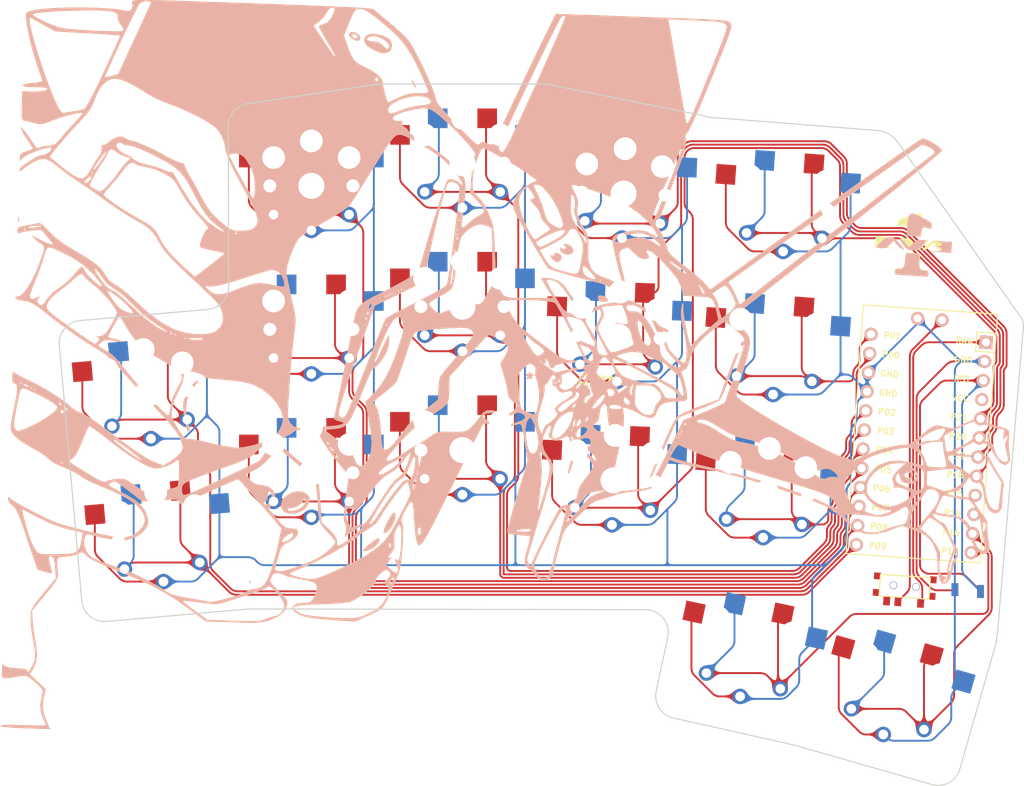
<source format=kicad_pcb>
(kicad_pcb (version 20211014) (generator pcbnew)
  (title_block (title "main") (rev "v1.0.0") (company "Unknown"))
  (layers (0 "F.Cu" signal) (31 "B.Cu" signal) (34 "B.Paste" user) (35 "F.Paste" user) (36 "B.SilkS" user "B.Silkscreen") (37 "F.SilkS" user "F.Silkscreen") (38 "B.Mask" user) (39 "F.Mask" user) (44 "Edge.Cuts" user))
  (net 0 "")
  (net 1 "P9")
  (net 2 "GND")
  (net 3 "P8")
  (net 4 "P7")
  (net 5 "P6")
  (net 6 "P5")
  (net 7 "P4")
  (net 8 "P3")
  (net 9 "P2")
  (net 10 "P19")
  (net 11 "P20")
  (net 12 "P21")
  (net 13 "P14")
  (net 14 "P15")
  (net 15 "P18")
  (net 16 "P10")
  (net 17 "P16")
  (net 18 "RAW")
  (net 19 "RST")
  (net 20 "VCC")
  (net 21 "P1")
  (net 22 "P0")
  (net 23 "pos")
  (footprint "E73:SPDT_C128955" (layer "F.Cu") (at 98.621534 6.482351 -4)
    (fp_text reference "T1" hide)
    (fp_text value "" hide)
  )
  (footprint "lib:bat" (layer "F.Cu") (at 101.945818 -28.87188 -94)
    (fp_text reference "")
    (fp_text value "")
  )
  (footprint "PG1350" (layer "F.Cu") (at 61.40892 -45.509647 178)
    (fp_text reference "S22" hide)
    (fp_text value "" hide)
  )
  (footprint "PG1350" (layer "F.Cu") (at 78.055005 15.319228 168)
    (fp_text reference "S30" hide)
    (fp_text value "" hide)
  )
  (footprint "PG1350" (layer "F.Cu") (at 20.082739 -46.532796 180)
    (fp_text reference "S10" hide)
    (fp_text value "" hide)
  )
  (footprint "PG1350" (layer "F.Cu") (at 20.082739 -8.532796 180)
    (fp_text reference "S6" hide)
    (fp_text value "" hide)
  )
  (footprint "PG1350" (layer "F.Cu") (at 40.082739 -30.532796)
    (fp_text reference "S13" hide)
    (fp_text value "" hide)
  )
  (footprint "Button_Switch_SMD:SW_SPST_B3U-1000P" (layer "F.Cu") (at 106.951194 7.064817 -4)
    (fp_text reference "")
    (fp_text value "")
  )
  (footprint "PG1350" (layer "F.Cu") (at 97.410046 20.45561 -16)
    (fp_text reference "S31" hide)
    (fp_text value "" hide)
  )
  (footprint "PG1350" (layer "F.Cu") (at 60.082739 -7.532796 -2)
    (fp_text reference "S17" hide)
    (fp_text value "" hide)
  )
  (footprint "ProMicro" (layer "F.Cu") (at 100.794836 -12.412073 -94)
    (fp_text reference "MCU1" hide)
    (fp_text value "" hide)
  )
  (footprint "graphics:unit01XXL" (layer "F.Cu") (at 50.886643 -20.828713 -2)
    (fp_text reference "G***")
    (fp_text value "LOGO" hide)
  )
  (footprint "PG1350" (layer "F.Cu") (at 60.745829 -26.521222 178)
    (fp_text reference "S20" hide)
    (fp_text value "" hide)
  )
  (footprint "PG1350" (layer "F.Cu") (at -1.655959 -18.927699 5)
    (fp_text reference "S3" hide)
    (fp_text value "" hide)
  )
  (footprint "PG1350" (layer "F.Cu") (at 0 0 5)
    (fp_text reference "S1" hide)
    (fp_text value "" hide)
  )
  (footprint "PG1350" (layer "F.Cu") (at 61.40892 -45.509647 -2)
    (fp_text reference "S21" hide)
    (fp_text value "" hide)
  )
  (footprint "PG1350" (layer "F.Cu") (at 40.082739 -49.532796 180)
    (fp_text reference "S16" hide)
    (fp_text value "" hide)
  )
  (footprint "PG1350" (layer "F.Cu") (at 60.082739 -7.532796 178)
    (fp_text reference "S18" hide)
    (fp_text value "" hide)
  )
  (footprint "PG1350" (layer "F.Cu") (at 60.745829 -26.521222 -2)
    (fp_text reference "S19" hide)
    (fp_text value "" hide)
  )
  (footprint "PG1350" (layer "F.Cu") (at 78.055005 15.319228 -12)
    (fp_text reference "S29" hide)
    (fp_text value "" hide)
  )
  (footprint "PG1350" (layer "F.Cu") (at 80.285504 -5.82669 -4)
    (fp_text reference "S23" hide)
    (fp_text value "" hide)
  )
  (footprint "PG1350" (layer "F.Cu") (at 20.082739 -46.532796)
    (fp_text reference "S9" hide)
    (fp_text value "" hide)
  )
  (footprint "PG1350" (layer "F.Cu") (at 40.082739 -11.532796)
    (fp_text reference "S11" hide)
    (fp_text value "" hide)
  )
  (footprint "PG1350" (layer "F.Cu") (at -1.655959 -18.927699 -175)
    (fp_text reference "S4" hide)
    (fp_text value "" hide)
  )
  (footprint "PG1350" (layer "F.Cu") (at 82.936249 -43.734124 -4)
    (fp_text reference "S27" hide)
    (fp_text value "" hide)
  )
  (footprint "PG1350" (layer "F.Cu") (at 40.082739 -11.532796 180)
    (fp_text reference "S12" hide)
    (fp_text value "" hide)
  )
  (footprint "PG1350" (layer "F.Cu") (at 20.082739 -8.532796)
    (fp_text reference "S5" hide)
    (fp_text value "" hide)
  )
  (footprint "PG1350" (layer "F.Cu") (at 0 0 -175)
    (fp_text reference "S2" hide)
    (fp_text value "" hide)
  )
  (footprint "PG1350" (layer "F.Cu") (at 81.610877 -24.780407 176)
    (fp_text reference "S26" hide)
    (fp_text value "" hide)
  )
  (footprint "PG1350" (layer "F.Cu") (at 40.082739 -30.532796 180)
    (fp_text reference "S14" hide)
    (fp_text value "" hide)
  )
  (footprint "PG1350" (layer "F.Cu") (at 20.082739 -27.532796 180)
    (fp_text reference "S8" hide)
    (fp_text value "" hide)
  )
  (footprint "graphics:evaLogo" (layer "F.Cu") (at 99.031201 -39.046428 -4)
    (fp_text reference "G***" hide)
    (fp_text value "LOGO" hide)
  )
  (footprint "PG1350" (layer "F.Cu") (at 82.936249 -43.734124 176)
    (fp_text reference "S28" hide)
    (fp_text value "" hide)
  )
  (footprint "PG1350" (layer "F.Cu") (at 97.410046 20.45561 164)
    (fp_text reference "S32" hide)
    (fp_text value "" hide)
  )
  (footprint "PG1350" (layer "F.Cu") (at 20.082739 -27.532796)
    (fp_text reference "S7" hide)
    (fp_text value "" hide)
  )
  (footprint "PG1350" (layer "F.Cu") (at 81.610877 -24.780407 -4)
    (fp_text reference "S25" hide)
    (fp_text value "" hide)
  )
  (footprint "PG1350" (layer "F.Cu") (at 80.285504 -5.82669 176)
    (fp_text reference "S24" hide)
    (fp_text value "" hide)
  )
  (footprint "PG1350" (layer "F.Cu") (at 40.082739 -49.532796)
    (fp_text reference "S15" hide)
    (fp_text value "" hide)
  )
  (footprint "graphics:unit01XXL" (layer "B.Cu") (at 50.886643 -20.828713 178)
    (fp_text reference "G***")
    (fp_text value "LOGO" hide)
  )
  (footprint "graphics:evaLogo" (layer "B.Cu") (at 100.560961 -38.868549 176)
    (fp_text reference "G***" hide)
    (fp_text value "LOGO" hide)
  )
  (gr_arc (start -7.054423 11.15729) (mid -9.244253 10.466839) (end -10.304474 8.430173) (layer "Edge.Cuts") (width 0.15))
  (gr_line (start 11.73993 9.512998) (end -7.054422 11.15729) (layer "Edge.Cuts") (width 0.15))
  (gr_arc (start 113.732517 -29.491769) (mid 114.255915 -28.565367) (end 114.3 -27.502247) (layer "Edge.Cuts") (width 0.15))
  (gr_arc (start 68.008632 23.95095) (mid 66.139083 22.643761) (end 65.729385 20.399635) (layer "Edge.Cuts") (width 0.15))
  (gr_line (start 110.223059 15.678832) (end 105.916644 30.697084) (layer "Edge.Cuts") (width 0.15))
  (gr_line (start -10.540652 -28.690498) (end 6.390342 -30.171768) (layer "Edge.Cuts") (width 0.15))
  (gr_arc (start 64.325621 9.601614) (mid 66.653127 10.715877) (end 67.254328 13.225344) (layer "Edge.Cuts") (width 0.15))
  (gr_line (start 51.378846 -59.972533) (end 72.054675 -55.810199) (layer "Edge.Cuts") (width 0.15))
  (gr_arc (start 28.861466 -59.999605) (mid 29.083358 -60.024487) (end 29.306487 -60.032796) (layer "Edge.Cuts") (width 0.15))
  (gr_arc (start 105.916644 30.697083) (mid 104.487288 32.49403) (end 102.205947 32.753956) (layer "Edge.Cuts") (width 0.15))
  (gr_line (start 97.655127 -52.368326) (end 113.732517 -29.491769) (layer "Edge.Cuts") (width 0.15))
  (gr_arc (start 11.73993 9.512997) (mid 11.873404 9.504313) (end 12.007133 9.501587) (layer "Edge.Cuts") (width 0.15))
  (gr_line (start 65.729385 20.399635) (end 67.254328 13.225344) (layer "Edge.Cuts") (width 0.15))
  (gr_arc (start 9.087743 -54.444184) (mid 9.812625 -56.405454) (end 11.642715 -57.416792) (layer "Edge.Cuts") (width 0.15))
  (gr_arc (start -13.267769 -25.440447) (mid -12.577318 -27.630277) (end -10.540652 -28.690498) (layer "Edge.Cuts") (width 0.15))
  (gr_line (start 11.642715 -57.416792) (end 28.861466 -59.999605) (layer "Edge.Cuts") (width 0.15))
  (gr_line (start -10.304474 8.430173) (end -13.267769 -25.440447) (layer "Edge.Cuts") (width 0.15))
  (gr_arc (start 50.780561 -60.032796) (mid 51.081217 -60.017692) (end 51.378846 -59.972533) (layer "Edge.Cuts") (width 0.15))
  (gr_arc (start 9.128869 -33.166151) (mid 8.342664 -31.135721) (end 6.390342 -30.171768) (layer "Edge.Cuts") (width 0.15))
  (gr_arc (start 110.900668 12.613364) (mid 110.655032 14.166693) (end 110.223059 15.678832) (layer "Edge.Cuts") (width 0.15))
  (gr_line (start 83.855469 27.497487) (end 68.008633 23.95095) (layer "Edge.Cuts") (width 0.15))
  (gr_line (start 114.3 -27.502247) (end 110.900668 12.613364) (layer "Edge.Cuts") (width 0.15))
  (gr_line (start 102.205947 32.753956) (end 84.027186 27.541281) (layer "Edge.Cuts") (width 0.15))
  (gr_line (start 64.325621 9.601614) (end 12.007133 9.501587) (layer "Edge.Cuts") (width 0.15))
  (gr_arc (start 72.920327 -55.604254) (mid 72.480302 -55.676966) (end 72.054675 -55.810199) (layer "Edge.Cuts") (width 0.15))
  (gr_arc (start 95.255323 -53.844429) (mid 96.602315 -53.345512) (end 97.655127 -52.368326) (layer "Edge.Cuts") (width 0.15))
  (gr_line (start 9.12887 -33.166151) (end 9.087742 -54.444185) (layer "Edge.Cuts") (width 0.15))
  (gr_line (start 29.306487 -60.032796) (end 50.780562 -60.032796) (layer "Edge.Cuts") (width 0.15))
  (gr_arc (start 83.855469 27.497487) (mid 83.941651 27.518116) (end 84.027186 27.541281) (layer "Edge.Cuts") (width 0.15))
  (gr_line (start 72.920327 -55.604254) (end 95.255323 -53.844429) (layer "Edge.Cuts") (width 0.15))
  (segment (start 4.897951 2.935547) (end 5.710613 3.748209) (width 0.25) (layer "F.Cu") (net 1))
  (segment (start 10.145894 7.62) (end 85.027761 7.62) (width 0.25) (layer "F.Cu") (net 1))
  (segment (start 85.9897 7.221551) (end 92.2189 0.992352) (width 0.25) (layer "F.Cu") (net 1))
  (segment (start -4.176672 3.748209) (end -4.649782 4.221319) (width 0.25) (layer "F.Cu") (net 1))
  (segment (start 9.183955 7.221551) (end 5.710613 3.748209) (width 0.25) (layer "F.Cu") (net 1))
  (segment (start 2.743961 0.218066) (end 2.743961 -6.212794) (width 0.25) (layer "F.Cu") (net 1))
  (segment (start 4.897951 2.935547) (end 3.142409 1.180005) (width 0.25) (layer "F.Cu") (net 1))
  (segment (start -3.214733 3.349761) (end 4.907186 3.349761) (width 0.25) (layer "F.Cu") (net 1))
  (arc (start 4.907186 3.349761) (mid 5.015931 3.199974) (end 4.897951 2.935547) (width 0.25) (layer "F.Cu") (net 1))
  (arc (start 85.9897 7.221551) (mid 85.548358 7.516446) (end 85.027761 7.62) (width 0.25) (layer "F.Cu") (net 1))
  (arc (start -3.214733 3.349761) (mid -3.73533 3.453314) (end -4.176672 3.748209) (width 0.25) (layer "F.Cu") (net 1))
  (arc (start 2.743961 0.218066) (mid 2.847514 0.738663) (end 3.142409 1.180005) (width 0.25) (layer "F.Cu") (net 1))
  (arc (start 9.183955 7.221551) (mid 9.625296 7.516446) (end 10.145894 7.62) (width 0.25) (layer "F.Cu") (net 1))
  (arc (start 5.710613 3.748209) (mid 5.310467 3.453314) (end 4.907186 3.349761) (width 0.25) (layer "F.Cu") (net 1))
  (segment (start -3.831735 3.403272) (end -4.649782 4.221319) (width 0.25) (layer "B.Cu") (net 1))
  (segment (start -3.6072 -5.468009) (end -3.781114 -5.641923) (width 0.25) (layer "B.Cu") (net 1))
  (segment (start -3.433287 -5.048145) (end -3.433287 2.441333) (width 0.25) (layer "B.Cu") (net 1))
  (arc (start -3.433287 2.441333) (mid -3.53684 2.96193) (end -3.831735 3.403272) (width 0.25) (layer "B.Cu") (net 1))
  (arc (start -3.6072 -5.468009) (mid -3.478485 -5.275373) (end -3.433287 -5.048145) (width 0.25) (layer "B.Cu") (net 1))
  (segment (start 52.606743 -24.575268) (end 52.606743 -30.557731) (width 0.25) (layer "F.Cu") (net 2))
  (segment (start 11.807739 -25.675516) (end 11.807739 -31.282796) (width 0.25) (layer "F.Cu") (net 2))
  (segment (start 100.192399 -18.348908) (end 100.192399 4.296246) (width 0.25) (layer "F.Cu") (net 2))
  (segment (start 12.206187 -43.713577) (end 14.88852 -41.031244) (width 0.25) (layer "F.Cu") (net 2))
  (segment (start -5.98179 -13.05015) (end -1.14174 -13.05015) (width 0.25) (layer "F.Cu") (net 2))
  (segment (start 34.88852 -6.031244) (end 32.206187 -8.713577) (width 0.25) (layer "F.Cu") (net 2))
  (segment (start 56.258347 -40.011689) (end 53.668282 -42.601754) (width 0.25) (layer "F.Cu") (net 2))
  (segment (start 75.341441 -40.738305) (end 77.832802 -38.246944) (width 0.25) (layer "F.Cu") (net 2))
  (segment (start 35.850459 -43.632796) (end 40.082739 -43.632796) (width 0.25) (layer "F.Cu") (net 2))
  (segment (start 15.850459 -2.632796) (end 20.082739 -2.632796) (width 0.25) (layer "F.Cu") (net 2))
  (segment (start 32.206187 -27.713577) (end 34.88852 -25.031244) (width 0.25) (layer "F.Cu") (net 2))
  (segment (start 73.617621 -22.746527) (end 73.617621 -29.098507) (width 0.25) (layer "F.Cu") (net 2))
  (segment (start 77.469369 -18.894779) (end 81.199314 -18.894779) (width 0.25) (layer "F.Cu") (net 2))
  (segment (start 74.942993 -41.700244) (end 74.942993 -48.052224) (width 0.25) (layer "F.Cu") (net 2))
  (segment (start 54.932166 -2.034838) (end 52.342101 -4.624903) (width 0.25) (layer "F.Cu") (net 2))
  (segment (start -9.827855 -16.332724) (end -6.943729 -13.448598) (width 0.25) (layer "F.Cu") (net 2))
  (segment (start 56.557195 -20.624816) (end 60.539922 -20.624816) (width 0.25) (layer "F.Cu") (net 2))
  (segment (start 11.807739 -44.675516) (end 11.807739 -50.282796) (width 0.25) (layer "F.Cu") (net 2))
  (segment (start 14.88852 -22.031244) (end 12.206187 -24.713577) (width 0.25) (layer "F.Cu") (net 2))
  (segment (start -4.325831 5.877549) (end 0.514219 5.877549) (width 0.25) (layer "F.Cu") (net 2))
  (segment (start 51.943653 -5.586842) (end 51.943653 -11.569305) (width 0.25) (layer "F.Cu") (net 2))
  (segment (start 70.390379 10.528402) (end 70.390379 17.34876) (width 0.25) (layer "F.Cu") (net 2))
  (segment (start 11.807739 -6.675516) (end 11.807739 -12.282796) (width 0.25) (layer "F.Cu") (net 2))
  (segment (start 12.206187 -5.713577) (end 14.88852 -3.031244) (width 0.25) (layer "F.Cu") (net 2))
  (segment (start 15.850459 -21.632796) (end 20.082739 -21.632796) (width 0.25) (layer "F.Cu") (net 2))
  (segment (start 31.807739 -9.675516) (end 31.807739 -15.282796) (width 0.25) (layer "F.Cu") (net 2))
  (segment (start 72.292248 -3.79281) (end 72.292248 -10.14479) (width 0.25) (layer "F.Cu") (net 2))
  (segment (start 89.884988 15.601512) (end 89.884988 22.469779) (width 0.25) (layer "F.Cu") (net 2))
  (segment (start -10.226304 -17.294663) (end -10.226304 -21.942215) (width 0.25) (layer "F.Cu") (net 2))
  (segment (start 78.794741 -37.848496) (end 82.524686 -37.848496) (width 0.25) (layer "F.Cu") (net 2))
  (segment (start 15.850459 -40.632796) (end 20.082739 -40.632796) (width 0.25) (layer "F.Cu") (net 2))
  (segment (start 93.542262 26.127054) (end 95.783786 26.127054) (width 0.25) (layer "F.Cu") (net 2))
  (segment (start 35.850459 -24.632796) (end 40.082739 -24.632796) (width 0.25) (layer "F.Cu") (net 2))
  (segment (start -8.570345 1.633035) (end -8.570345 -3.014516) (width 0.25) (layer "F.Cu") (net 2))
  (segment (start 34.88852 -44.031244) (end 32.206187 -46.713577) (width 0.25) (layer "F.Cu") (net 2))
  (segment (start 105.211972 6.989593) (end 105.255335 6.946231) (width 0.25) (layer "F.Cu") (net 2))
  (segment (start 101.967169 6.634507) (end 100.590847 5.258185) (width 0.25) (layer "F.Cu") (net 2))
  (segment (start -8.171896 2.594974) (end -5.28777 5.4791) (width 0.25) (layer "F.Cu") (net 2))
  (segment (start 100.590847 -19.310847) (end 104.164237 -22.884237) (width 0.25) (layer "F.Cu") (net 2))
  (segment (start 72.690696 -2.830871) (end 75.182057 -0.33951) (width 0.25) (layer "F.Cu") (net 2))
  (segment (start 102.929108 7.032956) (end 105.107286 7.032956) (width 0.25) (layer "F.Cu") (net 2))
  (segment (start 53.269834 -43.563693) (end 53.269834 -49.546156) (width 0.25) (layer "F.Cu") (net 2))
  (segment (start 76.143996 0.058938) (end 79.873941 0.058938) (width 0.25) (layer "F.Cu") (net 2))
  (segment (start 31.807739 -47.675516) (end 31.807739 -53.282796) (width 0.25) (layer "F.Cu") (net 2))
  (segment (start 90.283436 23.431718) (end 92.580323 25.728605) (width 0.25) (layer "F.Cu") (net 2))
  (segment (start 70.788827 18.310699) (end 73.169978 20.69185) (width 0.25) (layer "F.Cu") (net 2))
  (segment (start 90.187117 14.872109) (end 90.489246 14.56998) (width 0.25) (layer "F.Cu") (net 2))
  (segment (start 70.56544 10.105766) (end 70.740502 9.930705) (width 0.25) (layer "F.Cu") (net 2))
  (segment (start 55.894105 -1.63639) (end 59.876832 -1.63639) (width 0.25) (layer "F.Cu") (net 2))
  (segment (start 31.807739 -28.675516) (end 31.807739 -34.282796) (width 0.25) (layer "F.Cu") (net 2))
  (segment (start 74.131917 21.090299) (end 76.828326 21.090299) (width 0.25) (layer "F.Cu") (net 2))
  (segment (start 57.220286 -39.613241) (end 61.203013 -39.613241) (width 0.25) (layer "F.Cu") (net 2))
  (segment (start 105.126176 -23.282686) (end 109.193591 -23.282686) (width 0.25) (layer "F.Cu") (net 2))
  (segment (start 35.850459 -5.632796) (end 40.082739 -5.632796) (width 0.25) (layer "F.Cu") (net 2))
  (segment (start 74.016069 -21.784588) (end 76.50743 -19.293227) (width 0.25) (layer "F.Cu") (net 2))
  (segment (start 55.595256 -21.023264) (end 53.005191 -23.613329) (width 0.25) (layer "F.Cu") (net 2))
  (arc (start 52.606743 -24.575268) (mid 52.710296 -24.05467) (end 53.005191 -23.613329) (width 0.25) (layer "F.Cu") (net 2))
  (arc (start 11.807739 -44.675516) (mid 11.911292 -44.154918) (end 12.206187 -43.713577) (width 0.25) (layer "F.Cu") (net 2))
  (arc (start 56.258347 -40.011689) (mid 56.699688 -39.716794) (end 57.220286 -39.613241) (width 0.25) (layer "F.Cu") (net 2))
  (arc (start 73.617621 -22.746527) (mid 73.721174 -22.225929) (end 74.016069 -21.784588) (width 0.25) (layer "F.Cu") (net 2))
  (arc (start 75.182057 -0.33951) (mid 75.623398 -0.044615) (end 76.143996 0.058938) (width 0.25) (layer "F.Cu") (net 2))
  (arc (start 89.884988 22.469779) (mid 89.988541 22.990376) (end 90.283436 23.431718) (width 0.25) (layer "F.Cu") (net 2))
  (arc (start 100.192399 4.296246) (mid 100.295952 4.816843) (end 100.590847 5.258185) (width 0.25) (layer "F.Cu") (net 2))
  (arc (start 31.807739 -47.675516) (mid 31.911292 -47.154918) (end 32.206187 -46.713577) (width 0.25) (layer "F.Cu") (net 2))
  (arc (start 14.88852 -22.031244) (mid 15.329861 -21.736349) (end 15.850459 -21.632796) (width 0.25) (layer "F.Cu") (net 2))
  (arc (start 34.88852 -6.031244) (mid 35.329861 -5.736349) (end 35.850459 -5.632796) (width 0.25) (layer "F.Cu") (net 2))
  (arc (start 11.807739 -25.675516) (mid 11.911292 -25.154918) (end 12.206187 -24.713577) (width 0.25) (layer "F.Cu") (net 2))
  (arc (start 105.126176 -23.282686) (mid 104.605578 -23.179132) (end 104.164237 -22.884237) (width 0.25) (layer "F.Cu") (net 2))
  (arc (start 77.832802 -38.246944) (mid 78.274143 -37.952049) (end 78.794741 -37.848496) (width 0.25) (layer "F.Cu") (net 2))
  (arc (start 14.88852 -41.031244) (mid 15.329861 -40.736349) (end 15.850459 -40.632796) (width 0.25) (layer "F.Cu") (net 2))
  (arc (start 14.88852 -3.031244) (mid 15.329861 -2.736349) (end 15.850459 -2.632796) (width 0.25) (layer "F.Cu") (net 2))
  (arc (start 31.807739 -28.675516) (mid 31.911292 -28.154918) (end 32.206187 -27.713577) (width 0.25) (layer "F.Cu") (net 2))
  (arc (start 105.211972 6.989593) (mid 105.163941 7.021686) (end 105.107286 7.032956) (width 0.25) (layer "F.Cu") (net 2))
  (arc (start -10.226304 -17.294663) (mid -10.12275 -16.774065) (end -9.827855 -16.332724) (width 0.25) (layer "F.Cu") (net 2))
  (arc (start 54.932166 -2.034838) (mid 55.373507 -1.739943) (end 55.894105 -1.63639) (width 0.25) (layer "F.Cu") (net 2))
  (arc (start 70.56544 10.105766) (mid 70.435875 10.299673) (end 70.390379 10.528402) (width 0.25) (layer "F.Cu") (net 2))
  (arc (start -8.570345 1.633035) (mid -8.466791 2.153632) (end -8.171896 2.594974) (width 0.25) (layer "F.Cu") (net 2))
  (arc (start 53.269834 -43.563693) (mid 53.373387 -43.043095) (end 53.668282 -42.601754) (width 0.25) (layer "F.Cu") (net 2))
  (arc (start 90.187117 14.872109) (mid 89.963508 15.206762) (end 89.884988 15.601512) (width 0.25) (layer "F.Cu") (net 2))
  (arc (start 76.50743 -19.293227) (mid 76.948771 -18.998332) (end 77.469369 -18.894779) (width 0.25) (layer "F.Cu") (net 2))
  (arc (start 74.942993 -41.700244) (mid 75.046546 -41.179646) (end 75.341441 -40.738305) (width 0.25) (layer "F.Cu") (net 2))
  (arc (start 100.590847 -19.310847) (mid 100.295952 -18.869505) (end 100.192399 -18.348908) (width 0.25) (layer "F.Cu") (net 2))
  (arc (start -5.28777 5.4791) (mid -4.846428 5.773995) (end -4.325831 5.877549) (width 0.25) (layer "F.Cu") (net 2))
  (arc (start 70.390379 17.34876) (mid 70.493932 17.869357) (end 70.788827 18.310699) (width 0.25) (layer "F.Cu") (net 2))
  (arc (start 34.88852 -44.031244) (mid 35.329861 -43.736349) (end 35.850459 -43.632796) (width 0.25) (layer "F.Cu") (net 2))
  (arc (start 72.292248 -3.79281) (mid 72.395801 -3.272212) (end 72.690696 -2.830871) (width 0.25) (layer "F.Cu") (net 2))
  (arc (start 51.943653 -5.586842) (mid 52.047206 -5.066244) (end 52.342101 -4.624903) (width 0.25) (layer "F.Cu") (net 2))
  (arc (start 92.580323 25.728605) (mid 93.021664 26.0235) (end 93.542262 26.127054) (width 0.25) (layer "F.Cu") (net 2))
  (arc (start 11.807739 -6.675516) (mid 11.911292 -6.154918) (end 12.206187 -5.713577) (width 0.25) (layer "F.Cu") (net 2))
  (arc (start 73.169978 20.69185) (mid 73.611319 20.986745) (end 74.131917 21.090299) (width 0.25) (layer "F.Cu") (net 2))
  (arc (start -6.943729 -13.448598) (mid -6.502387 -13.153703) (end -5.98179 -13.05015) (width 0.25) (layer "F.Cu") (net 2))
  (arc (start 101.967169 6.634507) (mid 102.40851 6.929402) (end 102.929108 7.032956) (width 0.25) (layer "F.Cu") (net 2))
  (arc (start 31.807739 -9.675516) (mid 31.911292 -9.154918) (end 32.206187 -8.713577) (width 0.25) (layer "F.Cu") (net 2))
  (arc (start 55.595256 -21.023264) (mid 56.036597 -20.728369) (end 56.557195 -20.624816) (width 0.25) (layer "F.Cu") (net 2))
  (arc (start 34.88852 -25.031244) (mid 35.329861 -24.736349) (end 35.850459 -24.632796) (width 0.25) (layer "F.Cu") (net 2))
  (segment (start 47.092666 3.207334) (end 47.092666 -7.846954) (width 0.25) (layer "B.Cu") (net 2))
  (segment (start 48.357739 -34.868582) (end 48.357739 -46.059904) (width 0.25) (layer "B.Cu") (net 2))
  (segment (start 86.8925 13.407988) (end 85.058686 15.241802) (width 0.25) (layer "B.Cu") (net 2))
  (segment (start 5.862269 -15.708852) (end 3.602015 -13.448598) (width 0.25) (layer "B.Cu") (net 2))
  (segment (start 11.713416 2.641019) (end 8.480167 2.641019) (width 0.25) (layer "B.Cu") (net 2))
  (segment (start 26.70007 3.707334) (end 13.906712 3.707334) (width 0.25) (layer "B.Cu") (net 2))
  (segment (start 28.260415 -25.014702) (end 25.276957 -22.031244) (width 0.25) (layer "B.Cu") (net 2))
  (segment (start 90.127306 -28.529823) (end 90.127306 -39.327306) (width 0.25) (layer "B.Cu") (net 2))
  (segment (start 88.801933 -3.930616) (end 88.801933 -8.99032) (width 0.25) (layer "B.Cu") (net 2))
  (segment (start 7.916677 -3.871158) (end 7.916677 2.141019) (width 0.25) (layer "B.Cu") (net 2))
  (segment (start 84.660238 16.203741) (end 84.660238 18.916271) (width 0.25) (layer "B.Cu") (net 2))
  (segment (start 26.845261 3.707334) (end 26.70007 3.707334) (width 0.25) (layer "B.Cu") (net 2))
  (segment (start 105.255335 17.425495) (end 105.255335 7.532017) (width 0.25) (layer "B.Cu") (net 2))
  (segment (start 28.357739 -24.936382) (end 28.357739 -12.868582) (width 0.25) (layer "B.Cu") (net 2))
  (segment (start 65.275129 -20.624816) (end 60.539922 -20.624816) (width 0.25) (layer "B.Cu") (net 2))
  (segment (start 87.561271 3.707334) (end 67.79312 3.707334) (width 0.25) (layer "B.Cu") (net 2))
  (segment (start 28.357739 -12.868582) (end 28.357739 -11.69701) (width 0.25) (layer "B.Cu") (net 2))
  (segment (start 66.98975 -39.613241) (end 61.203013 -39.613241) (width 0.25) (layer "B.Cu") (net 2))
  (segment (start 7.916677 -5.04273) (end 7.916677 -3.871158) (width 0.25) (layer "B.Cu") (net 2))
  (segment (start 45.276957 -6.031244) (end 47.95929 -8.713577) (width 0.25) (layer "B.Cu") (net 2))
  (segment (start 28.357739 -43.19276) (end 28.357739 -31.868582) (width 0.25) (layer "B.Cu") (net 2))
  (segment (start 93.282798 -18.924595) (end 92.656807 -18.298604) (width 0.25) (layer "B.Cu") (net 2))
  (segment (start 104.783711 23.827957) (end 104.783711 21.309684) (width 0.25) (layer "B.Cu") (net 2))
  (segment (start 48.357739 -28.427358) (end 48.357739 -27.436593) (width 0.25) (layer "B.Cu") (net 2))
  (segment (start 26.245355 -3.385355) (end 26.258453 -3.398453) (width 0.25) (layer "B.Cu") (net 2))
  (segment (start 26.845261 3.707334) (end 46.592666 3.707334) (width 0.25) (layer "B.Cu") (net 2))
  (segment (start 68.483571 -11.577504) (end 68.483571 -10.405932) (width 0.25) (layer "B.Cu") (net 2))
  (segment (start 64.572899 -1.63639) (end 59.876832 -1.63639) (width 0.25) (layer "B.Cu") (net 2))
  (segment (start 44.315018 -5.632796) (end 40.082739 -5.632796) (width 0.25) (layer "B.Cu") (net 2))
  (segment (start 47.678452 3.707334) (end 66.707334 3.707334) (width 0.25) (layer "B.Cu") (net 2))
  (segment (start 20.259794 -2.809851) (end 20.082739 -2.632796) (width 0.25) (layer "B.Cu") (net 2))
  (segment (start 48.357739 -15.868582) (end 48.357739 -14.69701) (width 0.25) (layer "B.Cu") (net 2))
  (segment (start 7.518228 -14.84979) (end 6.614271 -15.753747) (width 0.25) (layer "B.Cu") (net 2))
  (segment (start 48.357739 -47.050669) (end 48.357739 -46.059904) (width 0.25) (layer "B.Cu") (net 2))
  (segment (start 86.758448 5.073647) (end 87.838399 3.993696) (width 0.25) (layer "B.Cu") (net 2))
  (segment (start 67.951689 -40.011689) (end 69.411303 -41.471303) (width 0.25) (layer "B.Cu") (net 2))
  (segment (start 90.883589 0.385016) (end 90.883589 -2.596411) (width 0.25) (layer "B.Cu") (net 2))
  (segment (start 86.36 12.297765) (end 86.36 6.035586) (width 0.25) (layer "B.Cu") (net 2))
  (segment (start 105.653783 18.387434) (end 106.044573 18.778224) (width 0.25) (layer "B.Cu") (net 2))
  (segment (start 86.644422 12.984422) (end 86.8925 13.2325) (width 0.25) (layer "B.Cu") (net 2))
  (segment (start 69.809752 -42.433242) (end 69.809752 -48.968569) (width 0.25) (layer "B.Cu") (net 2))
  (segment (start 86.911288 -18.894779) (end 81.199314 -18.894779) (width 0.25) (layer "B.Cu") (net 2))
  (segment (start 28.357739 -6.061229) (end 28.357739 -11.69701) (width 0.25) (layer "B.Cu") (net 2))
  (segment (start 106.044573 19.48533) (end 105.182159 20.347745) (width 0.25) (layer "B.Cu") (net 2))
  (segment (start 20.687244 -2.986907) (end 25.283416 -2.986907) (width 0.25) (layer "B.Cu") (net 2))
  (segment (start 48.357739 -27.436593) (end 48.357739 -15.868582) (width 0.25) (layer "B.Cu") (net 2))
  (segment (start 26.67 3.532072) (end 26.67 -3.405021) (width 0.25) (layer "B.Cu") (net 2))
  (segment (start 105.678409 -22.929132) (end 105.643649 -22.894372) (width 0.25) (layer "B.Cu") (net 2))
  (segment (start 68.483571 -11.577504) (end 68.483571 -23.269767) (width 0.25) (layer "B.Cu") (net 2))
  (segment (start 28.357739 -25.157904) (end 28.357739 -30.69701) (width 0.25) (layer "B.Cu") (net 2))
  (segment (start 28.357739 -44.183525) (end 28.357739 -43.19276) (width 0.25) (layer "B.Cu") (net 2))
  (segment (start 26.258453 -3.398453) (end 27.068448 -4.208448) (width 0.25) (layer "B.Cu") (net 2))
  (segment (start 105.255335 6.360445) (end 105.255335 7.532017) (width 0.25) (layer "B.Cu") (net 2))
  (segment (start 47.678452 3.707334) (end 46.592666 3.707334) (width 0.25) (layer "B.Cu") (net 2))
  (segment (start 96.213294 26.556562) (end 95.783786 26.127054) (width 0.25) (layer "B.Cu") (net 2))
  (segment (start 68.483571 -5.547061) (end 68.483571 -10.405932) (width 0.25) (layer "B.Cu") (net 2))
  (segment (start 48.357739 -9.675516) (end 48.357739 -14.69701) (width 0.25) (layer "B.Cu") (net 2))
  (segment (start 69.146661 -24.496347) (end 69.146661 -29.394358) (width 0.25) (layer "B.Cu") (net 2))
  (segment (start 5.078595 5.4791) (end 7.518228 3.039467) (width 0.25) (layer "B.Cu") (net 2))
  (segment (start 105.255335 -21.956899) (end 105.255335 6.360445) (width 0.25) (layer "B.Cu") (net 2))
  (segment (start 93.636352 -21.509495) (end 93.636352 -19.841639) (width 0.25) (layer "B.Cu") (net 2))
  (segment (start 88.538975 3.29312) (end 90.48514 1.346955) (width 0.25) (layer "B.Cu") (net 2))
  (segment (start 91.452678 -41.216168) (end 91.452678 -46.897754) (width 0.25) (layer "B.Cu") (net 2))
  (segment (start 12.675355 3.039467) (end 12.944773 3.308885) (width 0.25) (layer "B.Cu") (net 2))
  (segment (start 27.95929 -5.09929) (end 27.068448 -4.208448) (width 0.25) (layer "B.Cu") (net 2))
  (segment (start 92.258359 -17.336665) (end 92.258359 -15.771143) (width 0.25) (layer "B.Cu") (net 2))
  (segment (start 69.146661 -30.56593) (end 69.146661 -29.394358) (width 0.25) (layer "B.Cu") (net 2))
  (segment (start 44.585472 -24.632796) (end 40.082739 -24.632796) (width 0.25) (layer "B.Cu") (net 2))
  (segment (start 7.916677 -13.887851) (end 7.916677 -5.04273) (width 0.25) (layer "B.Cu") (net 2))
  (segment (start 87.873227 -19.293227) (end 89.728857 -21.148857) (width 0.25) (layer "B.Cu") (net 2))
  (segment (start 24.829305 -40.632796) (end 20.082739 -40.632796) (width 0.25) (layer "B.Cu") (net 2))
  (segment (start 93.349988 -19.564511) (end 91.765643 -21.148857) (width 0.25) (layer "B.Cu") (net 2))
  (segment (start 82.160251 21.416258) (end 77.154285 21.416258) (width 0.25) (layer "B.Cu") (net 2))
  (segment (start 48.357739 -28.427358) (end 48.357739 -33.69701) (width 0.25) (layer "B.Cu") (net 2))
  (segment (start 84.594427 0.058937) (end 79.873941 0.058938) (width 0.25) (layer "B.Cu") (net 2))
  (segment (start 106.581121 -23.282686) (end 109.193591 -23.282686) (width 0.25) (layer "B.Cu") (net 2))
  (segment (start 90.883589 -6.086976) (end 90.883589 -3.682197) (width 0.25) (layer "B.Cu") (net 2))
  (segment (start 89.636138 -3.096411) (end 90.383589 -3.096411) (width 0.25) (layer "B.Cu") (net 2))
  (segment (start 91.054229 -40.254229) (end 89.046944 -38.246944) (width 0.25) (layer "B.Cu") (net 2))
  (segment (start 2.640076 -13.05015) (end -1.14174 -13.05015) (width 0.25) (layer "B.Cu") (net 2))
  (segment (start 48.357739 -47.050669) (end 48.357739 -53.282796) (width 0.25) (layer "B.Cu") (net 2))
  (segment (start 68.748212 -23.534408) (end 66.237068 -21.023264) (width 0.25) (layer "B.Cu") (net 2))
  (segment (start 28.260415 -25.014702) (end 28.325298 -25.079584) (width 0.25) (layer "B.Cu") (net 2))
  (segment (start 101.656657 26.955011) (end 97.175233 26.955011) (width 0.25) (layer "B.Cu") (net 2))
  (segment (start 88.085005 -37.848496) (end 82.524686 -37.848496) (width 0.25) (layer "B.Cu") (net 2))
  (segment (start 44.962161 -43.632796) (end 40.082739 -43.632796) (width 0.25) (layer "B.Cu") (net 2))
  (segment (start 102.618596 26.556562) (end 104.385262 24.789896) (width 0.25) (layer "B.Cu") (net 2))
  (segment (start 90.690796 -21.547306) (end 90.803704 -21.547306) (width 0.25) (layer "B.Cu") (net 2))
  (segment (start 88.538975 3.29312) (end 87.838399 3.993696) (width 0.25) (layer "B.Cu") (net 2))
  (segment (start 90.883589 -3.682197) (end 90.883589 -2.596411) (width 0.25) (layer "B.Cu") (net 2))
  (segment (start 67.207334 3.207334) (end 67.207334 -3.707334) (width 0.25) (layer "B.Cu") (net 2))
  (segment (start 45.9241 -44.031244) (end 47.95929 -46.066434) (width 0.25) (layer "B.Cu") (net 2))
  (segment (start 67.79312 3.707334) (end 66.707334 3.707334) (width 0.25) (layer "B.Cu") (net 2))
  (segment (start 48.357739 -34.868582) (end 48.357739 -33.69701) (width 0.25) (layer "B.Cu") (net 2))
  (segment (start 68.085122 -4.585122) (end 65.534838 -2.034838) (width 0.25) (layer "B.Cu") (net 2))
  (segment (start 100.561939 -28.752709) (end 105.643649 -23.671) (width 0.25) (layer "B.Cu") (net 2))
  (segment (start 25.791244 -41.031244) (end 27.95929 -43.19929) (width 0.25) (layer "B.Cu") (net 2))
  (segment (start 91.503767 -13.949396) (end 91.503767 -7.584219) (width 0.25) (layer "B.Cu") (net 2))
  (segment (start 90.127306 -22.047305) (end 90.127306 -27.358251) (width 0.25) (layer "B.Cu") (net 2))
  (segment (start 90.127306 -28.529823) (end 90.127306 -27.358251) (width 0.25) (layer "B.Cu") (net 2))
  (segment (start 93.902123 -21.900552) (end 93.724942 -21.723371) (width 0.25) (layer "B.Cu") (net 2))
  (segment (start 24.315018 -21.632796) (end 20.082739 -21.632796) (width 0.25) (layer "B.Cu") (net 2))
  (segment (start 45.547411 -25.031244) (end 47.95929 -27.443123) (width 0.25) (layer "B.Cu") (net 2))
  (segment (start 100.097588 -28.096017) (end 93.902123 -21.900552) (width 0.25) (layer "B.Cu") (net 2))
  (segment (start 69.146661 -30.56593) (end 69.146661 -41.206661) (width 0.25) (layer "B.Cu") (net 2))
  (segment (start 4.116656 5.877549) (end 0.514219 5.877549) (width 0.25) (layer "B.Cu") (net 2))
  (segment (start 83.12219 21.017809) (end 84.261789 19.87821) (width 0.25) (layer "B.Cu") (net 2))
  (segment (start 28.357739 -31.868582) (end 28.357739 -30.69701) (width 0.25) (layer "B.Cu") (net 2))
  (segment (start 88.5576 -3.340744) (end 85.556366 -0.33951) (width 0.25) (layer "B.Cu") (net 2))
  (segment (start 6.260718 -16.670791) (end 6.260718 -23.384643) (width 0.25) (layer "B.Cu") (net 2))
  (segment (start 28.357739 -44.183525) (end 28.357739 -50.282796) (width 0.25) (layer "B.Cu") (net 2))
  (arc (start 93.724942 -21.723371) (mid 93.659375 -21.625244) (end 93.636352 -21.509495) (width 0.25) (layer "B.Cu") (net 2))
  (arc (start 27.068448 -4.208448) (mid 26.773553 -3.808302) (end 26.67 -3.405021) (width 0.25) (layer "B.Cu") (net 2))
  (arc (start 28.325298 -25.079584) (mid 28.31186 -25.047143) (end 28.325298 -25.014702) (width 0.25) (layer "B.Cu") (net 2))
  (arc (start 6.260718 -16.670791) (mid 6.352603 -16.161861) (end 6.614271 -15.753747) (width 0.25) (layer "B.Cu") (net 2))
  (arc (start 105.678409 -22.929132) (mid 105.814674 -23.292866) (end 105.643649 -23.671) (width 0.25) (layer "B.Cu") (net 2))
  (arc (start 91.193678 -6.835598) (mid 90.964178 -6.492127) (end 90.883589 -6.086976) (width 0.25) (layer "B.Cu") (net 2))
  (arc (start 45.9241 -44.031244) (mid 45.482758 -43.736349) (end 44.962161 -43.632796) (width 0.25) (layer "B.Cu") (net 2))
  (arc (start 104.783711 23.827957) (mid 104.680157 24.348554) (end 104.385262 24.789896) (width 0.25) (layer "B.Cu") (net 2))
  (arc (start 48.357739 -27.436593) (mid 48.213653 -27.551039) (end 47.95929 -27.443123) (width 0.25) (layer "B.Cu") (net 2))
  (arc (start 89.046266 -3.340744) (mid 89.316901 -3.159911) (end 89.636138 -3.096411) (width 0.25) (layer "B.Cu") (net 2))
  (arc (start 90.883589 -2.596411) (mid 90.737142 -2.949964) (end 90.383589 -3.096411) (width 0.25) (layer "B.Cu") (net 2))
  (arc (start 20.687244 -2.986907) (mid 20.455909 -2.940891) (end 20.259794 -2.809851) (width 0.25) (layer "B.Cu") (net 2))
  (arc (start 12.944773 3.308885) (mid 13.386114 3.60378) (end 13.906712 3.707334) (width 0.25) (layer "B.Cu") (net 2))
  (arc (start 91.452678 -41.216168) (mid 91.349124 -40.69557) (end 91.054229 -40.254229) (width 0.25) (layer "B.Cu") (net 2))
  (arc (start 26.721333 3.656001) (mid 26.778191 3.693992) (end 26.845261 3.707334) (width 0.25) (layer "B.Cu") (net 2))
  (arc (start 66.237068 -21.023264) (mid 65.795726 -20.728369) (end 65.275129 -20.624816) (width 0.25) (layer "B.Cu") (net 2))
  (arc (start 8.480167 2.641019) (mid 7.959569 2.744572) (end 7.518228 3.039467) (width 0.25) (layer "B.Cu") (net 2))
  (arc (start 88.801933 -3.930616) (mid 88.865433 -3.611379) (end 89.046266 -3.340744) (width 0.25) (layer "B.Cu") (net 2))
  (arc (start 90.127306 -22.047305) (mid 90.292348 -21.693752) (end 90.690796 -21.547306) (width 0.25) (layer "B.Cu") (net 2))
  (arc (start 67.951689 -40.011689) (mid 67.510347 -39.716794) (end 66.98975 -39.613241) (width 0.25) (layer "B.Cu") (net 2))
  (arc (start 67.207334 3.207334) (mid 67.378906 3.560887) (end 67.79312 3.707334) (width 0.25) (layer "B.Cu") (net 2))
  (arc (start 91.765643 -21.148857) (mid 91.324301 -21.443752) (end 90.803704 -21.547306) (width 0.25) (layer "B.Cu") (net 2))
  (arc (start 83.12219 21.017809) (mid 82.680848 21.312704) (end 82.160251 21.416258) (width 0.25) (layer "B.Cu") (net 2))
  (arc (start 47.95929 -27.443123) (mid 48.254185 -27.890259) (end 48.357739 -28.427358) (width 0.25) (layer "B.Cu") (net 2))
  (arc (start 92.258359 -15.771143) (mid 92.160302 -15.278182) (end 91.881063 -14.86027) (width 0.25) (layer "B.Cu") (net 2))
  (arc (start 3.602015 -13.448598) (mid 3.160673 -13.153703) (end 2.640076 -13.05015) (width 0.25) (layer "B.Cu") (net 2))
  (arc (start 93.349988 -19.564511) (mid 93.532798 -19.585468) (end 93.636352 -19.841639) (width 0.25) (layer "B.Cu") (net 2))
  (arc (start 90.883589 0.385016) (mid 90.780035 0.905613) (end 90.48514 1.346955) (width 0.25) (layer "B.Cu") (net 2))
  (arc (start 105.643649 -22.894372) (mid 105.356254 -22.464255) (end 105.255335 -21.956899) (width 0.25) (layer "B.Cu") (net 2))
  (arc (start 45.547411 -25.031244) (mid 45.106069 -24.736349) (end 44.585472 -24.632796) (width 0.25) (layer "B.Cu") (net 2))
  (arc (start 89.728857 -21.148857) (mid 90.023752 -21.573697) (end 90.127306 -22.047305) (width 0.25) (layer "B.Cu") (net 2))
  (arc (start 93.282798 -18.924595) (mid 93.448924 -19.258468) (end 93.349988 -19.564511) (width 0.25) (layer "B.Cu") (net 2))
  (arc (start 91.503767 -7.584219) (mid 91.423177 -7.179068) (end 91.193678 -6.835598) (width 0.25) (layer "B.Cu") (net 2))
  (arc (start 66.707334 3.707334) (mid 67.060887 3.560887) (end 67.207334 3.207334) (width 0.25) (layer "B.Cu") (net 2))
  (arc (start 89.046944 -38.246944) (mid 88.605602 -37.952049) (end 88.085005 -37.848496) (width 0.25) (layer "B.Cu") (net 2))
  (arc (start 87.873227 -19.293227) (mid 87.431885 -18.998332) (end 86.911288 -18.894779) (width 0.25) (layer "B.Cu") (net 2))
  (arc (start 47.95929 -46.066434) (mid 48.254185 -46.51357) (end 48.357739 -47.050669) (width 0.25) (layer "B.Cu") (net 2))
  (arc (start 106.581121 -23.282686) (mid 106.082798 -23.1908) (end 105.678409 -22.929132) (width 0.25) (layer "B.Cu") (net 2))
  (arc (start 105.255335 17.425495) (mid 105.358888 17.946092) (end 105.653783 18.387434) (width 0.25) (layer "B.Cu") (net 2))
  (arc (start 69.146661 -24.496347) (mid 69.043107 -23.975749) (end 68.748212 -23.534408) (width 0.25) (layer "B.Cu") (net 2))
  (arc (start 47.092666 3.207334) (mid 47.264238 3.560887) (end 47.678452 3.707334) (width 0.25) (layer "B.Cu") (net 2))
  (arc (start 27.95929 -43.19929) (mid 28.254185 -43.646426) (end 28.357739 -44.183525) (width 0.25) (layer "B.Cu") (net 2))
  (arc (start 96.213294 26.556562) (mid 96.654635 26.851457) (end 97.175233 26.955011) (width 0.25) (layer "B.Cu") (net 2))
  (arc (start 86.8925 13.2325) (mid 86.919399 13.272757) (end 86.928845 13.320244) (width 0.25) (layer "B.Cu") (net 2))
  (arc (start 100.329764 -28.656539) (mid 100.269423 -28.353186) (end 100.097588 -28.096017) (width 0.25) (layer "B.Cu") (net 2))
  (arc (start 26.67 3.532072) (mid 26.683341 3.599141) (end 26.721333 3.656001) (width 0.25) (layer "B.Cu") (net 2))
  (arc (start 28.325298 -25.014702) (mid 28.292856 -25.028139) (end 28.260415 -25.014702) (width 0.25) (layer "B.Cu") (net 2))
  (arc (start 28.325298 -25.014702) (mid 28.349307 -24.978768) (end 28.357739 -24.936382) (width 0.25) (layer "B.Cu") (net 2))
  (arc (start 69.809752 -42.433242) (mid 69.706198 -41.912644) (end 69.411303 -41.471303) (width 0.25) (layer "B.Cu") (net 2))
  (arc (start 5.862269 -15.708852) (mid 6.157164 -16.150193) (end 6.260718 -16.670791) (width 0.25) (layer "B.Cu") (net 2))
  (arc (start 92.656807 -18.298604) (mid 92.361912 -17.857262) (end 92.258359 -17.336665) (width 0.25) (layer "B.Cu") (net 2))
  (arc (start 48.357739 -9.675516) (mid 48.254185 -9.154918) (end 47.95929 -8.713577) (width 0.25) (layer "B.Cu") (net 2))
  (arc (start 88.5576 -3.340744) (mid 88.738432 -3.611379) (end 88.801933 -3.930616) (width 0.25) (layer "B.Cu") (net 2))
  (arc (start 93.636352 -19.841639) (mid 93.544466 -19.332709) (end 93.282798 -18.924595) (width 0.25) (layer "B.Cu") (net 2))
  (arc (start 100.561939 -28.752709) (mid 100.413722 -28.782191) (end 100.329764 -28.656539) (width 0.25) (layer "B.Cu") (net 2))
  (arc (start 25.276957 -22.031244) (mid 24.835615 -21.736349) (end 24.315018 -21.632796) (width 0.25) (layer "B.Cu") (net 2))
  (arc (start 87.561271 3.707334) (mid 88.085965 3.599683) (end 88.538975 3.29312) (width 0.25) (layer "B.Cu") (net 2))
  (arc (start 25.791244 -41.031244) (mid 25.349902 -40.736349) (end 24.829305 -40.632796) (width 0.25) (layer "B.Cu") (net 2))
  (arc (start 105.182159 20.347745) (mid 104.887264 20.789086) (end 104.783711 21.309684) (width 0.25) (layer "B.Cu") (net 2))
  (arc (start 105.643649 -23.671) (mid 106.073764 -23.383605) (end 106.581121 -23.282686) (width 0.25) (layer "B.Cu") (net 2))
  (arc (start 102.618596 26.556562) (mid 102.177254 26.851457) (end 101.656657 26.955011) (width 0.25) (layer "B.Cu") (net 2))
  (arc (start 89.046266 -3.340744) (mid 88.801933 -3.44195) (end 88.5576 -3.340744) (width 0.25) (layer "B.Cu") (net 2))
  (arc (start 68.483571 -5.547061) (mid 68.380017 -5.026463) (end 68.085122 -4.585122) (width 0.25) (layer "B.Cu") (net 2))
  (arc (start 28.357739 -6.061229) (mid 28.254185 -5.540631) (end 27.95929 -5.09929) (width 0.25) (layer "B.Cu") (net 2))
  (arc (start 85.058686 15.241802) (mid 84.763791 15.683143) (end 84.660238 16.203741) (width 0.25) (layer "B.Cu") (net 2))
  (arc (start 85.556366 -0.33951) (mid 85.115024 -0.044615) (end 84.594427 0.058937) (width 0.25) (layer "B.Cu") (net 2))
  (arc (start 26.245355 -3.385355) (mid 25.804013 -3.09046) (end 25.283416 -2.986907) (width 0.25) (layer "B.Cu") (net 2))
  (arc (start 6.614271 -15.753747) (mid 6.247568 -15.887044) (end 5.862269 -15.708852) (width 0.25) (layer "B.Cu") (net 2))
  (arc (start 91.881063 -14.86027) (mid 91.601823 -14.442357) (end 91.503767 -13.949396) (width 0.25) (layer "B.Cu") (net 2))
  (arc (start 28.357739 -43.19276) (mid 28.213653 -43.307206) (end 27.95929 -43.19929) (width 0.25) (layer "B.Cu") (net 2))
  (arc (start 84.660238 18.916271) (mid 84.556684 19.436868) (end 84.261789 19.87821) (width 0.25) (layer "B.Cu") (net 2))
  (arc (start 87.838399 3.993696) (mid 87.817441 3.810886) (end 87.561271 3.707334) (width 0.25) (layer "B.Cu") (net 2))
  (arc (start 26.70007 3.707334) (mid 26.727851 3.688771) (end 26.721333 3.656001) (width 0.25) (layer "B.Cu") (net 2))
  (arc (start 106.044573 18.778224) (mid 106.191019 19.131777) (end 106.044573 19.48533) (width 0.25) (layer "B.Cu") (net 2))
  (arc (start 86.758448 5.073647) (mid 86.463553 5.514988) (end 86.36 6.035586) (width 0.25) (layer "B.Cu") (net 2))
  (arc (start 7.518228 -14.84979) (mid 7.813123 -14.408448) (end 7.916677 -13.887851) (width 0.25) (layer "B.Cu") (net 2))
  (arc (start 12.675355 3.039467) (mid 12.234013 2.744572) (end 11.713416 2.641019) (width 0.25) (layer "B.Cu") (net 2))
  (arc (start 65.534838 -2.034838) (mid 65.093496 -1.739943) (end 64.572899 -1.63639) (width 0.25) (layer "B.Cu") (net 2))
  (arc (start 86.36 12.297765) (mid 86.433918 12.669381) (end 86.644422 12.984422) (width 0.25) (layer "B.Cu") (net 2))
  (arc (start 5.078595 5.4791) (mid 4.637253 5.773995) (end 4.116656 5.877549) (width 0.25) (layer "B.Cu") (net 2))
  (arc (start 46.592666 3.707334) (mid 46.946219 3.560887) (end 47.092666 3.207334) (width 0.25) (layer "B.Cu") (net 2))
  (arc (start 26.67 -3.405021) (mid 26.521178 -3.514731) (end 26.258453 -3.398453) (width 0.25) (layer "B.Cu") (net 2))
  (arc (start 90.383589 -3.096411) (mid 90.737142 -3.267983) (end 90.883589 -3.682197) (width 0.25) (layer "B.Cu") (net 2))
  (arc (start 7.916677 2.141019) (mid 8.081719 2.494572) (end 8.480167 2.641019) (width 0.25) (layer "B.Cu") (net 2))
  (arc (start 45.276957 -6.031244) (mid 44.835615 -5.736349) (end 44.315018 -5.632796) (width 0.25) (layer "B.Cu") (net 2))
  (arc (start 7.518228 3.039467) (mid 7.813123 2.614626) (end 7.916677 2.141019) (width 0.25) (layer "B.Cu") (net 2))
  (arc (start 28.357739 -25.157904) (mid 28.349307 -25.115517) (end 28.325298 -25.079584) (width 0.25) (layer "B.Cu") (net 2))
  (arc (start 90.690796 -21.547306) (mid 90.170198 -21.443752) (end 89.728857 -21.148857) (width 0.25) (layer "B.Cu") (net 2))
  (arc (start 48.357739 -46.059904) (mid 48.213653 -46.17435) (end 47.95929 -46.066434) (width 0.25) (layer "B.Cu") (net 2))
  (arc (start 86.928845 13.320244) (mid 86.919399 13.367731) (end 86.8925 13.407988) (width 0.25) (layer "B.Cu") (net 2))
  (segment (start 84.841563 7.17048) (end 10.332092 7.17048) (width 0.25) (layer "F.Cu") (net 3))
  (segment (start 85.803502 6.772031) (end 90.61964 1.955893) (width 0.25) (layer "F.Cu") (net 3))
  (segment (start 3.241992 -15.992151) (end 1.48645 -17.747693) (width 0.25) (layer "F.Cu") (net 3))
  (segment (start 9.370153 6.772031) (end 7.10294 4.504818) (width 0.25) (layer "F.Cu") (net 3))
  (segment (start 91.416537 -0.561916) (end 92.396081 -1.54146) (width 0.25) (layer "F.Cu") (net 3))
  (segment (start 1.088002 -18.709632) (end 1.088002 -25.140493) (width 0.25) (layer "F.Cu") (net 3))
  (segment (start -5.832631 -15.179489) (end -6.305741 -14.70638) (width 0.25) (layer "F.Cu") (net 3))
  (segment (start 6.306043 -8.933956) (end 5.478448 -9.761551) (width 0.25) (layer "F.Cu") (net 3))
  (segment (start 6.704492 -7.972017) (end 6.704492 3.542879) (width 0.25) (layer "F.Cu") (net 3))
  (segment (start 4.054653 -15.179489) (end 4.681551 -14.552592) (width 0.25) (layer "F.Cu") (net 3))
  (segment (start 5.08 -13.590653) (end 5.08 -10.72349) (width 0.25) (layer "F.Cu") (net 3))
  (segment (start 3.241992 -15.992151) (end 4.054653 -15.179489) (width 0.25) (layer "F.Cu") (net 3))
  (segment (start 91.018089 0.400022) (end 91.018089 0.993954) (width 0.25) (layer "F.Cu") (net 3))
  (segment (start 3.251227 -15.577938) (end -4.870692 -15.577938) (width 0.25) (layer "F.Cu") (net 3))
  (arc (start 6.306043 -8.933956) (mid 6.600938 -8.492614) (end 6.704492 -7.972017) (width 0.25) (layer "F.Cu") (net 3))
  (arc (start -4.870692 -15.577938) (mid -5.391289 -15.474384) (end -5.832631 -15.179489) (width 0.25) (layer "F.Cu") (net 3))
  (arc (start 91.018089 0.993954) (mid 90.914535 1.514551) (end 90.61964 1.955893) (width 0.25) (layer "F.Cu") (net 3))
  (arc (start 9.370153 6.772031) (mid 9.811494 7.066926) (end 10.332092 7.17048) (width 0.25) (layer "F.Cu") (net 3))
  (arc (start 6.704492 3.542879) (mid 6.808045 4.063476) (end 7.10294 4.504818) (width 0.25) (layer "F.Cu") (net 3))
  (arc (start 3.251227 -15.577938) (mid 3.359972 -15.727723) (end 3.241992 -15.992151) (width 0.25) (layer "F.Cu") (net 3))
  (arc (start 91.416537 -0.561916) (mid 91.121642 -0.120574) (end 91.018089 0.400022) (width 0.25) (layer "F.Cu") (net 3))
  (arc (start 5.08 -10.72349) (mid 5.183553 -10.202892) (end 5.478448 -9.761551) (width 0.25) (layer "F.Cu") (net 3))
  (arc (start 4.681551 -14.552592) (mid 4.976446 -14.11125) (end 5.08 -13.590653) (width 0.25) (layer "F.Cu") (net 3))
  (arc (start 4.054653 -15.179489) (mid 3.654508 -15.474384) (end 3.251227 -15.577938) (width 0.25) (layer "F.Cu") (net 3))
  (arc (start 85.803502 6.772031) (mid 85.36216 7.066926) (end 84.841563 7.17048) (width 0.25) (layer "F.Cu") (net 3))
  (arc (start 1.088002 -18.709632) (mid 1.191555 -18.189034) (end 1.48645 -17.747693) (width 0.25) (layer "F.Cu") (net 3))
  (segment (start -5.487694 -15.524426) (end -6.305741 -14.70638) (width 0.25) (layer "B.Cu") (net 3))
  (segment (start -5.263159 -24.395708) (end -5.437073 -24.569622) (width 0.25) (layer "B.Cu") (net 3))
  (segment (start -5.089246 -23.975844) (end -5.089246 -16.486365) (width 0.25) (layer "B.Cu") (net 3))
  (arc (start -5.263159 -24.395708) (mid -5.134444 -24.203072) (end -5.089246 -23.975844) (width 0.25) (layer "B.Cu") (net 3))
  (arc (start -5.089246 -16.486365) (mid -5.192799 -15.965767) (end -5.487694 -15.524426) (width 0.25) (layer "B.Cu") (net 3))
  (segment (start 25.082739 -4.232796) (end 25.082739 6.22096) (width 0.25) (layer "F.Cu") (net 4))
  (segment (start 85.617304 6.322511) (end 90.17012 1.769695) (width 0.25) (layer "F.Cu") (net 4))
  (segment (start 84.655365 6.72096) (end 25.582738 6.72096) (width 0.25) (layer "F.Cu") (net 4))
  (segment (start 24.68429 -5.131244) (end 23.606666 -6.208868) (width 0.25) (layer "F.Cu") (net 4))
  (segment (start 90.568569 0.117414) (end 90.568569 0.807756) (width 0.25) (layer "F.Cu") (net 4))
  (segment (start 23.282978 -14.408035) (end 23.357739 -14.482796) (width 0.25) (layer "F.Cu") (net 4))
  (segment (start 23.208218 -14.227547) (end 23.208218 -7.170807) (width 0.25) (layer "F.Cu") (net 4))
  (segment (start 24.67776 -4.732796) (end 15.082739 -4.732796) (width 0.25) (layer "F.Cu") (net 4))
  (segment (start 91.593718 -3.095728) (end 92.573263 -4.075273) (width 0.25) (layer "F.Cu") (net 4))
  (segment (start 91.19527 -2.133789) (end 91.19527 -1.068002) (width 0.25) (layer "F.Cu") (net 4))
  (segment (start 90.898844 -0.679941) (end 91.212195 -0.993292) (width 0.25) (layer "F.Cu") (net 4))
  (arc (start 91.212195 -1.027142) (mid 91.219205 -1.010217) (end 91.212195 -0.993292) (width 0.25) (layer "F.Cu") (net 4))
  (arc (start 25.082739 -4.232796) (mid 24.964123 -4.586349) (end 24.67776 -4.732796) (width 0.25) (layer "F.Cu") (net 4))
  (arc (start 24.67776 -4.732796) (mid 24.792206 -4.876881) (end 24.68429 -5.131244) (width 0.25) (layer "F.Cu") (net 4))
  (arc (start 24.68429 -5.131244) (mid 24.979185 -4.706403) (end 25.082739 -4.232796) (width 0.25) (layer "F.Cu") (net 4))
  (arc (start 91.19527 -1.068002) (mid 91.199668 -1.045888) (end 91.212195 -1.027142) (width 0.25) (layer "F.Cu") (net 4))
  (arc (start 23.208218 -7.170807) (mid 23.311771 -6.650209) (end 23.606666 -6.208868) (width 0.25) (layer "F.Cu") (net 4))
  (arc (start 23.282978 -14.408035) (mid 23.227647 -14.325226) (end 23.208218 -14.227547) (width 0.25) (layer "F.Cu") (net 4))
  (arc (start 90.568569 0.807756) (mid 90.465015 1.328353) (end 90.17012 1.769695) (width 0.25) (layer "F.Cu") (net 4))
  (arc (start 91.593718 -3.095728) (mid 91.298823 -2.654386) (end 91.19527 -2.133789) (width 0.25) (layer "F.Cu") (net 4))
  (arc (start 90.898844 -0.679941) (mid 90.654404 -0.314111) (end 90.568569 0.117414) (width 0.25) (layer "F.Cu") (net 4))
  (arc (start 25.082739 6.22096) (mid 25.229185 6.574513) (end 25.582738 6.72096) (width 0.25) (layer "F.Cu") (net 4))
  (arc (start 85.617304 6.322511) (mid 85.175962 6.617406) (end 84.655365 6.72096) (width 0.25) (layer "F.Cu") (net 4))
  (segment (start 16.95726 -14.227547) (end 16.95726 -7.170807) (width 0.25) (layer "B.Cu") (net 4))
  (segment (start 16.558811 -6.208868) (end 15.082739 -4.732796) (width 0.25) (layer "B.Cu") (net 4))
  (segment (start 16.882499 -14.408035) (end 16.807739 -14.482796) (width 0.25) (layer "B.Cu") (net 4))
  (arc (start 16.95726 -7.170807) (mid 16.853706 -6.650209) (end 16.558811 -6.208868) (width 0.25) (layer "B.Cu") (net 4))
  (arc (start 16.882499 -14.408035) (mid 16.93783 -14.325226) (end 16.95726 -14.227547) (width 0.25) (layer "B.Cu") (net 4))
  (segment (start 91.372452 -3.953325) (end 91.372452 -4.667603) (width 0.25) (layer "F.Cu") (net 5))
  (segment (start 25.082739 -23.232796) (end 25.082739 -19.322264) (width 0.25) (layer "F.Cu") (net 5))
  (segment (start 26.558811 -4.313098) (end 25.930707 -3.684994) (width 0.25) (layer "F.Cu") (net 5))
  (segment (start 23.606666 -24.653333) (end 25.082739 -23.177261) (width 0.25) (layer "F.Cu") (net 5))
  (segment (start 89.7206 1.583497) (end 85.431106 5.872991) (width 0.25) (layer "F.Cu") (net 5))
  (segment (start 26.95726 -5.275037) (end 26.95726 -16.320762) (width 0.25) (layer "F.Cu") (net 5))
  (segment (start 24.582739 -23.732796) (end 15.082739 -23.732796) (width 0.25) (layer "F.Cu") (net 5))
  (segment (start 90.119049 0.621558) (end 90.119049 -0.092719) (width 0.25) (layer "F.Cu") (net 5))
  (segment (start 25.481187 -18.360325) (end 26.558811 -17.282701) (width 0.25) (layer "F.Cu") (net 5))
  (segment (start 90.74575 -2.440332) (end 90.74575 -1.605709) (width 0.25) (layer "F.Cu") (net 5))
  (segment (start 25.532259 6.17936) (end 25.532259 -2.723055) (width 0.25) (layer "F.Cu") (net 5))
  (segment (start 91.7709 -5.629542) (end 92.750444 -6.609086) (width 0.25) (layer "F.Cu") (net 5))
  (segment (start 23.208218 -33.227547) (end 23.208218 -25.615272) (width 0.25) (layer "F.Cu") (net 5))
  (segment (start 23.282978 -33.408035) (end 23.357739 -33.482796) (width 0.25) (layer "F.Cu") (net 5))
  (segment (start 84.469167 6.27144) (end 25.624338 6.27144) (width 0.25) (layer "F.Cu") (net 5))
  (arc (start 91.059101 -3.196829) (mid 90.827187 -2.849745) (end 90.74575 -2.440332) (width 0.25) (layer "F.Cu") (net 5))
  (arc (start 25.082739 -23.232796) (mid 24.936292 -23.586349) (end 24.582739 -23.732796) (width 0.25) (layer "F.Cu") (net 5))
  (arc (start 25.532259 6.17936) (mid 25.539268 6.214597) (end 25.559228 6.24447) (width 0.25) (layer "F.Cu") (net 5))
  (arc (start 85.431106 5.872991) (mid 84.989764 6.167886) (end 84.469167 6.27144) (width 0.25) (layer "F.Cu") (net 5))
  (arc (start 90.119049 0.621558) (mid 90.015495 1.142155) (end 89.7206 1.583497) (width 0.25) (layer "F.Cu") (net 5))
  (arc (start 26.95726 -5.275037) (mid 26.853706 -4.754439) (end 26.558811 -4.313098) (width 0.25) (layer "F.Cu") (net 5))
  (arc (start 25.930707 -3.684994) (mid 25.635812 -3.243652) (end 25.532259 -2.723055) (width 0.25) (layer "F.Cu") (net 5))
  (arc (start 23.282978 -33.408035) (mid 23.227647 -33.325226) (end 23.208218 -33.227547) (width 0.25) (layer "F.Cu") (net 5))
  (arc (start 25.082739 -19.322264) (mid 25.186292 -18.801666) (end 25.481187 -18.360325) (width 0.25) (layer "F.Cu") (net 5))
  (arc (start 90.432399 -0.849214) (mid 90.200486 -0.502131) (end 90.119049 -0.092719) (width 0.25) (layer "F.Cu") (net 5))
  (arc (start 26.558811 -17.282701) (mid 26.853706 -16.841359) (end 26.95726 -16.320762) (width 0.25) (layer "F.Cu") (net 5))
  (arc (start 91.372452 -3.953325) (mid 91.291014 -3.543912) (end 91.059101 -3.196829) (width 0.25) (layer "F.Cu") (net 5))
  (arc (start 25.559228 6.24447) (mid 25.5891 6.26443) (end 25.624338 6.27144) (width 0.25) (layer "F.Cu") (net 5))
  (arc (start 91.7709 -5.629542) (mid 91.476005 -5.1882) (end 91.372452 -4.667603) (width 0.25) (layer "F.Cu") (net 5))
  (arc (start 23.208218 -25.615272) (mid 23.311771 -25.094674) (end 23.606666 -24.653333) (width 0.25) (layer "F.Cu") (net 5))
  (arc (start 90.74575 -1.605709) (mid 90.664312 -1.196297) (end 90.432399 -0.849214) (width 0.25) (layer "F.Cu") (net 5))
  (segment (start 16.882499 -33.408035) (end 16.807739 -33.482796) (width 0.25) (layer "B.Cu") (net 5))
  (segment (start 16.558811 -25.208868) (end 15.082739 -23.732796) (width 0.25) (layer "B.Cu") (net 5))
  (segment (start 16.95726 -33.227547) (end 16.95726 -26.170807) (width 0.25) (layer "B.Cu") (net 5))
  (arc (start 16.95726 -26.170807) (mid 16.853706 -25.650209) (end 16.558811 -25.208868) (width 0.25) (layer "B.Cu") (net 5))
  (arc (start 16.882499 -33.408035) (mid 16.93783 -33.325226) (end 16.95726 -33.227547) (width 0.25) (layer "B.Cu") (net 5))
  (segment (start 27.008331 -4.1269) (end 26.380227 -3.498796) (width 0.25) (layer "F.Cu") (net 6))
  (segment (start 89.669529 0.43536) (end 89.669529 -0.278917) (width 0.25) (layer "F.Cu") (net 6))
  (segment (start 92.927626 -8.895728) (end 92.927626 -9.142898) (width 0.25) (layer "F.Cu") (net 6))
  (segment (start 24.67776 -42.732796) (end 15.082739 -42.732796) (width 0.25) (layer "F.Cu") (net 6))
  (segment (start 25.981779 5.548542) (end 25.981779 -2.536857) (width 0.25) (layer "F.Cu") (net 6))
  (segment (start 23.606666 -44.208868) (end 24.668525 -43.147009) (width 0.25) (layer "F.Cu") (net 6))
  (segment (start 23.282978 -52.408035) (end 23.357739 -52.482796) (width 0.25) (layer "F.Cu") (net 6))
  (segment (start 24.668525 -43.147009) (end 25.481187 -42.334347) (width 0.25) (layer "F.Cu") (net 6))
  (segment (start 25.532259 -19.508461) (end 25.532259 -21.723055) (width 0.25) (layer "F.Cu") (net 6))
  (segment (start 26.255156 5.82192) (end 84.282969 5.82192) (width 0.25) (layer "F.Cu") (net 6))
  (segment (start 90.922932 -4.139523) (end 90.922932 -6.080373) (width 0.25) (layer "F.Cu") (net 6))
  (segment (start 90.29623 -2.62653) (end 90.29623 -1.791907) (width 0.25) (layer "F.Cu") (net 6))
  (segment (start 27.40678 -5.088839) (end 27.40678 -16.506959) (width 0.25) (layer "F.Cu") (net 6))
  (segment (start 92.75285 -8.473782) (end 91.32138 -7.042312) (width 0.25) (layer "F.Cu") (net 6))
  (segment (start 26.558811 -41.256723) (end 25.481187 -42.334347) (width 0.25) (layer "F.Cu") (net 6))
  (segment (start 23.208218 -45.170807) (end 23.208218 -52.227547) (width 0.25) (layer "F.Cu") (net 6))
  (segment (start 89.27108 1.397299) (end 85.244908 5.423471) (width 0.25) (layer "F.Cu") (net 6))
  (segment (start 26.95726 -24.275037) (end 26.95726 -40.294784) (width 0.25) (layer "F.Cu") (net 6))
  (segment (start 26.558811 -23.313098) (end 25.930707 -22.684994) (width 0.25) (layer "F.Cu") (net 6))
  (segment (start 25.930707 -18.546522) (end 27.008331 -17.468898) (width 0.25) (layer "F.Cu") (net 6))
  (arc (start 92.927626 -8.895728) (mid 92.882203 -8.667372) (end 92.75285 -8.473782) (width 0.25) (layer "F.Cu") (net 6))
  (arc (start 26.95726 -24.275037) (mid 26.853706 -23.754439) (end 26.558811 -23.313098) (width 0.25) (layer "F.Cu") (net 6))
  (arc (start 25.532259 -19.508461) (mid 25.635812 -18.987863) (end 25.930707 -18.546522) (width 0.25) (layer "F.Cu") (net 6))
  (arc (start 27.40678 -5.088839) (mid 27.303226 -4.568241) (end 27.008331 -4.1269) (width 0.25) (layer "F.Cu") (net 6))
  (arc (start 26.380227 -3.498796) (mid 26.085332 -3.057454) (end 25.981779 -2.536857) (width 0.25) (layer "F.Cu") (net 6))
  (arc (start 23.208218 -45.170807) (mid 23.311771 -44.650209) (end 23.606666 -44.208868) (width 0.25) (layer "F.Cu") (net 6))
  (arc (start 89.669529 0.43536) (mid 89.565975 0.955957) (end 89.27108 1.397299) (width 0.25) (layer "F.Cu") (net 6))
  (arc (start 90.922932 -4.139523) (mid 90.841494 -3.73011) (end 90.609581 -3.383027) (width 0.25) (layer "F.Cu") (net 6))
  (arc (start 27.008331 -17.468898) (mid 27.303226 -17.027556) (end 27.40678 -16.506959) (width 0.25) (layer "F.Cu") (net 6))
  (arc (start 25.981779 5.548542) (mid 26.002588 5.653159) (end 26.061849 5.741849) (width 0.25) (layer "F.Cu") (net 6))
  (arc (start 91.32138 -7.042312) (mid 91.026485 -6.60097) (end 90.922932 -6.080373) (width 0.25) (layer "F.Cu") (net 6))
  (arc (start 23.282978 -52.408035) (mid 23.227647 -52.325226) (end 23.208218 -52.227547) (width 0.25) (layer "F.Cu") (net 6))
  (arc (start 26.558811 -41.256723) (mid 26.853706 -40.815381) (end 26.95726 -40.294784) (width 0.25) (layer "F.Cu") (net 6))
  (arc (start 25.481187 -42.334347) (mid 25.081041 -42.629242) (end 24.67776 -42.732796) (width 0.25) (layer "F.Cu") (net 6))
  (arc (start 85.244908 5.423471) (mid 84.803566 5.718366) (end 84.282969 5.82192) (width 0.25) (layer "F.Cu") (net 6))
  (arc (start 25.930707 -22.684994) (mid 25.635812 -22.243652) (end 25.532259 -21.723055) (width 0.25) (layer "F.Cu") (net 6))
  (arc (start 26.061849 5.741849) (mid 26.150539 5.80111) (end 26.255156 5.82192) (width 0.25) (layer "F.Cu") (net 6))
  (arc (start 24.67776 -42.732796) (mid 24.786505 -42.882581) (end 24.668525 -43.147009) (width 0.25) (layer "F.Cu") (net 6))
  (arc (start 89.982879 -1.035412) (mid 89.750966 -0.688329) (end 89.669529 -0.278917) (width 0.25) (layer "F.Cu") (net 6))
  (arc (start 90.29623 -1.791907) (mid 90.214792 -1.382495) (end 89.982879 -1.035412) (width 0.25) (layer "F.Cu") (net 6))
  (arc (start 90.609581 -3.383027) (mid 90.377667 -3.035943) (end 90.29623 -2.62653) (width 0.25) (layer "F.Cu") (net 6))
  (segment (start 16.882499 -52.408035) (end 16.807739 -52.482796) (width 0.25) (layer "B.Cu") (net 6))
  (segment (start 16.558811 -44.208868) (end 15.082739 -42.732796) (width 0.25) (layer "B.Cu") (net 6))
  (segment (start 16.95726 -52.227547) (end 16.95726 -45.170807) (width 0.25) (layer "B.Cu") (net 6))
  (arc (start 16.95726 -45.170807) (mid 16.853706 -44.650209) (end 16.558811 -44.208868) (width 0.25) (layer "B.Cu") (net 6))
  (arc (start 16.882499 -52.408035) (mid 16.93783 -52.325226) (end 16.95726 -52.227547) (width 0.25) (layer "B.Cu") (net 6))
  (segment (start 89.220009 -0.465115) (end 89.220009 0.249162) (width 0.25) (layer "F.Cu") (net 7))
  (segment (start 43.208218 -17.227547) (end 43.208218 -10.170807) (width 0.25) (layer "F.Cu") (net 7))
  (segment (start 89.84671 -2.812728) (end 89.84671 -1.978105) (width 0.25) (layer "F.Cu") (net 7))
  (segment (start 84.096771 5.3724) (end 45.582738 5.3724) (width 0.25) (layer "F.Cu") (net 7))
  (segment (start 91.44 -8.518985) (end 91.44 -9.448413) (width 0.25) (layer "F.Cu") (net 7))
  (segment (start 44.68429 -8.131244) (end 43.606666 -9.208868) (width 0.25) (layer "F.Cu") (net 7))
  (segment (start 45.082739 -7.232796) (end 45.082739 4.8724) (width 0.25) (layer "F.Cu") (net 7))
  (segment (start 85.05871 4.973951) (end 88.82156 1.211101) (width 0.25) (layer "F.Cu") (net 7))
  (segment (start 91.838448 -10.410352) (end 93.104807 -11.676711) (width 0.25) (layer "F.Cu") (net 7))
  (segment (start 90.473412 -4.325721) (end 90.473412 -6.425416) (width 0.25) (layer "F.Cu") (net 7))
  (segment (start 44.67776 -7.732796) (end 35.082739 -7.732796) (width 0.25) (layer "F.Cu") (net 7))
  (segment (start 91.041551 -7.557046) (end 90.87186 -7.387355) (width 0.25) (layer "F.Cu") (net 7))
  (segment (start 43.282978 -17.408035) (end 43.357739 -17.482796) (width 0.25) (layer "F.Cu") (net 7))
  (arc (start 43.282978 -17.408035) (mid 43.227647 -17.325226) (end 43.208218 -17.227547) (width 0.25) (layer "F.Cu") (net 7))
  (arc (start 44.68429 -8.131244) (mid 44.979185 -7.706403) (end 45.082739 -7.232796) (width 0.25) (layer "F.Cu") (net 7))
  (arc (start 91.44 -8.518985) (mid 91.336446 -7.998387) (end 91.041551 -7.557046) (width 0.25) (layer "F.Cu") (net 7))
  (arc (start 89.533359 -1.22161) (mid 89.301446 -0.874527) (end 89.220009 -0.465115) (width 0.25) (layer "F.Cu") (net 7))
  (arc (start 44.67776 -7.732796) (mid 44.792206 -7.876881) (end 44.68429 -8.131244) (width 0.25) (layer "F.Cu") (net 7))
  (arc (start 90.473412 -4.325721) (mid 90.391974 -3.916308) (end 90.160061 -3.569225) (width 0.25) (layer "F.Cu") (net 7))
  (arc (start 90.160061 -3.569225) (mid 89.928147 -3.222141) (end 89.84671 -2.812728) (width 0.25) (layer "F.Cu") (net 7))
  (arc (start 45.082739 4.8724) (mid 45.229185 5.225953) (end 45.582738 5.3724) (width 0.25) (layer "F.Cu") (net 7))
  (arc (start 89.84671 -1.978105) (mid 89.765272 -1.568693) (end 89.533359 -1.22161) (width 0.25) (layer "F.Cu") (net 7))
  (arc (start 89.220009 0.249162) (mid 89.116455 0.769759) (end 88.82156 1.211101) (width 0.25) (layer "F.Cu") (net 7))
  (arc (start 91.838448 -10.410352) (mid 91.543553 -9.96901) (end 91.44 -9.448413) (width 0.25) (layer "F.Cu") (net 7))
  (arc (start 45.082739 -7.232796) (mid 44.964123 -7.586349) (end 44.67776 -7.732796) (width 0.25) (layer "F.Cu") (net 7))
  (arc (start 43.208218 -10.170807) (mid 43.311771 -9.650209) (end 43.606666 -9.208868) (width 0.25) (layer "F.Cu") (net 7))
  (arc (start 90.87186 -7.387355) (mid 90.576965 -6.946013) (end 90.473412 -6.425416) (width 0.25) (layer "F.Cu") (net 7))
  (arc (start 85.05871 4.973951) (mid 84.617368 5.268846) (end 84.096771 5.3724) (width 0.25) (layer "F.Cu") (net 7))
  (segment (start 36.95726 -17.227547) (end 36.95726 -10.170807) (width 0.25) (layer "B.Cu") (net 7))
  (segment (start 36.558811 -9.208868) (end 35.082739 -7.732796) (width 0.25) (layer "B.Cu") (net 7))
  (segment (start 36.882499 -17.408035) (end 36.807739 -17.482796) (width 0.25) (layer "B.Cu") (net 7))
  (arc (start 36.95726 -10.170807) (mid 36.853706 -9.650209) (end 36.558811 -9.208868) (width 0.25) (layer "B.Cu") (net 7))
  (arc (start 36.882499 -17.408035) (mid 36.93783 -17.325226) (end 36.95726 -17.227547) (width 0.25) (layer "B.Cu") (net 7))
  (segment (start 88.770489 -0.651313) (end 88.770489 0.062964) (width 0.25) (layer "F.Cu") (net 8))
  (segment (start 47.021097 -8.338874) (end 47.021097 -24.230947) (width 0.25) (layer "F.Cu") (net 8))
  (segment (start 44.668525 -27.147009) (end 45.481187 -26.334347) (width 0.25) (layer "F.Cu") (net 8))
  (segment (start 90.99048 -8.705183) (end 90.99048 -9.652826) (width 0.25) (layer "F.Cu") (net 8))
  (segment (start 46.622648 -7.376935) (end 45.930707 -6.684994) (width 0.25) (layer "F.Cu") (net 8))
  (segment (start 43.282978 -36.408035) (end 43.357739 -36.482796) (width 0.25) (layer "F.Cu") (net 8))
  (segment (start 45.481187 -26.334347) (end 46.622648 -25.192886) (width 0.25) (layer "F.Cu") (net 8))
  (segment (start 83.910573 4.92288) (end 45.584532 4.92288) (width 0.25) (layer "F.Cu") (net 8))
  (segment (start 43.208218 -29.170807) (end 43.208218 -36.227547) (width 0.25) (layer "F.Cu") (net 8))
  (segment (start 91.761616 -12.12666) (end 91.761616 -11.514513) (width 0.25) (layer "F.Cu") (net 8))
  (segment (start 92.160064 -13.088599) (end 93.281989 -14.210524) (width 0.25) (layer "F.Cu") (net 8))
  (segment (start 90.592031 -7.743244) (end 90.42234 -7.573553) (width 0.25) (layer "F.Cu") (net 8))
  (segment (start 89.39719 -2.998926) (end 89.39719 -2.164303) (width 0.25) (layer "F.Cu") (net 8))
  (segment (start 88.37204 1.024903) (end 84.872512 4.524431) (width 0.25) (layer "F.Cu") (net 8))
  (segment (start 44.67776 -26.732796) (end 35.082739 -26.732796) (width 0.25) (layer "F.Cu") (net 8))
  (segment (start 45.532259 4.870606) (end 45.532259 -5.723055) (width 0.25) (layer "F.Cu") (net 8))
  (segment (start 43.606666 -28.208868) (end 44.668525 -27.147009) (width 0.25) (layer "F.Cu") (net 8))
  (segment (start 90.023892 -6.611614) (end 90.023892 -4.511919) (width 0.25) (layer "F.Cu") (net 8))
  (arc (start 91.376048 -10.58367) (mid 91.090685 -10.156595) (end 90.99048 -9.652826) (width 0.25) (layer "F.Cu") (net 8))
  (arc (start 90.023892 -4.511919) (mid 89.942454 -4.102506) (end 89.710541 -3.755423) (width 0.25) (layer "F.Cu") (net 8))
  (arc (start 43.282978 -36.408035) (mid 43.227647 -36.325226) (end 43.208218 -36.227547) (width 0.25) (layer "F.Cu") (net 8))
  (arc (start 45.532259 4.870606) (mid 45.536237 4.89061) (end 45.547569 4.907569) (width 0.25) (layer "F.Cu") (net 8))
  (arc (start 89.710541 -3.755423) (mid 89.478627 -3.408339) (end 89.39719 -2.998926) (width 0.25) (layer "F.Cu") (net 8))
  (arc (start 46.622648 -25.192886) (mid 46.917543 -24.751544) (end 47.021097 -24.230947) (width 0.25) (layer "F.Cu") (net 8))
  (arc (start 91.761616 -11.514513) (mid 91.66141 -11.010744) (end 91.376048 -10.58367) (width 0.25) (layer "F.Cu") (net 8))
  (arc (start 90.99048 -8.705183) (mid 90.886926 -8.184585) (end 90.592031 -7.743244) (width 0.25) (layer "F.Cu") (net 8))
  (arc (start 92.160064 -13.088599) (mid 91.865169 -12.647257) (end 91.761616 -12.12666) (width 0.25) (layer "F.Cu") (net 8))
  (arc (start 45.481187 -26.334347) (mid 45.081041 -26.629242) (end 44.67776 -26.732796) (width 0.25) (layer "F.Cu") (net 8))
  (arc (start 89.083839 -1.407808) (mid 88.851926 -1.060725) (end 88.770489 -0.651313) (width 0.25) (layer "F.Cu") (net 8))
  (arc (start 89.39719 -2.164303) (mid 89.315752 -1.754891) (end 89.083839 -1.407808) (width 0.25) (layer "F.Cu") (net 8))
  (arc (start 47.021097 -8.338874) (mid 46.917543 -7.818276) (end 46.622648 -7.376935) (width 0.25) (layer "F.Cu") (net 8))
  (arc (start 45.930707 -6.684994) (mid 45.635812 -6.243652) (end 45.532259 -5.723055) (width 0.25) (layer "F.Cu") (net 8))
  (arc (start 88.770489 0.062964) (mid 88.666935 0.583561) (end 88.37204 1.024903) (width 0.25) (layer "F.Cu") (net 8))
  (arc (start 44.67776 -26.732796) (mid 44.786505 -26.882581) (end 44.668525 -27.147009) (width 0.25) (layer "F.Cu") (net 8))
  (arc (start 43.208218 -29.170807) (mid 43.311771 -28.650209) (end 43.606666 -28.208868) (width 0.25) (layer "F.Cu") (net 8))
  (arc (start 84.872512 4.524431) (mid 84.43117 4.819326) (end 83.910573 4.92288) (width 0.25) (layer "F.Cu") (net 8))
  (arc (start 90.42234 -7.573553) (mid 90.127445 -7.132211) (end 90.023892 -6.611614) (width 0.25) (layer "F.Cu") (net 8))
  (arc (start 45.547569 4.907569) (mid 45.564527 4.9189) (end 45.584532 4.92288) (width 0.25) (layer "F.Cu") (net 8))
  (segment (start 36.558811 -28.208868) (end 35.082739 -26.732796) (width 0.25) (layer "B.Cu") (net 8))
  (segment (start 36.882499 -36.408035) (end 36.807739 -36.482796) (width 0.25) (layer "B.Cu") (net 8))
  (segment (start 36.95726 -36.227547) (end 36.95726 -29.170807) (width 0.25) (layer "B.Cu") (net 8))
  (arc (start 36.882499 -36.408035) (mid 36.93783 -36.325226) (end 36.95726 -36.227547) (width 0.25) (layer "B.Cu") (net 8))
  (arc (start 36.95726 -29.170807) (mid 36.853706 -28.650209) (end 36.558811 -28.208868) (width 0.25) (layer "B.Cu") (net 8))
  (segment (start 92.443924 -15.72909) (end 93.45917 -16.744336) (width 0.25) (layer "F.Cu") (net 9))
  (segment (start 45.981779 3.97336) (end 45.981779 -5.536857) (width 0.25) (layer "F.Cu") (net 9))
  (segment (start 90.142511 -7.929442) (end 89.97282 -7.759751) (width 0.25) (layer "F.Cu") (net 9))
  (segment (start 47.072168 -7.190737) (end 46.380227 -6.498796) (width 0.25) (layer "F.Cu") (net 9))
  (segment (start 92.045476 -14.128306) (end 92.045476 -14.767151) (width 0.25) (layer "F.Cu") (net 9))
  (segment (start 47.072168 -43.743366) (end 45.481187 -45.334347) (width 0.25) (layer "F.Cu") (net 9))
  (segment (start 44.67776 -45.732796) (end 35.082739 -45.732796) (width 0.25) (layer "F.Cu") (net 9))
  (segment (start 43.208218 -55.227547) (end 43.208218 -48.170807) (width 0.25) (layer "F.Cu") (net 9))
  (segment (start 47.470617 -42.781427) (end 47.470617 -8.152676) (width 0.25) (layer "F.Cu") (net 9))
  (segment (start 88.320969 -0.837511) (end 88.320969 -0.123233) (width 0.25) (layer "F.Cu") (net 9))
  (segment (start 44.668525 -46.147009) (end 45.481187 -45.334347) (width 0.25) (layer "F.Cu") (net 9))
  (segment (start 87.92252 0.838705) (end 84.686314 4.074911) (width 0.25) (layer "F.Cu") (net 9))
  (segment (start 43.282978 -55.408035) (end 43.357739 -55.482796) (width 0.25) (layer "F.Cu") (net 9))
  (segment (start 88.94767 -2.350501) (end 88.94767 -3.185123) (width 0.25) (layer "F.Cu") (net 9))
  (segment (start 46.481778 4.47336) (end 83.724375 4.47336) (width 0.25) (layer "F.Cu") (net 9))
  (segment (start 91.312096 -12.357771) (end 91.312096 -11.700711) (width 0.25) (layer "F.Cu") (net 9))
  (segment (start 90.54096 -9.839024) (end 90.54096 -8.891381) (width 0.25) (layer "F.Cu") (net 9))
  (segment (start 44.668525 -46.147009) (end 43.606666 -47.208868) (width 0.25) (layer "F.Cu") (net 9))
  (segment (start 89.574372 -6.797812) (end 89.574372 -4.698117) (width 0.25) (layer "F.Cu") (net 9))
  (arc (start 90.926528 -10.769868) (mid 90.641165 -10.342793) (end 90.54096 -9.839024) (width 0.25) (layer "F.Cu") (net 9))
  (arc (start 45.981779 3.97336) (mid 46.128225 4.326913) (end 46.481778 4.47336) (width 0.25) (layer "F.Cu") (net 9))
  (arc (start 89.574372 -4.698117) (mid 89.492934 -4.288704) (end 89.261021 -3.94162) (width 0.25) (layer "F.Cu") (net 9))
  (arc (start 92.443924 -15.72909) (mid 92.149029 -15.287748) (end 92.045476 -14.767151) (width 0.25) (layer "F.Cu") (net 9))
  (arc (start 88.320969 -0.123233) (mid 88.217415 0.397363) (end 87.92252 0.838705) (width 0.25) (layer "F.Cu") (net 9))
  (arc (start 43.282978 -55.408035) (mid 43.227647 -55.325226) (end 43.208218 -55.227547) (width 0.25) (layer "F.Cu") (net 9))
  (arc (start 90.54096 -8.891381) (mid 90.437406 -8.370783) (end 90.142511 -7.929442) (width 0.25) (layer "F.Cu") (net 9))
  (arc (start 43.208218 -48.170807) (mid 43.311771 -47.650209) (end 43.606666 -47.208868) (width 0.25) (layer "F.Cu") (net 9))
  (arc (start 46.380227 -6.498796) (mid 46.085332 -6.057454) (end 45.981779 -5.536857) (width 0.25) (layer "F.Cu") (net 9))
  (arc (start 89.97282 -7.759751) (mid 89.677925 -7.318409) (end 89.574372 -6.797812) (width 0.25) (layer "F.Cu") (net 9))
  (arc (start 91.312096 -11.700711) (mid 91.21189 -11.196942) (end 90.926528 -10.769868) (width 0.25) (layer "F.Cu") (net 9))
  (arc (start 45.481187 -45.334347) (mid 45.081041 -45.629242) (end 44.67776 -45.732796) (width 0.25) (layer "F.Cu") (net 9))
  (arc (start 92.045476 -14.128306) (mid 91.950176 -13.649203) (end 91.678786 -13.243039) (width 0.25) (layer "F.Cu") (net 9))
  (arc (start 88.634319 -1.594006) (mid 88.402406 -1.246923) (end 88.320969 -0.837511) (width 0.25) (layer "F.Cu") (net 9))
  (arc (start 44.67776 -45.732796) (mid 44.786505 -45.882581) (end 44.668525 -46.147009) (width 0.25) (layer "F.Cu") (net 9))
  (arc (start 88.94767 -2.350501) (mid 88.866232 -1.941089) (end 88.634319 -1.594006) (width 0.25) (layer "F.Cu") (net 9))
  (arc (start 91.678786 -13.243039) (mid 91.407395 -12.836874) (end 91.312096 -12.357771) (width 0.25) (layer "F.Cu") (net 9))
  (arc (start 47.470617 -8.152676) (mid 47.367063 -7.632078) (end 47.072168 -7.190737) (width 0.25) (layer "F.Cu") (net 9))
  (arc (start 89.261021 -3.94162) (mid 89.029107 -3.594536) (end 88.94767 -3.185123) (width 0.25) (layer "F.Cu") (net 9))
  (arc (start 84.686314 4.074911) (mid 84.244972 4.369806) (end 83.724375 4.47336) (width 0.25) (layer "F.Cu") (net 9))
  (arc (start 47.072168 -43.743366) (mid 47.367063 -43.302024) (end 47.470617 -42.781427) (width 0.25) (layer "F.Cu") (net 9))
  (segment (start 36.558811 -47.208868) (end 35.082739 -45.732796) (width 0.25) (layer "B.Cu") (net 9))
  (segment (start 36.95726 -55.227547) (end 36.95726 -48.170807) (width 0.25) (layer "B.Cu") (net 9))
  (segment (start 36.882499 -55.408035) (end 36.807739 -55.482796) (width 0.25) (layer "B.Cu") (net 9))
  (arc (start 36.95726 -48.170807) (mid 36.853706 -47.650209) (end 36.558811 -47.208868) (width 0.25) (layer "B.Cu") (net 9))
  (arc (start 36.882499 -55.408035) (mid 36.93783 -55.325226) (end 36.95726 -55.227547) (width 0.25) (layer "B.Cu") (net 9))
  (segment (start 92.78557 -40.493638) (end 97.964052 -40.493638) (width 0.25) (layer "F.Cu") (net 10))
  (segment (start 69.02952 -50.422707) (end 69.02952 -41.65301) (width 0.25) (layer "F.Cu") (net 10))
  (segment (start 109.35104 -11.656979) (end 108.307683 -10.613622) (width 0.25) (layer "F.Cu") (net 10))
  (segment (start 63.999135 -24.723559) (end 63.999135 -31.965189) (width 0.25) (layer "F.Cu") (net 10))
  (segment (start 109.749489 -13.378319) (end 109.749489 -12.618918) (width 0.25) (layer "F.Cu") (net 10))
  (segment (start 98.925991 -40.095189) (end 111.252794 -27.768385) (width 0.25) (layer "F.Cu") (net 10))
  (segment (start 69.427968 -51.384646) (end 69.638544 -51.595222) (width 0.25) (layer "F.Cu") (net 10))
  (segment (start 55.616257 -22.898034) (end 65.26117 -22.898034) (width 0.25) (layer "F.Cu") (net 10))
  (segment (start 90.111248 -50.224468) (end 88.740494 -51.595222) (width 0.25) (layer "F.Cu") (net 10))
  (segment (start 90.509697 -49.262529) (end 90.509697 -42.769511) (width 0.25) (layer "F.Cu") (net 10))
  (segment (start 110.710825 -16.588788) (end 110.887984 -16.765947) (width 0.25) (layer "F.Cu") (net 10))
  (segment (start 110.312377 -15.626849) (end 110.312377 -14.73725) (width 0.25) (layer "F.Cu") (net 10))
  (segment (start 65.164728 -32.353302) (end 64.387247 -32.353302) (width 0.25) (layer "F.Cu") (net 10))
  (segment (start 111.651242 -23.028656) (end 111.651242 -26.806446) (width 0.25) (layer "F.Cu") (net 10))
  (segment (start 64.397583 -23.76162) (end 65.610165 -22.549039) (width 0.25) (layer "F.Cu") (net 10))
  (segment (start 87.778555 -51.993671) (end 70.600483 -51.993671) (width 0.25) (layer "F.Cu") (net 10))
  (segment (start 66.04 -33.228573) (end 66.04 -37.536509) (width 0.25) (layer "F.Cu") (net 10))
  (segment (start 68.631071 -40.691071) (end 66.438448 -38.498448) (width 0.25) (layer "F.Cu") (net 10))
  (segment (start 111.286433 -22.14793) (end 111.286433 -17.727886) (width 0.25) (layer "F.Cu") (net 10))
  (segment (start 91.823631 -40.892086) (end 90.908145 -41.807572) (width 0.25) (layer "F.Cu") (net 10))
  (arc (start 98.925991 -40.095189) (mid 98.484649 -40.390084) (end 97.964052 -40.493638) (width 0.25) (layer "F.Cu") (net 10))
  (arc (start 109.749489 -12.618918) (mid 109.645935 -12.09832) (end 109.35104 -11.656979) (width 0.25) (layer "F.Cu") (net 10))
  (arc (start 66.04 -33.228573) (mid 65.973373 -32.893621) (end 65.783639 -32.609663) (width 0.25) (layer "F.Cu") (net 10))
  (arc (start 64.387247 -32.353302) (mid 64.238722 -32.323758) (end 64.11281 -32.239626) (width 0.25) (layer "F.Cu") (net 10))
  (arc (start 111.286433 -17.727886) (mid 111.182879 -17.207288) (end 110.887984 -16.765947) (width 0.25) (layer "F.Cu") (net 10))
  (arc (start 110.312377 -14.73725) (mid 110.239232 -14.369526) (end 110.030933 -14.057785) (width 0.25) (layer "F.Cu") (net 10))
  (arc (start 90.509697 -42.769511) (mid 90.61325 -42.248913) (end 90.908145 -41.807572) (width 0.25) (layer "F.Cu") (net 10))
  (arc (start 63.999135 -24.723559) (mid 64.102688 -24.202961) (end 64.397583 -23.76162) (width 0.25) (layer "F.Cu") (net 10))
  (arc (start 110.030933 -14.057785) (mid 109.822633 -13.746043) (end 109.749489 -13.378319) (width 0.25) (layer "F.Cu") (net 10))
  (arc (start 64.11281 -32.239626) (mid 64.028678 -32.113713) (end 63.999135 -31.965189) (width 0.25) (layer "F.Cu") (net 10))
  (arc (start 111.252794 -27.768385) (mid 111.547689 -27.327043) (end 111.651242 -26.806446) (width 0.25) (layer "F.Cu") (net 10))
  (arc (start 70.600483 -51.993671) (mid 70.079885 -51.890117) (end 69.638544 -51.595222) (width 0.25) (layer "F.Cu") (net 10))
  (arc (start 66.438448 -38.498448) (mid 66.143553 -38.057106) (end 66.04 -37.536509) (width 0.25) (layer "F.Cu") (net 10))
  (arc (start 88.740494 -51.595222) (mid 88.299152 -51.890117) (end 87.778555 -51.993671) (width 0.25) (layer "F.Cu") (net 10))
  (arc (start 90.111248 -50.224468) (mid 90.406143 -49.783126) (end 90.509697 -49.262529) (width 0.25) (layer "F.Cu") (net 10))
  (arc (start 91.823631 -40.892086) (mid 92.264972 -40.597191) (end 92.78557 -40.493638) (width 0.25) (layer "F.Cu") (net 10))
  (arc (start 111.468837 -22.588293) (mid 111.333838 -22.386252) (end 111.286433 -22.14793) (width 0.25) (layer "F.Cu") (net 10))
  (arc (start 69.427968 -51.384646) (mid 69.133073 -50.943304) (end 69.02952 -50.422707) (width 0.25) (layer "F.Cu") (net 10))
  (arc (start 110.710825 -16.588788) (mid 110.41593 -16.147446) (end 110.312377 -15.626849) (width 0.25) (layer "F.Cu") (net 10))
  (arc (start 65.783639 -32.609663) (mid 65.49968 -32.419928) (end 65.164728 -32.353302) (width 0.25) (layer "F.Cu") (net 10))
  (arc (start 69.02952 -41.65301) (mid 68.925966 -41.132412) (end 68.631071 -40.691071) (width 0.25) (layer "F.Cu") (net 10))
  (arc (start 111.651242 -23.028656) (mid 111.603836 -22.790333) (end 111.468837 -22.588293) (width 0.25) (layer "F.Cu") (net 10))
  (segment (start 57.35582 -24.637597) (end 55.616257 -22.898034) (width 0.25) (layer "B.Cu") (net 10))
  (segment (start 57.717372 -32.544996) (end 57.680476 -32.581893) (width 0.25) (layer "B.Cu") (net 10))
  (segment (start 57.754269 -32.45592) (end 57.754269 -25.599536) (width 0.25) (layer "B.Cu") (net 10))
  (arc (start 57.717372 -32.544996) (mid 57.744679 -32.504127) (end 57.754269 -32.45592) (width 0.25) (layer "B.Cu") (net 10))
  (arc (start 57.754269 -25.599536) (mid 57.650715 -25.078938) (end 57.35582 -24.637597) (width 0.25) (layer "B.Cu") (net 10))
  (segment (start 92.599372 -40.044118) (end 97.777854 -40.044118) (width 0.25) (layer "F.Cu") (net 11))
  (segment (start 109.464408 -14.126978) (end 108.484865 -13.147435) (width 0.25) (layer "F.Cu") (net 11))
  (segment (start 89.661728 -50.038271) (end 88.554297 -51.145702) (width 0.25) (layer "F.Cu") (net 11))
  (segment (start 109.862857 -15.813047) (end 109.862857 -15.088917) (width 0.25) (layer "F.Cu") (net 11))
  (segment (start 111.201723 -26.620249) (end 111.201723 -23.214855) (width 0.25) (layer "F.Cu") (net 11))
  (segment (start 70.181762 -8.7953) (end 65.300628 -3.914166) (width 0.25) (layer "F.Cu") (net 11))
  (segment (start 64.593521 -3.914166) (end 63.734493 -4.773194) (width 0.25) (layer "F.Cu") (net 11))
  (segment (start 69.877487 -43.342933) (end 70.181762 -43.038659) (width 0.25) (layer "F.Cu") (net 11))
  (segment (start 110.438464 -16.952145) (end 110.261305 -16.774986) (width 0.25) (layer "F.Cu") (net 11))
  (segment (start 54.953167 -3.909608) (end 64.59808 -3.909608) (width 0.25) (layer "F.Cu") (net 11))
  (segment (start 90.458625 -41.621374) (end 91.637433 -40.442566) (width 0.25) (layer "F.Cu") (net 11))
  (segment (start 70.580211 -42.07672) (end 70.580211 -9.757239) (width 0.25) (layer "F.Cu") (net 11))
  (segment (start 87.592358 -51.544151) (end 70.749385 -51.544151) (width 0.25) (layer "F.Cu") (net 11))
  (segment (start 63.336045 -12.976763) (end 63.336045 -5.735133) (width 0.25) (layer "F.Cu") (net 11))
  (segment (start 110.836913 -17.914084) (end 110.836913 -22.334127) (width 0.25) (layer "F.Cu") (net 11))
  (segment (start 110.803274 -27.582188) (end 98.739793 -39.645669) (width 0.25) (layer "F.Cu") (net 11))
  (segment (start 90.060177 -42.583313) (end 90.060177 -49.076332) (width 0.25) (layer "F.Cu") (net 11))
  (segment (start 69.47904 -44.304872) (end 69.47904 -50.273805) (width 0.25) (layer "F.Cu") (net 11))
  (segment (start 63.44972 -13.2512) (end 63.563396 -13.364876) (width 0.25) (layer "F.Cu") (net 11))
  (arc (start 111.201723 -23.214855) (mid 111.154317 -22.976531) (end 111.019318 -22.774491) (width 0.25) (layer "F.Cu") (net 11))
  (arc (start 69.47904 -44.304872) (mid 69.582592 -43.784274) (end 69.877487 -43.342933) (width 0.25) (layer "F.Cu") (net 11))
  (arc (start 89.661728 -50.038271) (mid 89.956623 -49.596929) (end 90.060177 -49.076332) (width 0.25) (layer "F.Cu") (net 11))
  (arc (start 91.637433 -40.442566) (mid 92.078774 -40.147671) (end 92.599372 -40.044118) (width 0.25) (layer "F.Cu") (net 11))
  (arc (start 63.336045 -5.735133) (mid 63.439598 -5.214535) (end 63.734493 -4.773194) (width 0.25) (layer "F.Cu") (net 11))
  (arc (start 69.851115 -51.172075) (mid 69.575739 -50.759945) (end 69.47904 -50.273805) (width 0.25) (layer "F.Cu") (net 11))
  (arc (start 70.181762 -43.038659) (mid 70.476657 -42.597317) (end 70.580211 -42.07672) (width 0.25) (layer "F.Cu") (net 11))
  (arc (start 110.261305 -16.774986) (mid 109.96641 -16.333644) (end 109.862857 -15.813047) (width 0.25) (layer "F.Cu") (net 11))
  (arc (start 64.593521 -3.914166) (mid 64.947074 -3.767719) (end 65.300628 -3.914166) (width 0.25) (layer "F.Cu") (net 11))
  (arc (start 63.44972 -13.2512) (mid 63.365588 -13.125287) (end 63.336045 -12.976763) (width 0.25) (layer "F.Cu") (net 11))
  (arc (start 110.803274 -27.582188) (mid 111.098169 -27.140846) (end 111.201723 -26.620249) (width 0.25) (layer "F.Cu") (net 11))
  (arc (start 110.836913 -17.914084) (mid 110.733359 -17.393486) (end 110.438464 -16.952145) (width 0.25) (layer "F.Cu") (net 11))
  (arc (start 111.019318 -22.774491) (mid 110.884318 -22.57245) (end 110.836913 -22.334127) (width 0.25) (layer "F.Cu") (net 11))
  (arc (start 109.862857 -15.088917) (mid 109.759303 -14.568319) (end 109.464408 -14.126978) (width 0.25) (layer "F.Cu") (net 11))
  (arc (start 98.739793 -39.645669) (mid 98.298451 -39.940564) (end 97.777854 -40.044118) (width 0.25) (layer "F.Cu") (net 11))
  (arc (start 70.749385 -51.544151) (mid 70.263244 -51.447451) (end 69.851115 -51.172075) (width 0.25) (layer "F.Cu") (net 11))
  (arc (start 88.554297 -51.145702) (mid 88.112955 -51.440597) (end 87.592358 -51.544151) (width 0.25) (layer "F.Cu") (net 11))
  (arc (start 90.060177 -42.583313) (mid 90.16373 -42.062715) (end 90.458625 -41.621374) (width 0.25) (layer "F.Cu") (net 11))
  (arc (start 70.580211 -9.757239) (mid 70.476657 -9.236641) (end 70.181762 -8.7953) (width 0.25) (layer "F.Cu") (net 11))
  (segment (start 57.091179 -13.467494) (end 57.091179 -6.61111) (width 0.25) (layer "B.Cu") (net 11))
  (segment (start 57.054282 -13.55657) (end 57.017386 -13.593467) (width 0.25) (layer "B.Cu") (net 11))
  (segment (start 56.69273 -5.649171) (end 54.953167 -3.909608) (width 0.25) (layer "B.Cu") (net 11))
  (arc (start 57.091179 -6.61111) (mid 56.987625 -6.090512) (end 56.69273 -5.649171) (width 0.25) (layer "B.Cu") (net 11))
  (arc (start 57.054282 -13.55657) (mid 57.081589 -13.515701) (end 57.091179 -13.467494) (width 0.25) (layer "B.Cu") (net 11))
  (segment (start 110.353754 -27.395991) (end 98.553596 -39.196149) (width 0.25) (layer "F.Cu") (net 12))
  (segment (start 86.311135 -41.505948) (end 86.311135 -48.916776) (width 0.25) (layer "F.Cu") (net 12))
  (segment (start 110.387393 -22.520324) (end 110.387393 -18.100282) (width 0.25) (layer "F.Cu") (net 12))
  (segment (start 86.464728 -49.287584) (end 86.618322 -49.441178) (width 0.25) (layer "F.Cu") (net 12))
  (segment (start 77.683354 -40.292163) (end 86.96143 -40.292163) (width 0.25) (layer "F.Cu") (net 12))
  (segment (start 108.662046 -15.746346) (end 108.662046 -15.681248) (width 0.25) (layer "F.Cu") (net 12))
  (segment (start 110.752203 -26.434052) (end 110.752203 -23.401053) (width 0.25) (layer "F.Cu") (net 12))
  (segment (start 86.709583 -40.544009) (end 87.260546 -39.993046) (width 0.25) (layer "F.Cu") (net 12))
  (segment (start 88.222485 -39.594598) (end 97.591657 -39.594598) (width 0.25) (layer "F.Cu") (net 12))
  (segment (start 108.708077 -15.857476) (end 109.988944 -17.138343) (width 0.25) (layer "F.Cu") (net 12))
  (arc (start 110.387393 -18.100282) (mid 110.283839 -17.579684) (end 109.988944 -17.138343) (width 0.25) (layer "F.Cu") (net 12))
  (arc (start 86.464728 -49.287584) (mid 86.351052 -49.117456) (end 86.311135 -48.916776) (width 0.25) (layer "F.Cu") (net 12))
  (arc (start 87.260546 -39.993046) (mid 87.701887 -39.698151) (end 88.222485 -39.594598) (width 0.25) (layer "F.Cu") (net 12))
  (arc (start 110.569798 -22.960689) (mid 110.434798 -22.758647) (end 110.387393 -22.520324) (width 0.25) (layer "F.Cu") (net 12))
  (arc (start 86.311135 -41.505948) (mid 86.414688 -40.98535) (end 86.709583 -40.544009) (width 0.25) (layer "F.Cu") (net 12))
  (arc (start 98.553596 -39.196149) (mid 98.112254 -39.491044) (end 97.591657 -39.594598) (width 0.25) (layer "F.Cu") (net 12))
  (arc (start 110.353754 -27.395991) (mid 110.648649 -26.954649) (end 110.752203 -26.434052) (width 0.25) (layer "F.Cu") (net 12))
  (arc (start 108.708077 -15.857476) (mid 108.674009 -15.806489) (end 108.662046 -15.746346) (width 0.25) (layer "F.Cu") (net 12))
  (arc (start 110.752203 -23.401053) (mid 110.704797 -23.162729) (end 110.569798 -22.960689) (width 0.25) (layer "F.Cu") (net 12))
  (segment (start 80.084407 -49.897953) (end 80.084278 -49.898083) (width 0.25) (layer "B.Cu") (net 12))
  (segment (start 79.686088 -42.294897) (end 77.683354 -40.292163) (width 0.25) (layer "B.Cu") (net 12))
  (segment (start 80.084537 -49.89764) (end 80.084537 -43.256836) (width 0.25) (layer "B.Cu") (net 12))
  (arc (start 80.084407 -49.897953) (mid 80.084503 -49.897809) (end 80.084537 -49.89764) (width 0.25) (layer "B.Cu") (net 12))
  (arc (start 80.084537 -43.256836) (mid 79.980983 -42.736238) (end 79.686088 -42.294897) (width 0.25) (layer "B.Cu") (net 12))
  (segment (start 109.508494 -10.690447) (end 109.508494 -10.021292) (width 0.25) (layer "F.Cu") (net 15))
  (segment (start 110.199009 -13.192121) (end 110.199009 -12.357497) (width 0.25) (layer "F.Cu") (net 15))
  (segment (start 112.100762 -22.842458) (end 112.100762 -26.992643) (width 0.25) (layer "F.Cu") (net 15))
  (segment (start 56.453845 -41.711961) (end 56.279348 -41.886459) (width 0.25) (layer "F.Cu") (net 15))
  (segment (start 70.414286 -52.443191) (end 87.964753 -52.443191) (width 0.25) (layer "F.Cu") (net 15))
  (segment (start 65.919702 -41.891017) (end 65.060674 -42.750045) (width 0.25) (layer "F.Cu") (net 15))
  (segment (start 111.702314 -27.954582) (end 99.112189 -40.544709) (width 0.25) (layer "F.Cu") (net 15))
  (segment (start 110.761897 -14.551052) (end 110.761897 -15.440653) (width 0.25) (layer "F.Cu") (net 15))
  (segment (start 90.959217 -42.955709) (end 90.959217 -49.448727) (width 0.25) (layer "F.Cu") (net 15))
  (segment (start 64.662226 -50.953614) (end 64.662226 -43.711984) (width 0.25) (layer "F.Cu") (net 15))
  (segment (start 69.452347 -52.044743) (end 68.978448 -51.570844) (width 0.25) (layer "F.Cu") (net 15))
  (segment (start 111.337504 -16.579751) (end 111.160345 -16.402592) (width 0.25) (layer "F.Cu") (net 15))
  (segment (start 91.357665 -41.99377) (end 92.00983 -41.341606) (width 0.25) (layer "F.Cu") (net 15))
  (segment (start 68.58 -44.407698) (end 68.58 -50.608905) (width 0.25) (layer "F.Cu") (net 15))
  (segment (start 64.775901 -51.228051) (end 64.889577 -51.341727) (width 0.25) (layer "F.Cu") (net 15))
  (segment (start 68.181551 -43.445759) (end 66.671704 -41.935912) (width 0.25) (layer "F.Cu") (net 15))
  (segment (start 109.110045 -9.059353) (end 108.130502 -8.07981) (width 0.25) (layer "F.Cu") (net 15))
  (segment (start 98.15025 -40.943158) (end 92.971769 -40.943158) (width 0.25) (layer "F.Cu") (net 15))
  (segment (start 111.735953 -17.54169) (end 111.735953 -21.961732) (width 0.25) (layer "F.Cu") (net 15))
  (segment (start 90.560768 -50.410666) (end 88.926692 -52.044742) (width 0.25) (layer "F.Cu") (net 15))
  (segment (start 56.875119 -41.537464) (end 65.868277 -41.537464) (width 0.25) (layer "F.Cu") (net 15))
  (arc (start 109.853751 -11.523972) (mid 109.598223 -11.141547) (end 109.508494 -10.690447) (width 0.25) (layer "F.Cu") (net 15))
  (arc (start 92.00983 -41.341606) (mid 92.451171 -41.046711) (end 92.971769 -40.943158) (width 0.25) (layer "F.Cu") (net 15))
  (arc (start 88.926692 -52.044742) (mid 88.48535 -52.339637) (end 87.964753 -52.443191) (width 0.25) (layer "F.Cu") (net 15))
  (arc (start 111.918357 -22.402095) (mid 111.783358 -22.200054) (end 111.735953 -21.961732) (width 0.25) (layer "F.Cu") (net 15))
  (arc (start 70.414286 -52.443191) (mid 69.893688 -52.339637) (end 69.452347 -52.044743) (width 0.25) (layer "F.Cu") (net 15))
  (arc (start 64.775901 -51.228051) (mid 64.691769 -51.102138) (end 64.662226 -50.953614) (width 0.25) (layer "F.Cu") (net 15))
  (arc (start 68.58 -44.407698) (mid 68.476446 -43.8871) (end 68.181551 -43.445759) (width 0.25) (layer "F.Cu") (net 15))
  (arc (start 56.453845 -41.711961) (mid 56.647127 -41.582814) (end 56.875119 -41.537464) (width 0.25) (layer "F.Cu") (net 15))
  (arc (start 65.868277 -41.537464) (mid 65.998958 -41.665314) (end 65.919702 -41.891017) (width 0.25) (layer "F.Cu") (net 15))
  (arc (start 68.978448 -51.570844) (mid 68.683553 -51.129502) (end 68.58 -50.608905) (width 0.25) (layer "F.Cu") (net 15))
  (arc (start 112.100762 -22.842458) (mid 112.053356 -22.604135) (end 111.918357 -22.402095) (width 0.25) (layer "F.Cu") (net 15))
  (arc (start 90.560768 -50.410666) (mid 90.855663 -49.969324) (end 90.959217 -49.448727) (width 0.25) (layer "F.Cu") (net 15))
  (arc (start 110.761897 -14.551052) (mid 110.688752 -14.183328) (end 110.480453 -13.871587) (width 0.25) (layer "F.Cu") (net 15))
  (arc (start 111.160345 -16.402592) (mid 110.86545 -15.96125) (end 110.761897 -15.440653) (width 0.25) (layer "F.Cu") (net 15))
  (arc (start 90.959217 -42.955709) (mid 91.06277 -42.435111) (end 91.357665 -41.99377) (width 0.25) (layer "F.Cu") (net 15))
  (arc (start 99.112189 -40.544709) (mid 98.670847 -40.839604) (end 98.15025 -40.943158) (width 0.25) (layer "F.Cu") (net 15))
  (arc (start 110.480453 -13.871587) (mid 110.272153 -13.559845) (end 110.199009 -13.192121) (width 0.25) (layer "F.Cu") (net 15))
  (arc (start 111.702314 -27.954582) (mid 111.997209 -27.51324) (end 112.100762 -26.992643) (width 0.25) (layer "F.Cu") (net 15))
  (arc (start 64.662226 -43.711984) (mid 64.765779 -43.191386) (end 65.060674 -42.750045) (width 0.25) (layer "F.Cu") (net 15))
  (arc (start 109.508494 -10.021292) (mid 109.40494 -9.500694) (end 109.110045 -9.059353) (width 0.25) (layer "F.Cu") (net 15))
  (arc (start 65.919702 -41.891017) (mid 66.286405 -41.757719) (end 66.671704 -41.935912) (width 0.25) (layer "F.Cu") (net 15))
  (arc (start 111.735953 -17.54169) (mid 111.632399 -17.021092) (end 111.337504 -16.579751) (width 0.25) (layer "F.Cu") (net 15))
  (arc (start 66.671704 -41.935912) (mid 66.271558 -41.641017) (end 65.868277 -41.537464) (width 0.25) (layer "F.Cu") (net 15))
  (arc (start 110.199009 -12.357497) (mid 110.109279 -11.906396) (end 109.853751 -11.523972) (width 0.25) (layer "F.Cu") (net 15))
  (segment (start 58.41736 -51.444345) (end 58.41736 -44.587961) (width 0.25) (layer "B.Cu") (net 15))
  (segment (start 58.018911 -43.626022) (end 56.279348 -41.886459) (width 0.25) (layer "B.Cu") (net 15))
  (segment (start 58.380463 -51.533421) (end 58.343567 -51.570318) (width 0.25) (layer "B.Cu") (net 15))
  (arc (start 58.41736 -44.587961) (mid 58.313806 -44.067363) (end 58.018911 -43.626022) (width 0.25) (layer "B.Cu") (net 15))
  (arc (start 58.380463 -51.533421) (mid 58.40777 -51.492552) (end 58.41736 -51.444345) (width 0.25) (layer "B.Cu") (net 15))
  (segment (start 108.887518 10.16) (end 92.253992 10.16) (width 0.25) (layer "F.Cu") (net 16))
  (segment (start 82.021002 19.94107) (end 80.47501 18.395078) (width 0.25) (layer "F.Cu") (net 16))
  (segment (start 109.360477 2.055441) (end 107.421776 2.055441) (width 0.25) (layer "F.Cu") (net 16))
  (segment (start 79.513071 17.99663) (end 72.374203 17.99663) (width 0.25) (layer "F.Cu") (net 16))
  (segment (start 82.173202 10.502472) (end 82.495513 10.180161) (width 0.25) (layer "F.Cu") (net 16))
  (segment (start 109.6902 9.357318) (end 109.6902 2.385163) (width 0.25) (layer "F.Cu") (net 16))
  (segment (start 82.290355 19.560146) (end 91.292053 10.558448) (width 0.25) (layer "F.Cu") (net 16))
  (segment (start 81.850891 11.280599) (end 81.850891 19.770959) (width 0.25) (layer "F.Cu") (net 16))
  (arc (start 92.253992 10.16) (mid 91.733394 10.263553) (end 91.292053 10.558448) (width 0.25) (layer "F.Cu") (net 16))
  (arc (start 82.290355 19.560146) (mid 82.19068 19.709321) (end 82.155679 19.885285) (width 0.25) (layer "F.Cu") (net 16))
  (arc (start 109.6902 9.357318) (mid 109.629099 9.664491) (end 109.4551 9.9249) (width 0.25) (layer "F.Cu") (net 16))
  (arc (start 109.593626 2.152014) (mid 109.486656 2.080539) (end 109.360477 2.055441) (width 0.25) (layer "F.Cu") (net 16))
  (arc (start 82.173202 10.502472) (mid 81.934656 10.859479) (end 81.850891 11.280599) (width 0.25) (layer "F.Cu") (net 16))
  (arc (start 109.593626 2.152014) (mid 109.665101 2.258983) (end 109.6902 2.385163) (width 0.25) (layer "F.Cu") (net 16))
  (arc (start 80.47501 18.395078) (mid 80.033668 18.100183) (end 79.513071 17.99663) (width 0.25) (layer "F.Cu") (net 16))
  (arc (start 82.021002 19.94107) (mid 82.106977 19.958171) (end 82.155679 19.885285) (width 0.25) (layer "F.Cu") (net 16))
  (arc (start 109.4551 9.9249) (mid 109.194691 10.098899) (end 108.887518 10.16) (width 0.25) (layer "F.Cu") (net 16))
  (segment (start 76.088646 13.718696) (end 76.088646 8.818339) (width 0.25) (layer "B.Cu") (net 16))
  (segment (start 75.690197 14.680635) (end 72.374203 17.99663) (width 0.25) (layer "B.Cu") (net 16))
  (arc (start 76.088646 13.718696) (mid 75.985092 14.239293) (end 75.690197 14.680635) (width 0.25) (layer "B.Cu") (net 16))
  (segment (start 100.88257 25.200228) (end 98.811008 23.128666) (width 0.25) (layer "F.Cu") (net 17))
  (segment (start 110.13972 9.312507) (end 110.13972 2.62588) (width 0.25) (layer "F.Cu") (net 17))
  (segment (start 104.759994 21.895529) (end 101.522486 25.133037) (width 0.25) (layer "F.Cu") (net 17))
  (segment (start 101.567381 16.269653) (end 102.19822 15.638815) (width 0.25) (layer "F.Cu") (net 17))
  (segment (start 97.849069 22.730218) (end 91.556316 22.730218) (width 0.25) (layer "F.Cu") (net 17))
  (segment (start 109.741271 10.274446) (end 105.556891 14.458826) (width 0.25) (layer "F.Cu") (net 17))
  (segment (start 109.741271 1.663941) (end 107.598958 -0.478372) (width 0.25) (layer "F.Cu") (net 17))
  (segment (start 105.158443 20.93359) (end 105.158443 15.420765) (width 0.25) (layer "F.Cu") (net 17))
  (segment (start 101.168933 17.231592) (end 101.168933 25.081612) (width 0.25) (layer "F.Cu") (net 17))
  (arc (start 100.88257 25.200228) (mid 101.065379 25.23659) (end 101.168933 25.081612) (width 0.25) (layer "F.Cu") (net 17))
  (arc (start 101.567381 16.269653) (mid 101.272486 16.710994) (end 101.168933 17.231592) (width 0.25) (layer "F.Cu") (net 17))
  (arc (start 109.741271 1.663941) (mid 110.036166 2.105282) (end 110.13972 2.62588) (width 0.25) (layer "F.Cu") (net 17))
  (arc (start 110.13972 9.312507) (mid 110.036166 9.833104) (end 109.741271 10.274446) (width 0.25) (layer "F.Cu") (net 17))
  (arc (start 101.168933 25.081612) (mid 101.296783 25.212293) (end 101.522486 25.133037) (width 0.25) (layer "F.Cu") (net 17))
  (arc (start 105.158443 20.93359) (mid 105.054889 21.454187) (end 104.759994 21.895529) (width 0.25) (layer "F.Cu") (net 17))
  (arc (start 101.522486 25.133037) (mid 101.188612 25.299163) (end 100.88257 25.200228) (width 0.25) (layer "F.Cu") (net 17))
  (arc (start 105.556891 14.458826) (mid 105.261996 14.900167) (end 105.158443 15.420765) (width 0.25) (layer "F.Cu") (net 17))
  (arc (start 98.811008 23.128666) (mid 98.369666 22.833771) (end 97.849069 22.730218) (width 0.25) (layer "F.Cu") (net 17))
  (segment (start 95.503507 18.783026) (end 91.556316 22.730218) (width 0.25) (layer "B.Cu") (net 17))
  (segment (start 95.901956 17.821087) (end 95.901956 13.833391) (width 0.25) (layer "B.Cu") (net 17))
  (arc (start 95.901956 17.821087) (mid 95.798402 18.341684) (end 95.503507 18.783026) (width 0.25) (layer "B.Cu") (net 17))
  (segment (start 100.543952 5.847008) (end 100.141327 5.444383) (width 0.25) (layer "F.Cu") (net 18))
  (segment (start 100.942401 6.808947) (end 100.942401 8.331818) (width 0.25) (layer "F.Cu") (net 18))
  (segment (start 101.818703 -25.816498) (end 109.370772 -25.816498) (width 0.25) (layer "F.Cu") (net 18))
  (segment (start 100.141327 -24.702612) (end 100.856764 -25.418049) (width 0.25) (layer "F.Cu") (net 18))
  (segment (start 100.831854 8.598701) (end 100.721308 8.709248) (width 0.25) (layer "F.Cu") (net 18))
  (segment (start 99.742879 4.482444) (end 99.742879 -23.740673) (width 0.25) (layer "F.Cu") (net 18))
  (arc (start 100.141327 -24.702612) (mid 99.846432 -24.26127) (end 99.742879 -23.740673) (width 0.25) (layer "F.Cu") (net 18))
  (arc (start 99.742879 4.482444) (mid 99.846432 5.003041) (end 100.141327 5.444383) (width 0.25) (layer "F.Cu") (net 18))
  (arc (start 100.543952 5.847008) (mid 100.838847 6.288349) (end 100.942401 6.808947) (width 0.25) (layer "F.Cu") (net 18))
  (arc (start 101.818703 -25.816498) (mid 101.298105 -25.712944) (end 100.856764 -25.418049) (width 0.25) (layer "F.Cu") (net 18))
  (arc (start 100.942401 8.331818) (mid 100.91367 8.476254) (end 100.831854 8.598701) (width 0.25) (layer "F.Cu") (net 18))
  (segment (start 106.768588 5.236763) (end 108.622949 7.091124) (width 0.25) (layer "F.Cu") (net 19))
  (segment (start 108.647053 7.149315) (end 108.647053 7.183403) (width 0.25) (layer "F.Cu") (net 19))
  (segment (start 101.040367 -18.178448) (end 103.212343 -20.350424) (width 0.25) (layer "F.Cu") (net 19))
  (segment (start 100.641919 -17.216509) (end 100.641919 3.61535) (width 0.25) (layer "F.Cu") (net 19))
  (segment (start 105.806649 4.838315) (end 101.864883 4.838315) (width 0.25) (layer "F.Cu") (net 19))
  (segment (start 104.174282 -20.748873) (end 109.016409 -20.748873) (width 0.25) (layer "F.Cu") (net 19))
  (arc (start 100.641919 3.61535) (mid 100.735011 4.083358) (end 101.000117 4.480117) (width 0.25) (layer "F.Cu") (net 19))
  (arc (start 104.174282 -20.748873) (mid 103.653684 -20.645319) (end 103.212343 -20.350424) (width 0.25) (layer "F.Cu") (net 19))
  (arc (start 108.622949 7.091124) (mid 108.640788 7.117822) (end 108.647053 7.149315) (width 0.25) (layer "F.Cu") (net 19))
  (arc (start 101.040367 -18.178448) (mid 100.745472 -17.737106) (end 100.641919 -17.216509) (width 0.25) (layer "F.Cu") (net 19))
  (arc (start 101.000117 4.480117) (mid 101.396875 4.745222) (end 101.864883 4.838315) (width 0.25) (layer "F.Cu") (net 19))
  (arc (start 106.768588 5.236763) (mid 106.327246 4.941868) (end 105.806649 4.838315) (width 0.25) (layer "F.Cu") (net 19))
  (segment (start 106.619413 5.155763) (end 108.647053 7.183403) (width 0.25) (layer "B.Cu") (net 19))
  (segment (start 106.619413 -18.351877) (end 109.016409 -20.748873) (width 0.25) (layer "B.Cu") (net 19))
  (segment (start 106.220965 -17.389938) (end 106.220965 4.193824) (width 0.25) (layer "B.Cu") (net 19))
  (arc (start 106.619413 -18.351877) (mid 106.324518 -17.910535) (end 106.220965 -17.389938) (width 0.25) (layer "B.Cu") (net 19))
  (arc (start 106.220965 4.193824) (mid 106.324518 4.714421) (end 106.619413 5.155763) (width 0.25) (layer "B.Cu") (net 19))
  (segment (start 86.897113 -20.640881) (end 91.299253 -20.640881) (width 0.25) (layer "F.Cu") (net 21))
  (segment (start 85.139356 -30.333867) (end 85.29295 -30.487461) (width 0.25) (layer "F.Cu") (net 21))
  (segment (start 92.67122 -23.625458) (end 92.67122 -24.81942) (width 0.25) (layer "F.Cu") (net 21))
  (segment (start 84.778063 -21.338446) (end 76.357982 -21.338446) (width 0.25) (layer "F.Cu") (net 21))
  (segment (start 93.069668 -25.781359) (end 94.167896 -26.879587) (width 0.25) (layer "F.Cu") (net 21))
  (segment (start 92.197701 -22.588449) (end 92.272771 -22.663519) (width 0.25) (layer "F.Cu") (net 21))
  (segment (start 85.935174 -21.039329) (end 85.384211 -21.590292) (width 0.25) (layer "F.Cu") (net 21))
  (segment (start 85.740002 -20.939997) (end 86.36 -20.32) (width 0.25) (layer "F.Cu") (net 21))
  (segment (start 84.985763 -22.552231) (end 84.985763 -29.963059) (width 0.25) (layer "F.Cu") (net 21))
  (segment (start 91.799253 -21.62651) (end 91.799253 -21.14088) (width 0.25) (layer "F.Cu") (net 21))
  (arc (start 85.740002 -20.939997) (mid 85.29866 -21.234892) (end 84.778063 -21.338446) (width 0.25) (layer "F.Cu") (net 21))
  (arc (start 92.197701 -22.588449) (mid 91.902806 -22.147107) (end 91.799253 -21.62651) (width 0.25) (layer "F.Cu") (net 21))
  (arc (start 93.069668 -25.781359) (mid 92.774773 -25.340017) (end 92.67122 -24.81942) (width 0.25) (layer "F.Cu") (net 21))
  (arc (start 85.935174 -21.039329) (mid 86.376515 -20.744434) (end 86.897113 -20.640881) (width 0.25) (layer "F.Cu") (net 21))
  (arc (start 92.67122 -23.625458) (mid 92.567666 -23.10486) (end 92.272771 -22.663519) (width 0.25) (layer "F.Cu") (net 21))
  (arc (start 91.799253 -21.14088) (mid 91.652806 -20.787327) (end 91.299253 -20.640881) (width 0.25) (layer "F.Cu") (net 21))
  (arc (start 85.139356 -30.333867) (mid 85.02568 -30.163739) (end 84.985763 -29.963059) (width 0.25) (layer "F.Cu") (net 21))
  (arc (start 84.985763 -22.552231) (mid 85.089316 -22.031633) (end 85.384211 -21.590292) (width 0.25) (layer "F.Cu") (net 21))
  (segment (start 78.759035 -30.944236) (end 78.758906 -30.944366) (width 0.25) (layer "B.Cu") (net 21))
  (segment (start 78.360716 -23.34118) (end 76.357982 -21.338446) (width 0.25) (layer "B.Cu") (net 21))
  (segment (start 78.759165 -24.303119) (end 78.759165 -30.943923) (width 0.25) (layer "B.Cu") (net 21))
  (arc (start 78.759035 -30.944236) (mid 78.759131 -30.944092) (end 78.759165 -30.943923) (width 0.25) (layer "B.Cu") (net 21))
  (arc (start 78.759165 -24.303119) (mid 78.655611 -23.782521) (end 78.360716 -23.34118) (width 0.25) (layer "B.Cu") (net 21))
  (segment (start 85.57174 -1.687164) (end 87.728268 -1.687164) (width 0.25) (layer "F.Cu") (net 22))
  (segment (start 84.609801 -2.085612) (end 84.058838 -2.636575) (width 0.25) (layer "F.Cu") (net 22))
  (segment (start 83.66039 -11.009342) (end 83.66039 -3.598514) (width 0.25) (layer "F.Cu") (net 22))
  (segment (start 93.990714 -24.045759) (end 93.990714 -24.345774) (width 0.25) (layer "F.Cu") (net 22))
  (segment (start 90.862576 -11.886909) (end 90.862576 -12.543969) (width 0.25) (layer "F.Cu") (net 22))
  (segment (start 92.248773 -16.631268) (end 92.248773 -21.440312) (width 0.25) (layer "F.Cu") (net 22))
  (segment (start 88.49815 -2.457045) (end 88.49815 -3.37132) (width 0.25) (layer "F.Cu") (net 22))
  (segment (start 90.09144 -10.025222) (end 90.09144 -9.077579) (width 0.25) (layer "F.Cu") (net 22))
  (segment (start 89.124852 -4.884314) (end 89.124852 -6.98401) (width 0.25) (layer "F.Cu") (net 22))
  (segment (start 89.5233 -7.945949) (end 89.692991 -8.11564) (width 0.25) (layer "F.Cu") (net 22))
  (segment (start 93.778571 -23.533601) (end 92.647221 -22.402251) (width 0.25) (layer "F.Cu") (net 22))
  (segment (start 83.813983 -11.38015) (end 83.967577 -11.533744) (width 0.25) (layer "F.Cu") (net 22))
  (segment (start 75.032609 -2.384729) (end 84.310685 -2.384729) (width 0.25) (layer "F.Cu") (net 22))
  (segment (start 91.595956 -14.314504) (end 91.595956 -15.055228) (width 0.25) (layer "F.Cu") (net 22))
  (arc (start 92.248773 -16.631268) (mid 92.163942 -16.204794) (end 91.922364 -15.843248) (width 0.25) (layer "F.Cu") (net 22))
  (arc (start 91.229266 -13.429237) (mid 90.957875 -13.023072) (end 90.862576 -12.543969) (width 0.25) (layer "F.Cu") (net 22))
  (arc (start 88.811501 -4.127817) (mid 88.579587 -3.780733) (end 88.49815 -3.37132) (width 0.25) (layer "F.Cu") (net 22))
  (arc (start 89.5233 -7.945949) (mid 89.228405 -7.504607) (end 89.124852 -6.98401) (width 0.25) (layer "F.Cu") (net 22))
  (arc (start 89.124852 -4.884314) (mid 89.043414 -4.474901) (end 88.811501 -4.127817) (width 0.25) (layer "F.Cu") (net 22))
  (arc (start 88.49815 -2.457045) (mid 88.439546 -2.162424) (end 88.272657 -1.912657) (width 0.25) (layer "F.Cu") (net 22))
  (arc (start 92.647221 -22.402251) (mid 92.352326 -21.960909) (end 92.248773 -21.440312) (width 0.25) (layer "F.Cu") (net 22))
  (arc (start 90.09144 -9.077579) (mid 89.987886 -8.556981) (end 89.692991 -8.11564) (width 0.25) (layer "F.Cu") (net 22))
  (arc (start 90.477008 -10.956066) (mid 90.191645 -10.528991) (end 90.09144 -10.025222) (width 0.25) (layer "F.Cu") (net 22))
  (arc (start 88.272657 -1.912657) (mid 88.022889 -1.745767) (end 87.728268 -1.687164) (width 0.25) (layer "F.Cu") (net 22))
  (arc (start 90.862576 -11.886909) (mid 90.76237 -11.38314) (end 90.477008 -10.956066) (width 0.25) (layer "F.Cu") (net 22))
  (arc (start 84.609801 -2.085612) (mid 85.051142 -1.790717) (end 85.57174 -1.687164) (width 0.25) (layer "F.Cu") (net 22))
  (arc (start 83.813983 -11.38015) (mid 83.700307 -11.210022) (end 83.66039 -11.009342) (width 0.25) (layer "F.Cu") (net 22))
  (arc (start 93.990714 -24.045759) (mid 93.935579 -23.768581) (end 93.778571 -23.533601) (width 0.25) (layer "F.Cu") (net 22))
  (arc (start 83.66039 -3.598514) (mid 83.763943 -3.077916) (end 84.058838 -2.636575) (width 0.25) (layer "F.Cu") (net 22))
  (arc (start 91.595956 -14.314504) (mid 91.500656 -13.835401) (end 91.229266 -13.429237) (width 0.25) (layer "F.Cu") (net 22))
  (arc (start 91.922364 -15.843248) (mid 91.680786 -15.481701) (end 91.595956 -15.055228) (width 0.25) (layer "F.Cu") (net 22))
  (segment (start 77.433662 -11.990519) (end 77.433533 -11.990649) (width 0.25) (layer "B.Cu") (net 22))
  (segment (start 77.433792 -6.786242) (end 77.433792 -11.990206) (width 0.25) (layer "B.Cu") (net 22))
  (segment (start 75.032609 -3.258078) (end 75.032609 -2.384729) (width 0.25) (layer "B.Cu") (net 22))
  (segment (start 75.431057 -4.220017) (end 77.035343 -5.824303) (width 0.25) (layer "B.Cu") (net 22))
  (arc (start 75.431057 -4.220017) (mid 75.136162 -3.778675) (end 75.032609 -3.258078) (width 0.25) (layer "B.Cu") (net 22))
  (arc (start 77.433792 -6.786242) (mid 77.330238 -6.265644) (end 77.035343 -5.824303) (width 0.25) (layer "B.Cu") (net 22))
  (arc (start 77.433662 -11.990519) (mid 77.433758 -11.990375) (end 77.433792 -11.990206) (width 0.25) (layer "B.Cu") (net 22))
  (segment (start 99.293359 6.371745) (end 99.293359 -23.926871) (width 0.25) (layer "F.Cu") (net 23))
  (segment (start 99.691807 -24.88881) (end 103.561872 -28.758875) (width 0.25) (layer "F.Cu") (net 23))
  (segment (start 98.89491 7.333684) (end 97.728616 8.499979) (width 0.25) (layer "F.Cu") (net 23))
  (arc (start 99.691807 -24.88881) (mid 99.396912 -24.447468) (end 99.293359 -23.926871) (width 0.25) (layer "F.Cu") (net 23))
  (arc (start 99.293359 6.371745) (mid 99.189805 6.892342) (end 98.89491 7.333684) (width 0.25) (layer "F.Cu") (net 23))
  (zone (net 11) (net_name "P20") (layer "F.Cu") (priority 16962) (connect_pads yes (clearance 0)) (min_thickness 0.0254) (fill yes (thermal_gap 0.508) (thermal_bridge_width 0.508))
    (polygon (pts (xy 109.368947 -14.208294) (xy 109.28784 -14.136286) (xy 109.206909 -14.081014) (xy 109.126697 -14.040562) (xy 109.047747 -14.013015) (xy 108.970601 -13.996457) (xy 108.895802 -13.988973) (xy 108.823893 -13.988648) (xy 108.755418 -13.993567) (xy 108.690918 -14.001814) (xy 108.630938 -14.011474) (xy 108.175047 -12.837617) (xy 109.348904 -13.293508) (xy 109.339244 -13.353488) (xy 109.330997 -13.417988) (xy 109.326078 -13.486463) (xy 109.326403 -13.558372) (xy 109.333887 -13.633171) (xy 109.350445 -13.710317) (xy 109.377992 -13.789267) (xy 109.418444 -13.869479) (xy 109.473716 -13.95041) (xy 109.545724 -14.031517)))
  )
  (zone (net 2) (net_name "GND") (layer "F.Cu") (priority 16962) (connect_pads yes (clearance 0)) (min_thickness 0.0254) (fill yes (thermal_gap 0.508) (thermal_bridge_width 0.508))
    (polygon (pts (xy 57.850832 -1.51139) (xy 58.091054 -1.498509) (xy 58.287424 -1.462084) (xy 58.449561 -1.405439) (xy 58.587083 -1.331898) (xy 58.709609 -1.244785) (xy 58.826759 -1.147424) (xy 58.948151 -1.04314) (xy 59.083404 -0.935257) (xy 59.242136 -0.827098) (xy 59.433968 -0.72199) (xy 60.384832 -1.63639) (xy 59.433968 -2.55079) (xy 59.242136 -2.445681) (xy 59.083404 -2.337522) (xy 58.948151 -2.229639) (xy 58.826759 -2.125355) (xy 58.709609 -2.027994) (xy 58.587083 -1.940881) (xy 58.449561 -1.86734) (xy 58.287424 -1.810695) (xy 58.091054 -1.77427) (xy 57.850832 -1.76139)))
  )
  (zone (net 4) (net_name "P7") (layer "F.Cu") (priority 16962) (connect_pads yes (clearance 0)) (min_thickness 0.0254) (fill yes (thermal_gap 0.508) (thermal_bridge_width 0.508))
    (polygon (pts (xy 23.04176 -4.607796) (xy 23.283887 -4.594985) (xy 23.481972 -4.558739) (xy 23.645672 -4.502335) (xy 23.784641 -4.42905) (xy 23.908537 -4.342162) (xy 24.027015 -4.244949) (xy 24.149731 -4.140688) (xy 24.286343 -4.032657) (xy 24.446505 -3.924134) (xy 24.639875 -3.818396) (xy 25.590739 -4.732796) (xy 24.639875 -5.647196) (xy 24.446505 -5.541457) (xy 24.286343 -5.432934) (xy 24.149731 -5.324903) (xy 24.027015 -5.220642) (xy 23.908537 -5.123429) (xy 23.784641 -5.036541) (xy 23.645672 -4.963256) (xy 23.481972 -4.906852) (xy 23.283887 -4.870606) (xy 23.04176 -4.857796)))
  )
  (zone (net 2) (net_name "GND") (layer "F.Cu") (priority 16962) (connect_pads yes (clearance 0)) (min_thickness 0.0254) (fill yes (thermal_gap 0.508) (thermal_bridge_width 0.508))
    (polygon (pts (xy 77.847941 0.183938) (xy 78.088163 0.196818) (xy 78.284533 0.233243) (xy 78.44667 0.289888) (xy 78.584192 0.363429) (xy 78.706718 0.450542) (xy 78.823868 0.547903) (xy 78.94526 0.652187) (xy 79.080513 0.76007) (xy 79.239245 0.868229) (xy 79.431077 0.973338) (xy 80.381941 0.058938) (xy 79.431077 -0.855462) (xy 79.239245 -0.750353) (xy 79.080513 -0.642194) (xy 78.94526 -0.534311) (xy 78.823868 -0.430027) (xy 78.706718 -0.332666) (xy 78.584192 -0.245553) (xy 78.44667 -0.172012) (xy 78.284533 -0.115367) (xy 78.088163 -0.078942) (xy 77.847941 -0.066062)))
  )
  (zone (net 21) (net_name "P1") (layer "F.Cu") (priority 16962) (connect_pads yes (clearance 0)) (min_thickness 0.0254) (fill yes (thermal_gap 0.508) (thermal_bridge_width 0.508))
    (polygon (pts (xy 85.295823 -21.501903) (xy 85.339746 -21.450475) (xy 85.372939 -21.396547) (xy 85.396647 -21.341538) (xy 85.412115 -21.286866) (xy 85.420588 -21.23395) (xy 85.423312 -21.184211) (xy 85.421533 -21.139066) (xy 85.416494 -21.099934) (xy 85.409442 -21.068236) (xy 85.401622 -21.045391) (xy 86.692833 -20.281672) (xy 85.929112 -21.572882) (xy 85.906266 -21.565061) (xy 85.874568 -21.558009) (xy 85.835436 -21.55297) (xy 85.790291 -21.55119) (xy 85.740552 -21.553914) (xy 85.687636 -21.562387) (xy 85.632964 -21.577855) (xy 85.577955 -21.601563) (xy 85.524027 -21.634756) (xy 85.4726 -21.67868)))
  )
  (zone (net 19) (net_name "RST") (layer "F.Cu") (priority 16962) (connect_pads yes (clearance 0)) (min_thickness 0.0254) (fill yes (thermal_gap 0.508) (thermal_bridge_width 0.508))
    (polygon (pts (xy 107.270109 -20.623873) (xy 107.476364 -20.613176) (xy 107.645401 -20.582892) (xy 107.785357 -20.535726) (xy 107.904372 -20.474384) (xy 108.010583 -20.401573) (xy 108.112129 -20.319999) (xy 108.21715 -20.232369) (xy 108.333782 -20.141389) (xy 108.470166 -20.049764) (xy 108.634439 -19.960203) (xy 109.454559 -20.748873) (xy 108.634439 -21.537543) (xy 108.470166 -21.447981) (xy 108.333782 -21.356356) (xy 108.21715 -21.265376) (xy 108.112129 -21.177746) (xy 108.010583 -21.096172) (xy 107.904372 -21.023361) (xy 107.785357 -20.962019) (xy 107.645401 -20.914853) (xy 107.476364 -20.884569) (xy 107.270109 -20.873873)))
  )
  (zone (net 6) (net_name "P5") (layer "F.Cu") (priority 16962) (connect_pads yes (clearance 0)) (min_thickness 0.0254) (fill yes (thermal_gap 0.508) (thermal_bridge_width 0.508))
    (polygon (pts (xy 26.613264 -41.379046) (xy 26.451251 -41.559185) (xy 26.336946 -41.724774) (xy 26.261204 -41.880318) (xy 26.214878 -42.030321) (xy 26.188821 -42.179287) (xy 26.173888 -42.33172) (xy 26.160932 -42.492126) (xy 26.140808 -42.665009) (xy 26.104369 -42.854872) (xy 26.042469 -43.066221) (xy 24.72353 -43.092006) (xy 24.749313 -41.773066) (xy 24.960661 -41.711165) (xy 25.150524 -41.674726) (xy 25.323407 -41.654601) (xy 25.483813 -41.641645) (xy 25.636246 -41.626712) (xy 25.785212 -41.600656) (xy 25.935215 -41.554329) (xy 26.090759 -41.478587) (xy 26.256348 -41.364282) (xy 26.436488 -41.20227)))
  )
  (zone (net 2) (net_name "GND") (layer "F.Cu") (priority 16962) (connect_pads yes (clearance 0)) (min_thickness 0.0254) (fill yes (thermal_gap 0.508) (thermal_bridge_width 0.508))
    (polygon (pts (xy 38.056739 -24.507796) (xy 38.296961 -24.494915) (xy 38.493331 -24.45849) (xy 38.655468 -24.401845) (xy 38.79299 -24.328304) (xy 38.915516 -24.241191) (xy 39.032666 -24.14383) (xy 39.154058 -24.039546) (xy 39.289311 -23.931663) (xy 39.448043 -23.823504) (xy 39.639875 -23.718396) (xy 40.590739 -24.632796) (xy 39.639875 -25.547196) (xy 39.448043 -25.442087) (xy 39.289311 -25.333928) (xy 39.154058 -25.226045) (xy 39.032666 -25.121761) (xy 38.915516 -25.0244) (xy 38.79299 -24.937287) (xy 38.655468 -24.863746) (xy 38.493331 -24.807101) (xy 38.296961 -24.770676) (xy 38.056739 -24.757796)))
  )
  (zone (net 2) (net_name "GND") (layer "F.Cu") (priority 16962) (connect_pads yes (clearance 0)) (min_thickness 0.0254) (fill yes (thermal_gap 0.508) (thermal_bridge_width 0.508))
    (polygon (pts (xy 59.177013 -39.488241) (xy 59.417235 -39.47536) (xy 59.613605 -39.438935) (xy 59.775742 -39.38229) (xy 59.913264 -39.308749) (xy 60.03579 -39.221636) (xy 60.15294 -39.124275) (xy 60.274332 -39.019991) (xy 60.409585 -38.912108) (xy 60.568317 -38.803949) (xy 60.760149 -38.698841) (xy 61.711013 -39.613241) (xy 60.760149 -40.527641) (xy 60.568317 -40.422532) (xy 60.409585 -40.314373) (xy 60.274332 -40.20649) (xy 60.15294 -40.102206) (xy 60.03579 -40.004845) (xy 59.913264 -39.917732) (xy 59.775742 -39.844191) (xy 59.613605 -39.787546) (xy 59.417235 -39.751121) (xy 59.177013 -39.738241)))
  )
  (zone (net 3) (net_name "P8") (layer "F.Cu") (priority 16962) (connect_pads yes (clearance 0)) (min_thickness 0.0254) (fill yes (thermal_gap 0.508) (thermal_bridge_width 0.508))
    (polygon (pts (xy 4.769938 -14.640981) (xy 4.710152 -14.709857) (xy 4.66457 -14.780756) (xy 4.631604 -14.852327) (xy 4.609667 -14.923222) (xy 4.597173 -14.992092) (xy 4.592534 -15.057587) (xy 4.594163 -15.118358) (xy 4.600474 -15.173056) (xy 4.60988 -15.220333) (xy 4.620794 -15.258838) (xy 3.296997 -15.937148) (xy 3.975305 -14.61335) (xy 4.013809 -14.624263) (xy 4.061086 -14.633669) (xy 4.115784 -14.63998) (xy 4.176555 -14.641609) (xy 4.24205 -14.63697) (xy 4.31092 -14.624475) (xy 4.381815 -14.602538) (xy 4.453386 -14.569572) (xy 4.524285 -14.52399) (xy 4.593162 -14.464205)))
  )
  (zone (net 5) (net_name "P6") (layer "F.Cu") (priority 16962) (connect_pads yes (clearance 0)) (min_thickness 0.0254) (fill yes (thermal_gap 0.508) (thermal_bridge_width 0.508))
    (polygon (pts (xy 91.866361 -5.548226) (xy 91.947467 -5.620233) (xy 92.028398 -5.675505) (xy 92.10861 -5.715958) (xy 92.187561 -5.743505) (xy 92.264707 -5.760063) (xy 92.339506 -5.767547) (xy 92.411415 -5.767872) (xy 92.47989 -5.762953) (xy 92.54439 -5.754706) (xy 92.604372 -5.745047) (xy 93.060262 -6.918904) (xy 91.886405 -6.463014) (xy 91.896064 -6.403032) (xy 91.904311 -6.338532) (xy 91.90923 -6.270057) (xy 91.908905 -6.198148) (xy 91.901421 -6.123349) (xy 91.884863 -6.046203) (xy 91.857316 -5.967252) (xy 91.816863 -5.88704) (xy 91.761591 -5.806109) (xy 91.689584 -5.725003)))
  )
  (zone (net 2) (net_name "GND") (layer "F.Cu") (priority 16962) (connect_pads yes (clearance 0)) (min_thickness 0.0254) (fill yes (thermal_gap 0.508) (thermal_bridge_width 0.508))
    (polygon (pts (xy 38.056739 -5.507796) (xy 38.296961 -5.494915) (xy 38.493331 -5.45849) (xy 38.655468 -5.401845) (xy 38.79299 -5.328304) (xy 38.915516 -5.241191) (xy 39.032666 -5.14383) (xy 39.154058 -5.039546) (xy 39.289311 -4.931663) (xy 39.448043 -4.823504) (xy 39.639875 -4.718396) (xy 40.590739 -5.632796) (xy 39.639875 -6.547196) (xy 39.448043 -6.442087) (xy 39.289311 -6.333928) (xy 39.154058 -6.226045) (xy 39.032666 -6.121761) (xy 38.915516 -6.0244) (xy 38.79299 -5.937287) (xy 38.655468 -5.863746) (xy 38.493331 -5.807101) (xy 38.296961 -5.770676) (xy 38.056739 -5.757796)))
  )
  (zone (net 9) (net_name "P2") (layer "F.Cu") (priority 16962) (connect_pads yes (clearance 0)) (min_thickness 0.0254) (fill yes (thermal_gap 0.508) (thermal_bridge_width 0.508))
    (polygon (pts (xy 92.539385 -15.647774) (xy 92.629139 -15.727986) (xy 92.71764 -15.789456) (xy 92.804721 -15.83441) (xy 92.890215 -15.865073) (xy 92.973955 -15.883672) (xy 93.055773 -15.892433) (xy 93.135502 -15.893581) (xy 93.212976 -15.889342) (xy 93.288028 -15.881943) (xy 93.36049 -15.87361) (xy 93.768988 -17.054154) (xy 92.588444 -16.645656) (xy 92.596777 -16.573194) (xy 92.604176 -16.498142) (xy 92.608415 -16.420668) (xy 92.607267 -16.340939) (xy 92.598506 -16.259121) (xy 92.579907 -16.175381) (xy 92.549244 -16.089887) (xy 92.50429 -16.002806) (xy 92.44282 -15.914305) (xy 92.362608 -15.824551)))
  )
  (zone (net 2) (net_name "GND") (layer "F.Cu") (priority 16962) (connect_pads yes (clearance 0)) (min_thickness 0.0254) (fill yes (thermal_gap 0.508) (thermal_bridge_width 0.508))
    (polygon (pts (xy 74.802326 21.215299) (xy 75.042548 21.228179) (xy 75.238918 21.264604) (xy 75.401055 21.321249) (xy 75.538577 21.39479) (xy 75.661103 21.481903) (xy 75.778253 21.579264) (xy 75.899645 21.683548) (xy 76.034898 21.791431) (xy 76.19363 21.89959) (xy 76.385462 22.004699) (xy 77.336326 21.090299) (xy 76.385462 20.175899) (xy 76.19363 20.281007) (xy 76.034898 20.389166) (xy 75.899645 20.497049) (xy 75.778253 20.601333) (xy 75.661103 20.698694) (xy 75.538577 20.785807) (xy 75.401055 20.859348) (xy 75.238918 20.915993) (xy 75.042548 20.952418) (xy 74.802326 20.965299)))
  )
  (zone (net 2) (net_name "GND") (layer "F.Cu") (priority 16962) (connect_pads yes (clearance 0)) (min_thickness 0.0254) (fill yes (thermal_gap 0.508) (thermal_bridge_width 0.508))
    (polygon (pts (xy 38.056739 -24.507796) (xy 38.296961 -24.494915) (xy 38.493331 -24.45849) (xy 38.655468 -24.401845) (xy 38.79299 -24.328304) (xy 38.915516 -24.241191) (xy 39.032666 -24.14383) (xy 39.154058 -24.039546) (xy 39.289311 -23.931663) (xy 39.448043 -23.823504) (xy 39.639875 -23.718396) (xy 40.590739 -24.632796) (xy 39.639875 -25.547196) (xy 39.448043 -25.442087) (xy 39.289311 -25.333928) (xy 39.154058 -25.226045) (xy 39.032666 -25.121761) (xy 38.915516 -25.0244) (xy 38.79299 -24.937287) (xy 38.655468 -24.863746) (xy 38.493331 -24.807101) (xy 38.296961 -24.770676) (xy 38.056739 -24.757796)))
  )
  (zone (net 7) (net_name "P4") (layer "F.Cu") (priority 16962) (connect_pads yes (clearance 0)) (min_thickness 0.0254) (fill yes (thermal_gap 0.508) (thermal_bridge_width 0.508))
    (polygon (pts (xy 37.108739 -7.857796) (xy 36.868516 -7.870676) (xy 36.672146 -7.907101) (xy 36.510009 -7.963746) (xy 36.372487 -8.037287) (xy 36.249961 -8.1244) (xy 36.132811 -8.221761) (xy 36.011419 -8.326045) (xy 35.876166 -8.433928) (xy 35.717434 -8.542087) (xy 35.525603 -8.647196) (xy 34.574739 -7.732796) (xy 35.525603 -6.818396) (xy 35.717434 -6.923504) (xy 35.876166 -7.031663) (xy 36.011419 -7.139546) (xy 36.132811 -7.24383) (xy 36.249961 -7.341191) (xy 36.372487 -7.428304) (xy 36.510009 -7.501845) (xy 36.672146 -7.55849) (xy 36.868516 -7.594915) (xy 37.108739 -7.607796)))
  )
  (zone (net 7) (net_name "P4") (layer "F.Cu") (priority 16962) (connect_pads yes (clearance 0)) (min_thickness 0.0254) (fill yes (thermal_gap 0.508) (thermal_bridge_width 0.508))
    (polygon (pts (xy 43.04176 -7.607796) (xy 43.283887 -7.594985) (xy 43.481972 -7.558739) (xy 43.645672 -7.502335) (xy 43.784641 -7.42905) (xy 43.908537 -7.342162) (xy 44.027015 -7.244949) (xy 44.149731 -7.140688) (xy 44.286343 -7.032657) (xy 44.446505 -6.924134) (xy 44.639875 -6.818396) (xy 45.590739 -7.732796) (xy 44.639875 -8.647196) (xy 44.446505 -8.541457) (xy 44.286343 -8.432934) (xy 44.149731 -8.324903) (xy 44.027015 -8.220642) (xy 43.908537 -8.123429) (xy 43.784641 -8.036541) (xy 43.645672 -7.963256) (xy 43.481972 -7.906852) (xy 43.283887 -7.870606) (xy 43.04176 -7.857796)))
  )
  (zone (net 2) (net_name "GND") (layer "F.Cu") (priority 16962) (connect_pads yes (clearance 0)) (min_thickness 0.0254) (fill yes (thermal_gap 0.508) (thermal_bridge_width 0.508))
    (polygon (pts (xy 93.757786 26.252054) (xy 93.998008 26.264934) (xy 94.194378 26.301359) (xy 94.356515 26.358004) (xy 94.494037 26.431545) (xy 94.616563 26.518658) (xy 94.733713 26.616019) (xy 94.855105 26.720303) (xy 94.990358 26.828186) (xy 95.14909 26.936345) (xy 95.340922 27.041454) (xy 96.291786 26.127054) (xy 95.340922 25.212654) (xy 95.14909 25.317762) (xy 94.990358 25.425921) (xy 94.855105 25.533804) (xy 94.733713 25.638088) (xy 94.616563 25.735449) (xy 94.494037 25.822562) (xy 94.356515 25.896103) (xy 94.194378 25.952748) (xy 93.998008 25.989173) (xy 93.757786 26.002054)))
  )
  (zone (net 5) (net_name "P6") (layer "F.Cu") (priority 16962) (connect_pads yes (clearance 0)) (min_thickness 0.0254) (fill yes (thermal_gap 0.508) (thermal_bridge_width 0.508))
    (polygon (pts (xy 17.108739 -23.857796) (xy 16.868516 -23.870676) (xy 16.672146 -23.907101) (xy 16.510009 -23.963746) (xy 16.372487 -24.037287) (xy 16.249961 -24.1244) (xy 16.132811 -24.221761) (xy 16.011419 -24.326045) (xy 15.876166 -24.433928) (xy 15.717434 -24.542087) (xy 15.525603 -24.647196) (xy 14.574739 -23.732796) (xy 15.525603 -22.818396) (xy 15.717434 -22.923504) (xy 15.876166 -23.031663) (xy 16.011419 -23.139546) (xy 16.132811 -23.24383) (xy 16.249961 -23.341191) (xy 16.372487 -23.428304) (xy 16.510009 -23.501845) (xy 16.672146 -23.55849) (xy 16.868516 -23.594915) (xy 17.108739 -23.607796)))
  )
  (zone (net 5) (net_name "P6") (layer "F.Cu") (priority 16962) (connect_pads yes (clearance 0)) (min_thickness 0.0254) (fill yes (thermal_gap 0.508) (thermal_bridge_width 0.508))
    (polygon (pts (xy 23.046739 -23.607796) (xy 23.288232 -23.594962) (xy 23.485747 -23.558656) (xy 23.648927 -23.502172) (xy 23.787416 -23.428802) (xy 23.910857 -23.341839) (xy 24.028893 -23.244577) (xy 24.15117 -23.140308) (xy 24.28733 -23.032327) (xy 24.447017 -22.923925) (xy 24.639875 -22.818396) (xy 25.590739 -23.732796) (xy 24.639875 -24.647196) (xy 24.447017 -24.541666) (xy 24.28733 -24.433264) (xy 24.15117 -24.325283) (xy 24.028893 -24.221014) (xy 23.910857 -24.123752) (xy 23.787416 -24.036789) (xy 23.648927 -23.963419) (xy 23.485747 -23.906935) (xy 23.288232 -23.870629) (xy 23.046739 -23.857796)))
  )
  (zone (net 2) (net_name "GND") (layer "F.Cu") (priority 16962) (connect_pads yes (clearance 0)) (min_thickness 0.0254) (fill yes (thermal_gap 0.508) (thermal_bridge_width 0.508))
    (polygon (pts (xy 18.056739 -40.507796) (xy 18.296961 -40.494915) (xy 18.493331 -40.45849) (xy 18.655468 -40.401845) (xy 18.79299 -40.328304) (xy 18.915516 -40.241191) (xy 19.032666 -40.14383) (xy 19.154058 -40.039546) (xy 19.289311 -39.931663) (xy 19.448043 -39.823504) (xy 19.639875 -39.718396) (xy 20.590739 -40.632796) (xy 19.639875 -41.547196) (xy 19.448043 -41.442087) (xy 19.289311 -41.333928) (xy 19.154058 -41.226045) (xy 19.032666 -41.121761) (xy 18.915516 -41.0244) (xy 18.79299 -40.937287) (xy 18.655468 -40.863746) (xy 18.493331 -40.807101) (xy 18.296961 -40.770676) (xy 18.056739 -40.757796)))
  )
  (zone (net 22) (net_name "P0") (layer "F.Cu") (priority 16962) (connect_pads yes (clearance 0)) (min_thickness 0.0254) (fill yes (thermal_gap 0.508) (thermal_bridge_width 0.508))
    (polygon (pts (xy 83.244685 -2.259729) (xy 83.413306 -2.247314) (xy 83.549304 -2.211416) (xy 83.657659 -2.15405) (xy 83.743354 -2.077232) (xy 83.811371 -1.982979) (xy 83.866689 -1.873307) (xy 83.914292 -1.750232) (xy 83.959161 -1.61577) (xy 84.006277 -1.471938) (xy 84.060623 -1.320752) (xy 85.379666 -1.34059) (xy 85.00825 -2.703164) (xy 84.791842 -2.697747) (xy 84.608205 -2.683046) (xy 84.448386 -2.661382) (xy 84.303434 -2.635074) (xy 84.164399 -2.606446) (xy 84.022329 -2.577818) (xy 83.868274 -2.55151) (xy 83.693282 -2.529846) (xy 83.488403 -2.515145) (xy 83.244685 -2.509729)))
  )
  (zone (net 5) (net_name "P6") (layer "F.Cu") (priority 16962) (connect_pads yes (clearance 0)) (min_thickness 0.0254) (fill yes (thermal_gap 0.508) (thermal_bridge_width 0.508))
    (polygon (pts (xy 25.207739 -21.696796) (xy 25.220572 -21.938289) (xy 25.256878 -22.135804) (xy 25.313362 -22.298984) (xy 25.386732 -22.437473) (xy 25.473695 -22.560914) (xy 25.570957 -22.67895) (xy 25.675226 -22.801227) (xy 25.783207 -22.937387) (xy 25.891609 -23.097074) (xy 25.997139 -23.289932) (xy 25.082739 -24.240796) (xy 24.168339 -23.289932) (xy 24.273868 -23.097074) (xy 24.38227 -22.937387) (xy 24.490251 -22.801227) (xy 24.59452 -22.67895) (xy 24.691782 -22.560914) (xy 24.778745 -22.437473) (xy 24.852115 -22.298984) (xy 24.908599 -22.135804) (xy 24.944905 -21.938289) (xy 24.957739 -21.696796)))
  )
  (zone (net 16) (net_name "P10") (layer "F.Cu") (priority 16962) (connect_pads yes (clearance 0)) (min_thickness 0.0254) (fill yes (thermal_gap 0.508) (thermal_bridge_width 0.508))
    (polygon (pts (xy 80.627296 18.72414) (xy 80.789026 18.904016) (xy 80.903059 19.069386) (xy 80.978544 19.224741) (xy 81.024626 19.374573) (xy 81.050455 19.523376) (xy 81.065177 19.675641) (xy 81.07794 19.83586) (xy 81.097891 20.008527) (xy 81.134178 20.198134) (xy 81.195949 20.409173) (xy 82.514889 20.434957) (xy 82.489105 19.116017) (xy 82.278066 19.054246) (xy 82.088459 19.017959) (xy 81.915792 18.998008) (xy 81.755573 18.985245) (xy 81.603308 18.970523) (xy 81.454505 18.944694) (xy 81.304673 18.898612) (xy 81.149318 18.823127) (xy 80.983948 18.709094) (xy 80.804072 18.547364)))
  )
  (zone (net 6) (net_name "P5") (layer "F.Cu") (priority 16962) (connect_pads yes (clearance 0)) (min_thickness 0.0254) (fill yes (thermal_gap 0.508) (thermal_bridge_width 0.508))
    (polygon (pts (xy 92.073109 -7.617264) (xy 92.24432 -7.773801) (xy 92.400772 -7.890234) (xy 92.545795 -7.975894) (xy 92.682719 -8.040112) (xy 92.814871 -8.092219) (xy 92.945583 -8.141548) (xy 93.078182 -8.197429) (xy 93.216 -8.269194) (xy 93.362363 -8.366175) (xy 93.520604 -8.497702) (xy 93.088727 -9.550355) (xy 92.053758 -9.077668) (xy 92.072027 -8.915654) (xy 92.097607 -8.769332) (xy 92.124921 -8.63562) (xy 92.148394 -8.511439) (xy 92.162451 -8.393709) (xy 92.161515 -8.279351) (xy 92.14001 -8.165285) (xy 92.092362 -8.048431) (xy 92.012995 -7.92571) (xy 91.896332 -7.794041)))
  )
  (zone (net 2) (net_name "GND") (layer "F.Cu") (priority 16962) (connect_pads yes (clearance 0)) (min_thickness 0.0254) (fill yes (thermal_gap 0.508) (thermal_bridge_width 0.508))
    (polygon (pts (xy 79.173314 -18.769779) (xy 79.413536 -18.756898) (xy 79.609906 -18.720473) (xy 79.772043 -18.663828) (xy 79.909565 -18.590287) (xy 80.032091 -18.503174) (xy 80.149241 -18.405813) (xy 80.270633 -18.301529) (xy 80.405886 -18.193646) (xy 80.564618 -18.085487) (xy 80.75645 -17.980379) (xy 81.707314 -18.894779) (xy 80.75645 -19.809179) (xy 80.564618 -19.70407) (xy 80.405886 -19.595911) (xy 80.270633 -19.488028) (xy 80.149241 -19.383744) (xy 80.032091 -19.286383) (xy 79.909565 -19.19927) (xy 79.772043 -19.125729) (xy 79.609906 -19.069084) (xy 79.413536 -19.032659) (xy 79.173314 -19.019779)))
  )
  (zone (net 15) (net_name "P18") (layer "F.Cu") (priority 16962) (connect_pads yes (clearance 0)) (min_thickness 0.0254) (fill yes (thermal_gap 0.508) (thermal_bridge_width 0.508))
    (polygon (pts (xy 64.972287 -42.661656) (xy 65.074604 -42.547492) (xy 65.152425 -42.436005) (xy 65.208806 -42.326945) (xy 65.246804 -42.220062) (xy 65.269474 -42.115109) (xy 65.279874 -42.011835) (xy 65.281059 -41.909991) (xy 65.276085 -41.809329) (xy 65.26801 -41.7096) (xy 65.259889 -41.610554) (xy 66.632466 -41.178255) (xy 66.200165 -42.550831) (xy 66.101118 -42.542709) (xy 66.001389 -42.534634) (xy 65.900727 -42.52966) (xy 65.798883 -42.530845) (xy 65.695609 -42.541244) (xy 65.590656 -42.563914) (xy 65.483773 -42.601912) (xy 65.374713 -42.658293) (xy 65.263226 -42.736114) (xy 65.149063 -42.838432)))
  )
  (zone (net 15) (net_name "P18") (layer "F.Cu") (priority 16962) (connect_pads yes (clearance 0)) (min_thickness 0.0254) (fill yes (thermal_gap 0.508) (thermal_bridge_width 0.508))
    (polygon (pts (xy 109.014584 -9.140669) (xy 108.933477 -9.068661) (xy 108.852546 -9.013389) (xy 108.772334 -8.972937) (xy 108.693384 -8.94539) (xy 108.616238 -8.928832) (xy 108.541439 -8.921348) (xy 108.46953 -8.921023) (xy 108.401055 -8.925942) (xy 108.336555 -8.934189) (xy 108.276575 -8.943849) (xy 107.820684 -7.769992) (xy 108.994541 -8.225883) (xy 108.984881 -8.285863) (xy 108.976634 -8.350363) (xy 108.971715 -8.418838) (xy 108.97204 -8.490747) (xy 108.979524 -8.565546) (xy 108.996082 -8.642692) (xy 109.023629 -8.721642) (xy 109.064081 -8.801854) (xy 109.119353 -8.882785) (xy 109.191361 -8.963892)))
  )
  (zone (net 2) (net_name "GND") (layer "F.Cu") (priority 16962) (connect_pads yes (clearance 0)) (min_thickness 0.0254) (fill yes (thermal_gap 0.508) (thermal_bridge_width 0.508))
    (polygon (pts (xy 93.757786 26.252054) (xy 93.998008 26.264934) (xy 94.194378 26.301359) (xy 94.356515 26.358004) (xy 94.494037 26.431545) (xy 94.616563 26.518658) (xy 94.733713 26.616019) (xy 94.855105 26.720303) (xy 94.990358 26.828186) (xy 95.14909 26.936345) (xy 95.340922 27.041454) (xy 96.291786 26.127054) (xy 95.340922 25.212654) (xy 95.14909 25.317762) (xy 94.990358 25.425921) (xy 94.855105 25.533804) (xy 94.733713 25.638088) (xy 94.616563 25.735449) (xy 94.494037 25.822562) (xy 94.356515 25.896103) (xy 94.194378 25.952748) (xy 93.998008 25.989173) (xy 93.757786 26.002054)))
  )
  (zone (net 1) (net_name "P9") (layer "F.Cu") (priority 16962) (connect_pads yes (clearance 0)) (min_thickness 0.0254) (fill yes (thermal_gap 0.508) (thermal_bridge_width 0.508))
    (polygon (pts (xy 91.072469 2.315559) (xy 91.225876 2.177277) (xy 91.366818 2.079165) (xy 91.499133 2.013552) (xy 91.626664 1.972772) (xy 91.753252 1.949154) (xy 91.882737 1.935031) (xy 92.018962 1.922735) (xy 92.165766 1.904596) (xy 92.326992 1.872947) (xy 92.50648 1.820119) (xy 92.528718 0.682534) (xy 91.391133 0.704772) (xy 91.338304 0.884259) (xy 91.306655 1.045485) (xy 91.288516 1.192289) (xy 91.276219 1.328514) (xy 91.262096 1.457999) (xy 91.238479 1.584587) (xy 91.197698 1.712118) (xy 91.132085 1.844433) (xy 91.033973 1.985375) (xy 90.895692 2.138783)))
  )
  (zone (net 4) (net_name "P7") (layer "F.Cu") (priority 16962) (connect_pads yes (clearance 0)) (min_thickness 0.0254) (fill yes (thermal_gap 0.508) (thermal_bridge_width 0.508))
    (polygon (pts (xy 23.552213 -6.086545) (xy 23.714225 -5.906405) (xy 23.82853 -5.740816) (xy 23.904272 -5.585272) (xy 23.950599 -5.435269) (xy 23.976655 -5.286303) (xy 23.991588 -5.13387) (xy 24.004544 -4.973464) (xy 24.024669 -4.800581) (xy 24.061108 -4.610718) (xy 24.123009 -4.39937) (xy 25.441949 -4.373587) (xy 25.416164 -5.692526) (xy 25.204815 -5.754426) (xy 25.014952 -5.790865) (xy 24.842069 -5.810989) (xy 24.681663 -5.823945) (xy 24.52923 -5.838878) (xy 24.380264 -5.864935) (xy 24.230261 -5.911261) (xy 24.074717 -5.987003) (xy 23.909128 -6.101308) (xy 23.728989 -6.263321)))
  )
  (zone (net 2) (net_name "GND") (layer "F.Cu") (priority 16962) (connect_pads yes (clearance 0)) (min_thickness 0.0254) (fill yes (thermal_gap 0.508) (thermal_bridge_width 0.508))
    (polygon (pts (xy 38.056739 -5.507796) (xy 38.296961 -5.494915) (xy 38.493331 -5.45849) (xy 38.655468 -5.401845) (xy 38.79299 -5.328304) (xy 38.915516 -5.241191) (xy 39.032666 -5.14383) (xy 39.154058 -5.039546) (xy 39.289311 -4.931663) (xy 39.448043 -4.823504) (xy 39.639875 -4.718396) (xy 40.590739 -5.632796) (xy 39.639875 -6.547196) (xy 39.448043 -6.442087) (xy 39.289311 -6.333928) (xy 39.154058 -6.226045) (xy 39.032666 -6.121761) (xy 38.915516 -6.0244) (xy 38.79299 -5.937287) (xy 38.655468 -5.863746) (xy 38.493331 -5.807101) (xy 38.296961 -5.770676) (xy 38.056739 -5.757796)))
  )
  (zone (net 11) (net_name "P20") (layer "F.Cu") (priority 16962) (connect_pads yes (clearance 0)) (min_thickness 0.0254) (fill yes (thermal_gap 0.508) (thermal_bridge_width 0.508))
    (polygon (pts (xy 63.646106 -4.684805) (xy 63.748423 -4.570641) (xy 63.826244 -4.459154) (xy 63.882625 -4.350094) (xy 63.920623 -4.243211) (xy 63.943293 -4.138258) (xy 63.953693 -4.034984) (xy 63.954878 -3.93314) (xy 63.949904 -3.832478) (xy 63.941829 -3.732749) (xy 63.933708 -3.633703) (xy 65.306285 -3.201404) (xy 64.873984 -4.57398) (xy 64.774937 -4.565858) (xy 64.675208 -4.557783) (xy 64.574546 -4.552809) (xy 64.472702 -4.553994) (xy 64.369428 -4.564393) (xy 64.264475 -4.587063) (xy 64.157592 -4.625061) (xy 64.048532 -4.681442) (xy 63.937045 -4.759263) (xy 63.822882 -4.861581)))
  )
  (zone (net 3) (net_name "P8") (layer "F.Cu") (priority 16962) (connect_pads yes (clearance 0)) (min_thickness 0.0254) (fill yes (thermal_gap 0.508) (thermal_bridge_width 0.508))
    (polygon (pts (xy 2.124058 -16.933309) (xy 2.286284 -16.75297) (xy 2.400794 -16.587215) (xy 2.476732 -16.431528) (xy 2.523243 -16.281396) (xy 2.549472 -16.132306) (xy 2.564565 -15.979745) (xy 2.577666 -15.819198) (xy 2.597922 -15.646153) (xy 2.634477 -15.456095) (xy 2.696476 -15.244512) (xy 4.015416 -15.218729) (xy 3.989631 -16.537668) (xy 3.778047 -16.599666) (xy 3.587989 -16.636221) (xy 3.414944 -16.656476) (xy 3.254397 -16.669578) (xy 3.101836 -16.68467) (xy 2.952746 -16.7109) (xy 2.802614 -16.75741) (xy 2.646927 -16.833348) (xy 2.481172 -16.947858) (xy 2.300834 -17.110085)))
  )
  (zone (net 8) (net_name "P3") (layer "F.Cu") (priority 16962) (connect_pads yes (clearance 0)) (min_thickness 0.0254) (fill yes (thermal_gap 0.508) (thermal_bridge_width 0.508))
    (polygon (pts (xy 43.04176 -26.607796) (xy 43.283887 -26.594985) (xy 43.481972 -26.558739) (xy 43.645672 -26.502335) (xy 43.784641 -26.42905) (xy 43.908537 -26.342162) (xy 44.027015 -26.244949) (xy 44.149731 -26.140688) (xy 44.286343 -26.032657) (xy 44.446505 -25.924134) (xy 44.639875 -25.818396) (xy 45.590739 -26.732796) (xy 44.639875 -27.647196) (xy 44.446505 -27.541457) (xy 44.286343 -27.432934) (xy 44.149731 -27.324903) (xy 44.027015 -27.220642) (xy 43.908537 -27.123429) (xy 43.784641 -27.036541) (xy 43.645672 -26.963256) (xy 43.481972 -26.906852) (xy 43.283887 -26.870606) (xy 43.04176 -26.857796)))
  )
  (zone (net 3) (net_name "P8") (layer "F.Cu") (priority 16962) (connect_pads yes (clearance 0)) (min_thickness 0.0254) (fill yes (thermal_gap 0.508) (thermal_bridge_width 0.508))
    (polygon (pts (xy 1.615227 -15.452938) (xy 1.857354 -15.440127) (xy 2.055439 -15.403881) (xy 2.219139 -15.347477) (xy 2.358108 -15.274192) (xy 2.482004 -15.187304) (xy 2.600482 -15.090091) (xy 2.723198 -14.98583) (xy 2.85981 -14.877799) (xy 3.019972 -14.769276) (xy 3.213342 -14.663538) (xy 4.164206 -15.577938) (xy 3.213342 -16.492338) (xy 3.019972 -16.386599) (xy 2.85981 -16.278076) (xy 2.723198 -16.170045) (xy 2.600482 -16.065784) (xy 2.482004 -15.968571) (xy 2.358108 -15.881683) (xy 2.219139 -15.808398) (xy 2.055439 -15.751994) (xy 1.857354 -15.715748) (xy 1.615227 -15.702938)))
  )
  (zone (net 4) (net_name "P7") (layer "F.Cu") (priority 16962) (connect_pads yes (clearance 0)) (min_thickness 0.0254) (fill yes (thermal_gap 0.508) (thermal_bridge_width 0.508))
    (polygon (pts (xy 91.689179 -3.014412) (xy 91.770286 -3.086419) (xy 91.851217 -3.141692) (xy 91.931429 -3.182144) (xy 92.01038 -3.209692) (xy 92.087526 -3.22625) (xy 92.162325 -3.233733) (xy 92.234234 -3.234058) (xy 92.30271 -3.22914) (xy 92.36721 -3.220893) (xy 92.427192 -3.211234) (xy 92.883081 -4.385091) (xy 91.709224 -3.929202) (xy 91.718883 -3.86922) (xy 91.72713 -3.80472) (xy 91.732048 -3.736244) (xy 91.731723 -3.664335) (xy 91.72424 -3.589536) (xy 91.707682 -3.51239) (xy 91.680134 -3.433439) (xy 91.639682 -3.353227) (xy 91.584409 -3.272296) (xy 91.512402 -3.191189)))
  )
  (zone (net 12) (net_name "P21") (layer "F.Cu") (priority 16962) (connect_pads yes (clearance 0)) (min_thickness 0.0254) (fill yes (thermal_gap 0.508) (thermal_bridge_width 0.508))
    (polygon (pts (xy 86.621195 -40.45562) (xy 86.665118 -40.404192) (xy 86.698311 -40.350264) (xy 86.722019 -40.295255) (xy 86.737487 -40.240583) (xy 86.74596 -40.187667) (xy 86.748684 -40.137928) (xy 86.746905 -40.092783) (xy 86.741866 -40.053651) (xy 86.734814 -40.021953) (xy 86.726994 -39.999108) (xy 88.018205 -39.235389) (xy 87.254484 -40.526599) (xy 87.231638 -40.518778) (xy 87.19994 -40.511726) (xy 87.160808 -40.506687) (xy 87.115663 -40.504907) (xy 87.065924 -40.507631) (xy 87.013008 -40.516104) (xy 86.958336 -40.531572) (xy 86.903327 -40.55528) (xy 86.849399 -40.588473) (xy 86.797972 -40.632397)))
  )
  (zone (net 21) (net_name "P1") (layer "F.Cu") (priority 16962) (connect_pads yes (clearance 0)) (min_thickness 0.0254) (fill yes (thermal_gap 0.508) (thermal_bridge_width 0.508))
    (polygon (pts (xy 88.373113 -20.765881) (xy 88.131175 -20.778698) (xy 87.93326 -20.814962) (xy 87.769716 -20.87139) (xy 87.63089 -20.9447) (xy 87.507131 -21.03161) (xy 87.388785 -21.128838) (xy 87.2662 -21.233101) (xy 87.129723 -21.341118) (xy 86.969703 -21.449605) (xy 86.776487 -21.555281) (xy 85.825623 -20.640881) (xy 86.776487 -19.726481) (xy 86.969703 -19.832156) (xy 87.129723 -19.940643) (xy 87.2662 -20.04866) (xy 87.388785 -20.152923) (xy 87.507131 -20.250151) (xy 87.63089 -20.337061) (xy 87.769716 -20.410371) (xy 87.93326 -20.466799) (xy 88.131175 -20.503063) (xy 88.373113 -20.515881)))
  )
  (zone (net 11) (net_name "P20") (layer "F.Cu") (priority 16962) (connect_pads yes (clearance 0)) (min_thickness 0.0254) (fill yes (thermal_gap 0.508) (thermal_bridge_width 0.508))
    (polygon (pts (xy 66.298355 -5.088669) (xy 66.118518 -4.926981) (xy 65.953182 -4.812989) (xy 65.797856 -4.737544) (xy 65.648049 -4.691499) (xy 65.499272 -4.665705) (xy 65.347032 -4.651015) (xy 65.186841 -4.638282) (xy 65.014207 -4.618357) (xy 64.82464 -4.582093) (xy 64.613649 -4.520343) (xy 64.587865 -3.201403) (xy 65.906805 -3.227187) (xy 65.968555 -3.438178) (xy 66.004819 -3.627745) (xy 66.024744 -3.800379) (xy 66.037477 -3.96057) (xy 66.052167 -4.11281) (xy 66.077961 -4.261587) (xy 66.124006 -4.411394) (xy 66.199451 -4.56672) (xy 66.313443 -4.732056) (xy 66.475131 -4.911893)))
  )
  (zone (net 1) (net_name "P9") (layer "F.Cu") (priority 16962) (connect_pads yes (clearance 0)) (min_thickness 0.0254) (fill yes (thermal_gap 0.508) (thermal_bridge_width 0.508))
    (polygon (pts (xy 3.780017 1.994389) (xy 3.942243 2.174727) (xy 4.056753 2.340483) (xy 4.132691 2.49617) (xy 4.179202 2.646301) (xy 4.205431 2.795391) (xy 4.220524 2.947953) (xy 4.233625 3.108499) (xy 4.253881 3.281545) (xy 4.290436 3.471603) (xy 4.352435 3.683187) (xy 5.671375 3.708971) (xy 5.645591 2.390031) (xy 5.434007 2.328032) (xy 5.243949 2.291477) (xy 5.070903 2.271221) (xy 4.910357 2.25812) (xy 4.757795 2.243027) (xy 4.608705 2.216798) (xy 4.458574 2.170287) (xy 4.302887 2.094349) (xy 4.137131 1.979839) (xy 3.956793 1.817613)))
  )
  (zone (net 2) (net_name "GND") (layer "F.Cu") (priority 16962) (connect_pads yes (clearance 0)) (min_thickness 0.0254) (fill yes (thermal_gap 0.508) (thermal_bridge_width 0.508))
    (polygon (pts (xy 18.056739 -21.507796) (xy 18.296961 -21.494915) (xy 18.493331 -21.45849) (xy 18.655468 -21.401845) (xy 18.79299 -21.328304) (xy 18.915516 -21.241191) (xy 19.032666 -21.14383) (xy 19.154058 -21.039546) (xy 19.289311 -20.931663) (xy 19.448043 -20.823504) (xy 19.639875 -20.718396) (xy 20.590739 -21.632796) (xy 19.639875 -22.547196) (xy 19.448043 -22.442087) (xy 19.289311 -22.333928) (xy 19.154058 -22.226045) (xy 19.032666 -22.121761) (xy 18.915516 -22.0244) (xy 18.79299 -21.937287) (xy 18.655468 -21.863746) (xy 18.493331 -21.807101) (xy 18.296961 -21.770676) (xy 18.056739 -21.757796)))
  )
  (zone (net 2) (net_name "GND") (layer "F.Cu") (priority 16962) (connect_pads yes (clearance 0)) (min_thickness 0.0254) (fill yes (thermal_gap 0.508) (thermal_bridge_width 0.508))
    (polygon (pts (xy 18.056739 -21.507796) (xy 18.296961 -21.494915) (xy 18.493331 -21.45849) (xy 18.655468 -21.401845) (xy 18.79299 -21.328304) (xy 18.915516 -21.241191) (xy 19.032666 -21.14383) (xy 19.154058 -21.039546) (xy 19.289311 -20.931663) (xy 19.448043 -20.823504) (xy 19.639875 -20.718396) (xy 20.590739 -21.632796) (xy 19.639875 -22.547196) (xy 19.448043 -22.442087) (xy 19.289311 -22.333928) (xy 19.154058 -22.226045) (xy 19.032666 -22.121761) (xy 18.915516 -22.0244) (xy 18.79299 -21.937287) (xy 18.655468 -21.863746) (xy 18.493331 -21.807101) (xy 18.296961 -21.770676) (xy 18.056739 -21.757796)))
  )
  (zone (net 2) (net_name "GND") (layer "F.Cu") (priority 16962) (connect_pads yes (clearance 0)) (min_thickness 0.0254) (fill yes (thermal_gap 0.508) (thermal_bridge_width 0.508))
    (polygon (pts (xy 58.513922 -20.499816) (xy 58.754144 -20.486935) (xy 58.950514 -20.45051) (xy 59.112651 -20.393865) (xy 59.250173 -20.320324) (xy 59.372699 -20.233211) (xy 59.489849 -20.13585) (xy 59.611241 -20.031566) (xy 59.746494 -19.923683) (xy 59.905226 -19.815524) (xy 60.097058 -19.710416) (xy 61.047922 -20.624816) (xy 60.097058 -21.539216) (xy 59.905226 -21.434107) (xy 59.746494 -21.325948) (xy 59.611241 -21.218065) (xy 59.489849 -21.113781) (xy 59.372699 -21.01642) (xy 59.250173 -20.929307) (xy 59.112651 -20.855766) (xy 58.950514 -20.799121) (xy 58.754144 -20.762696) (xy 58.513922 -20.749816)))
  )
  (zone (net 16) (net_name "P10") (layer "F.Cu") (priority 16962) (connect_pads yes (clearance 0)) (min_thickness 0.0254) (fill yes (thermal_gap 0.508) (thermal_bridge_width 0.508))
    (polygon (pts (xy 83.288082 18.385643) (xy 83.095016 18.560632) (xy 82.918079 18.687572) (xy 82.753077 18.777009) (xy 82.595813 18.839487) (xy 82.442091 18.88555) (xy 82.287717 18.925745) (xy 82.128495 18.970615) (xy 81.960229 19.030705) (xy 81.778723 19.116562) (xy 81.579784 19.238729) (xy 81.904534 20.517323) (xy 83.16946 20.14285) (xy 83.173813 19.941251) (xy 83.163674 19.760155) (xy 83.146574 19.595504) (xy 83.130049 19.443237) (xy 83.121632 19.299297) (xy 83.128858 19.159623) (xy 83.159259 19.020157) (xy 83.22037 18.876841) (xy 83.319725 18.725614) (xy 83.464858 18.562419)))
  )
  (zone (net 2) (net_name "GND") (layer "F.Cu") (priority 16962) (connect_pads yes (clearance 0)) (min_thickness 0.0254) (fill yes (thermal_gap 0.508) (thermal_bridge_width 0.508))
    (polygon (pts (xy 107.447291 -23.157686) (xy 107.653546 -23.146989) (xy 107.822583 -23.116705) (xy 107.962539 -23.069539) (xy 108.081554 -23.008197) (xy 108.187765 -22.935386) (xy 108.289311 -22.853812) (xy 108.394332 -22.766182) (xy 108.510964 -22.675202) (xy 108.647348 -22.583577) (xy 108.811621 -22.494016) (xy 109.631741 -23.282686) (xy 108.811621 -24.071356) (xy 108.647348 -23.981794) (xy 108.510964 -23.890169) (xy 108.394332 -23.799189) (xy 108.289311 -23.711559) (xy 108.187765 -23.629985) (xy 108.081554 -23.557174) (xy 107.962539 -23.495832) (xy 107.822583 -23.448666) (xy 107.653546 -23.418382) (xy 107.447291 -23.407686)))
  )
  (zone (net 12) (net_name "P21") (layer "F.Cu") (priority 16962) (connect_pads yes (clearance 0)) (min_thickness 0.0254) (fill yes (thermal_gap 0.508) (thermal_bridge_width 0.508))
    (polygon (pts (xy 85.89543 -40.167163) (xy 86.064051 -40.154748) (xy 86.200049 -40.11885) (xy 86.308404 -40.061484) (xy 86.394099 -39.984666) (xy 86.462116 -39.890413) (xy 86.517434 -39.780741) (xy 86.565037 -39.657666) (xy 86.609906 -39.523204) (xy 86.657022 -39.379372) (xy 86.711368 -39.228186) (xy 88.030411 -39.248024) (xy 87.658995 -40.610598) (xy 87.442587 -40.605181) (xy 87.25895 -40.59048) (xy 87.099131 -40.568816) (xy 86.954179 -40.542508) (xy 86.815144 -40.51388) (xy 86.673074 -40.485252) (xy 86.519019 -40.458944) (xy 86.344027 -40.43728) (xy 86.139148 -40.422579) (xy 85.89543 -40.417163)))
  )
  (zone (net 9) (net_name "P2") (layer "F.Cu") (priority 16962) (connect_pads yes (clearance 0)) (min_thickness 0.0254) (fill yes (thermal_gap 0.508) (thermal_bridge_width 0.508))
    (polygon (pts (xy 43.04176 -45.607796) (xy 43.283887 -45.594985) (xy 43.481972 -45.558739) (xy 43.645672 -45.502335) (xy 43.784641 -45.42905) (xy 43.908537 -45.342162) (xy 44.027015 -45.244949) (xy 44.149731 -45.140688) (xy 44.286343 -45.032657) (xy 44.446505 -44.924134) (xy 44.639875 -44.818396) (xy 45.590739 -45.732796) (xy 44.639875 -46.647196) (xy 44.446505 -46.541457) (xy 44.286343 -46.432934) (xy 44.149731 -46.324903) (xy 44.027015 -46.220642) (xy 43.908537 -46.123429) (xy 43.784641 -46.036541) (xy 43.645672 -45.963256) (xy 43.481972 -45.906852) (xy 43.283887 -45.870606) (xy 43.04176 -45.857796)))
  )
  (zone (net 17) (net_name "P16") (layer "F.Cu") (priority 16962) (connect_pads yes (clearance 0)) (min_thickness 0.0254) (fill yes (thermal_gap 0.508) (thermal_bridge_width 0.508))
    (polygon (pts (xy 108.922166 0.668059) (xy 108.783884 0.514651) (xy 108.685772 0.373709) (xy 108.620159 0.241394) (xy 108.579378 0.113863) (xy 108.555761 -0.012724) (xy 108.541638 -0.142209) (xy 108.529341 -0.278434) (xy 108.511202 -0.425238) (xy 108.479553 -0.586464) (xy 108.426725 -0.765952) (xy 107.28914 -0.78819) (xy 107.311378 0.349395) (xy 107.490865 0.402223) (xy 107.652091 0.433872) (xy 107.798895 0.452011) (xy 107.93512 0.464308) (xy 108.064605 0.478431) (xy 108.191193 0.502048) (xy 108.318724 0.542829) (xy 108.451039 0.608442) (xy 108.591981 0.706554) (xy 108.745389 0.844836)))
  )
  (zone (net 7) (net_name "P4") (layer "F.Cu") (priority 16962) (connect_pads yes (clearance 0)) (min_thickness 0.0254) (fill yes (thermal_gap 0.508) (thermal_bridge_width 0.508))
    (polygon (pts (xy 43.552213 -9.086545) (xy 43.714225 -8.906405) (xy 43.82853 -8.740816) (xy 43.904272 -8.585272) (xy 43.950599 -8.435269) (xy 43.976655 -8.286303) (xy 43.991588 -8.13387) (xy 44.004544 -7.973464) (xy 44.024669 -7.800581) (xy 44.061108 -7.610718) (xy 44.123009 -7.39937) (xy 45.441949 -7.373587) (xy 45.416164 -8.692526) (xy 45.204815 -8.754426) (xy 45.014952 -8.790865) (xy 44.842069 -8.810989) (xy 44.681663 -8.823945) (xy 44.52923 -8.838878) (xy 44.380264 -8.864935) (xy 44.230261 -8.911261) (xy 44.074717 -8.987003) (xy 43.909128 -9.101308) (xy 43.728989 -9.263321)))
  )
  (zone (net 2) (net_name "GND") (layer "F.Cu") (priority 16962) (connect_pads yes (clearance 0)) (min_thickness 0.0254) (fill yes (thermal_gap 0.508) (thermal_bridge_width 0.508))
    (polygon (pts (xy 18.056739 -2.507796) (xy 18.296961 -2.494915) (xy 18.493331 -2.45849) (xy 18.655468 -2.401845) (xy 18.79299 -2.328304) (xy 18.915516 -2.241191) (xy 19.032666 -2.14383) (xy 19.154058 -2.039546) (xy 19.289311 -1.931663) (xy 19.448043 -1.823504) (xy 19.639875 -1.718396) (xy 20.590739 -2.632796) (xy 19.639875 -3.547196) (xy 19.448043 -3.442087) (xy 19.289311 -3.333928) (xy 19.154058 -3.226045) (xy 19.032666 -3.121761) (xy 18.915516 -3.0244) (xy 18.79299 -2.937287) (xy 18.655468 -2.863746) (xy 18.493331 -2.807101) (xy 18.296961 -2.770676) (xy 18.056739 -2.757796)))
  )
  (zone (net 2) (net_name "GND") (layer "F.Cu") (priority 16962) (connect_pads yes (clearance 0)) (min_thickness 0.0254) (fill yes (thermal_gap 0.508) (thermal_bridge_width 0.508))
    (polygon (pts (xy 18.056739 -40.507796) (xy 18.296961 -40.494915) (xy 18.493331 -40.45849) (xy 18.655468 -40.401845) (xy 18.79299 -40.328304) (xy 18.915516 -40.241191) (xy 19.032666 -40.14383) (xy 19.154058 -40.039546) (xy 19.289311 -39.931663) (xy 19.448043 -39.823504) (xy 19.639875 -39.718396) (xy 20.590739 -40.632796) (xy 19.639875 -41.547196) (xy 19.448043 -41.442087) (xy 19.289311 -41.333928) (xy 19.154058 -41.226045) (xy 19.032666 -41.121761) (xy 18.915516 -41.0244) (xy 18.79299 -40.937287) (xy 18.655468 -40.863746) (xy 18.493331 -40.807101) (xy 18.296961 -40.770676) (xy 18.056739 -40.757796)))
  )
  (zone (net 2) (net_name "GND") (layer "F.Cu") (priority 16962) (connect_pads yes (clearance 0)) (min_thickness 0.0254) (fill yes (thermal_gap 0.508) (thermal_bridge_width 0.508))
    (polygon (pts (xy 58.513922 -20.499816) (xy 58.754144 -20.486935) (xy 58.950514 -20.45051) (xy 59.112651 -20.393865) (xy 59.250173 -20.320324) (xy 59.372699 -20.233211) (xy 59.489849 -20.13585) (xy 59.611241 -20.031566) (xy 59.746494 -19.923683) (xy 59.905226 -19.815524) (xy 60.097058 -19.710416) (xy 61.047922 -20.624816) (xy 60.097058 -21.539216) (xy 59.905226 -21.434107) (xy 59.746494 -21.325948) (xy 59.611241 -21.218065) (xy 59.489849 -21.113781) (xy 59.372699 -21.01642) (xy 59.250173 -20.929307) (xy 59.112651 -20.855766) (xy 58.950514 -20.799121) (xy 58.754144 -20.762696) (xy 58.513922 -20.749816)))
  )
  (zone (net 12) (net_name "P21") (layer "F.Cu") (priority 16962) (connect_pads yes (clearance 0)) (min_thickness 0.0254) (fill yes (thermal_gap 0.508) (thermal_bridge_width 0.508))
    (polygon (pts (xy 109.748442 -17.074618) (xy 109.5891 -16.930285) (xy 109.443111 -16.826468) (xy 109.306587 -16.755) (xy 109.175645 -16.707713) (xy 109.046399 -16.676442) (xy 108.914965 -16.653019) (xy 108.777456 -16.629277) (xy 108.629987 -16.59705) (xy 108.468675 -16.548172) (xy 108.289633 -16.474475) (xy 108.38626 -15.340782) (xy 109.51531 -15.481644) (xy 109.548756 -15.661301) (xy 109.564857 -15.822368) (xy 109.570745 -15.968647) (xy 109.573554 -16.10394) (xy 109.580417 -16.232046) (xy 109.598467 -16.356768) (xy 109.634839 -16.481907) (xy 109.696666 -16.611265) (xy 109.791081 -16.748642) (xy 109.925219 -16.897841)))
  )
  (zone (net 2) (net_name "GND") (layer "F.Cu") (priority 16962) (connect_pads yes (clearance 0)) (min_thickness 0.0254) (fill yes (thermal_gap 0.508) (thermal_bridge_width 0.508))
    (polygon (pts (xy -1.511781 6.002549) (xy -1.271558 6.015429) (xy -1.075188 6.051854) (xy -0.913051 6.108499) (xy -0.775529 6.18204) (xy -0.653003 6.269153) (xy -0.535853 6.366514) (xy -0.414461 6.470798) (xy -0.279208 6.578681) (xy -0.120476 6.68684) (xy 0.071355 6.791949) (xy 1.022219 5.877549) (xy 0.071355 4.963149) (xy -0.120476 5.068257) (xy -0.279208 5.176416) (xy -0.414461 5.284299) (xy -0.535853 5.388583) (xy -0.653003 5.485944) (xy -0.775529 5.573057) (xy -0.913051 5.646598) (xy -1.075188 5.703243) (xy -1.271558 5.739668) (xy -1.511781 5.752549)))
  )
  (zone (net 2) (net_name "GND") (layer "F.Cu") (priority 16962) (connect_pads yes (clearance 0)) (min_thickness 0.0254) (fill yes (thermal_gap 0.508) (thermal_bridge_width 0.508))
    (polygon (pts (xy 57.850832 -1.51139) (xy 58.091054 -1.498509) (xy 58.287424 -1.462084) (xy 58.449561 -1.405439) (xy 58.587083 -1.331898) (xy 58.709609 -1.244785) (xy 58.826759 -1.147424) (xy 58.948151 -1.04314) (xy 59.083404 -0.935257) (xy 59.242136 -0.827098) (xy 59.433968 -0.72199) (xy 60.384832 -1.63639) (xy 59.433968 -2.55079) (xy 59.242136 -2.445681) (xy 59.083404 -2.337522) (xy 58.948151 -2.229639) (xy 58.826759 -2.125355) (xy 58.709609 -2.027994) (xy 58.587083 -1.940881) (xy 58.449561 -1.86734) (xy 58.287424 -1.810695) (xy 58.091054 -1.77427) (xy 57.850832 -1.76139)))
  )
  (zone (net 2) (net_name "GND") (layer "F.Cu") (priority 16962) (connect_pads yes (clearance 0)) (min_thickness 0.0254) (fill yes (thermal_gap 0.508) (thermal_bridge_width 0.508))
    (polygon (pts (xy 80.498686 -37.723496) (xy 80.738908 -37.710615) (xy 80.935278 -37.67419) (xy 81.097415 -37.617545) (xy 81.234937 -37.544004) (xy 81.357463 -37.456891) (xy 81.474613 -37.35953) (xy 81.596005 -37.255246) (xy 81.731258 -37.147363) (xy 81.88999 -37.039204) (xy 82.081822 -36.934096) (xy 83.032686 -37.848496) (xy 82.081822 -38.762896) (xy 81.88999 -38.657787) (xy 81.731258 -38.549628) (xy 81.596005 -38.441745) (xy 81.474613 -38.337461) (xy 81.357463 -38.2401) (xy 81.234937 -38.152987) (xy 81.097415 -38.079446) (xy 80.935278 -38.022801) (xy 80.738908 -37.986376) (xy 80.498686 -37.973496)))
  )
  (zone (net 7) (net_name "P4") (layer "F.Cu") (priority 16962) (connect_pads yes (clearance 0)) (min_thickness 0.0254) (fill yes (thermal_gap 0.508) (thermal_bridge_width 0.508))
    (polygon (pts (xy 91.958376 -10.353503) (xy 92.111783 -10.491784) (xy 92.252725 -10.589896) (xy 92.38504 -10.655509) (xy 92.512571 -10.69629) (xy 92.639159 -10.719907) (xy 92.768644 -10.73403) (xy 92.904869 -10.746327) (xy 93.051673 -10.764466) (xy 93.212899 -10.796115) (xy 93.392387 -10.848944) (xy 93.414625 -11.986529) (xy 92.27704 -11.964291) (xy 92.224211 -11.784803) (xy 92.192562 -11.623577) (xy 92.174423 -11.476773) (xy 92.162126 -11.340548) (xy 92.148003 -11.211063) (xy 92.124386 -11.084475) (xy 92.083605 -10.956944) (xy 92.017992 -10.824629) (xy 91.91988 -10.683687) (xy 91.781599 -10.53028)))
  )
  (zone (net 5) (net_name "P6") (layer "F.Cu") (priority 16962) (connect_pads yes (clearance 0)) (min_thickness 0.0254) (fill yes (thermal_gap 0.508) (thermal_bridge_width 0.508))
    (polygon (pts (xy 23.561753 -24.52147) (xy 23.716478 -24.347017) (xy 23.825688 -24.184263) (xy 23.900245 -24.030799) (xy 23.951011 -23.884217) (xy 23.98885 -23.742108) (xy 24.024623 -23.602065) (xy 24.069194 -23.461678) (xy 24.133425 -23.31854) (xy 24.228179 -23.170242) (xy 24.364319 -23.014376) (xy 25.578651 -23.622638) (xy 24.848698 -24.721472) (xy 24.711897 -24.682687) (xy 24.58712 -24.637856) (xy 24.472008 -24.592285) (xy 24.3642 -24.55128) (xy 24.261334 -24.520146) (xy 24.161051 -24.504189) (xy 24.060989 -24.508714) (xy 23.958789 -24.539029) (xy 23.852089 -24.600437) (xy 23.738529 -24.698246)))
  )
  (zone (net 10) (net_name "P19") (layer "F.Cu") (priority 16962) (connect_pads yes (clearance 0)) (min_thickness 0.0254) (fill yes (thermal_gap 0.508) (thermal_bridge_width 0.508))
    (polygon (pts (xy 64.316267 -23.66616) (xy 64.417635 -23.552869) (xy 64.494474 -23.442171) (xy 64.549871 -23.333833) (xy 64.586915 -23.227626) (xy 64.608698 -23.123315) (xy 64.618307 -23.020672) (xy 64.618832 -22.919463) (xy 64.613362 -22.819457) (xy 64.604988 -22.720423) (xy 64.596798 -22.622129) (xy 65.969375 -22.18983) (xy 65.537074 -23.562406) (xy 65.438779 -23.554215) (xy 65.339745 -23.54584) (xy 65.239739 -23.540371) (xy 65.13853 -23.540896) (xy 65.035887 -23.550505) (xy 64.931576 -23.572287) (xy 64.825369 -23.609332) (xy 64.717031 -23.664728) (xy 64.606333 -23.741567) (xy 64.493043 -23.842936)))
  )
  (zone (net 6) (net_name "P5") (layer "F.Cu") (priority 16962) (connect_pads yes (clearance 0)) (min_thickness 0.0254) (fill yes (thermal_gap 0.508) (thermal_bridge_width 0.508))
    (polygon (pts (xy 23.550591 -44.088167) (xy 23.712817 -43.907828) (xy 23.827327 -43.742073) (xy 23.903265 -43.586386) (xy 23.949776 -43.436254) (xy 23.976005 -43.287164) (xy 23.991098 -43.134603) (xy 24.004199 -42.974056) (xy 24.024455 -42.801011) (xy 24.06101 -42.610953) (xy 24.123009 -42.39937) (xy 25.441949 -42.373587) (xy 25.416164 -43.692526) (xy 25.20458 -43.754524) (xy 25.014522 -43.791079) (xy 24.841477 -43.811334) (xy 24.68093 -43.824436) (xy 24.528369 -43.839528) (xy 24.379279 -43.865758) (xy 24.229147 -43.912268) (xy 24.07346 -43.988206) (xy 23.907705 -44.102716) (xy 23.727367 -44.264943)))
  )
  (zone (net 9) (net_name "P2") (layer "F.Cu") (priority 16962) (connect_pads yes (clearance 0)) (min_thickness 0.0254) (fill yes (thermal_gap 0.508) (thermal_bridge_width 0.508))
    (polygon (pts (xy 46.613264 -44.379046) (xy 46.451251 -44.559185) (xy 46.336946 -44.724774) (xy 46.261204 -44.880318) (xy 46.214878 -45.030321) (xy 46.188821 -45.179287) (xy 46.173888 -45.33172) (xy 46.160932 -45.492126) (xy 46.140808 -45.665009) (xy 46.104369 -45.854872) (xy 46.042469 -46.066221) (xy 44.72353 -46.092006) (xy 44.749313 -44.773066) (xy 44.960661 -44.711165) (xy 45.150524 -44.674726) (xy 45.323407 -44.654601) (xy 45.483813 -44.641645) (xy 45.636246 -44.626712) (xy 45.785212 -44.600656) (xy 45.935215 -44.554329) (xy 46.090759 -44.478587) (xy 46.256348 -44.364282) (xy 46.436488 -44.20227)))
  )
  (zone (net 4) (net_name "P7") (layer "F.Cu") (priority 16962) (connect_pads yes (clearance 0)) (min_thickness 0.0254) (fill yes (thermal_gap 0.508) (thermal_bridge_width 0.508))
    (polygon (pts (xy 17.108739 -4.857796) (xy 16.868516 -4.870676) (xy 16.672146 -4.907101) (xy 16.510009 -4.963746) (xy 16.372487 -5.037287) (xy 16.249961 -5.1244) (xy 16.132811 -5.221761) (xy 16.011419 -5.326045) (xy 15.876166 -5.433928) (xy 15.717434 -5.542087) (xy 15.525603 -5.647196) (xy 14.574739 -4.732796) (xy 15.525603 -3.818396) (xy 15.717434 -3.923504) (xy 15.876166 -4.031663) (xy 16.011419 -4.139546) (xy 16.132811 -4.24383) (xy 16.249961 -4.341191) (xy 16.372487 -4.428304) (xy 16.510009 -4.501845) (xy 16.672146 -4.55849) (xy 16.868516 -4.594915) (xy 17.108739 -4.607796)))
  )
  (zone (net 8) (net_name "P3") (layer "F.Cu") (priority 16962) (connect_pads yes (clearance 0)) (min_thickness 0.0254) (fill yes (thermal_gap 0.508) (thermal_bridge_width 0.508))
    (polygon (pts (xy 37.108739 -26.857796) (xy 36.868516 -26.870676) (xy 36.672146 -26.907101) (xy 36.510009 -26.963746) (xy 36.372487 -27.037287) (xy 36.249961 -27.1244) (xy 36.132811 -27.221761) (xy 36.011419 -27.326045) (xy 35.876166 -27.433928) (xy 35.717434 -27.542087) (xy 35.525603 -27.647196) (xy 34.574739 -26.732796) (xy 35.525603 -25.818396) (xy 35.717434 -25.923504) (xy 35.876166 -26.031663) (xy 36.011419 -26.139546) (xy 36.132811 -26.24383) (xy 36.249961 -26.341191) (xy 36.372487 -26.428304) (xy 36.510009 -26.501845) (xy 36.672146 -26.55849) (xy 36.868516 -26.594915) (xy 37.108739 -26.607796)))
  )
  (zone (net 10) (net_name "P19") (layer "F.Cu") (priority 16962) (connect_pads yes (clearance 0)) (min_thickness 0.0254) (fill yes (thermal_gap 0.508) (thermal_bridge_width 0.508))
    (polygon (pts (xy 57.642257 -23.023034) (xy 57.402034 -23.035914) (xy 57.205664 -23.072339) (xy 57.043527 -23.128984) (xy 56.906005 -23.202525) (xy 56.783479 -23.289638) (xy 56.666329 -23.386999) (xy 56.544937 -23.491283) (xy 56.409684 -23.599166) (xy 56.250952 -23.707325) (xy 56.059121 -23.812434) (xy 55.108257 -22.898034) (xy 56.059121 -21.983634) (xy 56.250952 -22.088742) (xy 56.409684 -22.196901) (xy 56.544937 -22.304784) (xy 56.666329 -22.409068) (xy 56.783479 -22.506429) (xy 56.906005 -22.593542) (xy 57.043527 -22.667083) (xy 57.205664 -22.723728) (xy 57.402034 -22.760153) (xy 57.642257 -22.773034)))
  )
  (zone (net 10) (net_name "P19") (layer "F.Cu") (priority 16962) (connect_pads yes (clearance 0)) (min_thickness 0.0254) (fill yes (thermal_gap 0.508) (thermal_bridge_width 0.508))
    (polygon (pts (xy 109.255579 -11.738295) (xy 109.158882 -11.651487) (xy 109.064438 -11.585149) (xy 108.972058 -11.536751) (xy 108.881553 -11.503766) (xy 108.792734 -11.483664) (xy 108.705412 -11.473916) (xy 108.619399 -11.471994) (xy 108.534506 -11.475367) (xy 108.450544 -11.481509) (xy 108.367325 -11.487889) (xy 107.997865 -10.303804) (xy 109.18195 -10.673264) (xy 109.17557 -10.756483) (xy 109.169428 -10.840445) (xy 109.166055 -10.925338) (xy 109.167977 -11.011351) (xy 109.177725 -11.098673) (xy 109.197827 -11.187492) (xy 109.230812 -11.277997) (xy 109.27921 -11.370377) (xy 109.345548 -11.464821) (xy 109.432356 -11.561518)))
  )
  (zone (net 1) (net_name "P9") (layer "F.Cu") (priority 16962) (connect_pads yes (clearance 0)) (min_thickness 0.0254) (fill yes (thermal_gap 0.508) (thermal_bridge_width 0.508))
    (polygon (pts (xy 6.84269 4.70351) (xy 6.680677 4.52337) (xy 6.566372 4.357781) (xy 6.49063 4.202237) (xy 6.444304 4.052234) (xy 6.418247 3.903268) (xy 6.403314 3.750835) (xy 6.390359 3.590429) (xy 6.370234 3.417546) (xy 6.333795 3.227683) (xy 6.271895 3.016335) (xy 4.952955 2.990551) (xy 4.978739 4.309491) (xy 5.190087 4.371391) (xy 5.37995 4.40783) (xy 5.552833 4.427955) (xy 5.713239 4.44091) (xy 5.865672 4.455843) (xy 6.014638 4.4819) (xy 6.164641 4.528226) (xy 6.320185 4.603968) (xy 6.485774 4.718273) (xy 6.665914 4.880286)))
  )
  (zone (net 18) (net_name "RAW") (layer "F.Cu") (priority 16962) (connect_pads yes (clearance 0)) (min_thickness 0.0254) (fill yes (thermal_gap 0.508) (thermal_bridge_width 0.508))
    (polygon (pts (xy 107.624472 -25.691498) (xy 107.830727 -25.680801) (xy 107.999764 -25.650517) (xy 108.13972 -25.603351) (xy 108.258735 -25.542009) (xy 108.364946 -25.469198) (xy 108.466492 -25.387624) (xy 108.571513 -25.299994) (xy 108.688145 -25.209014) (xy 108.824529 -25.117389) (xy 108.988802 -25.027828) (xy 109.808922 -25.816498) (xy 108.988802 -26.605168) (xy 108.824529 -26.515606) (xy 108.688145 -26.423981) (xy 108.571513 -26.333001) (xy 108.466492 -26.245371) (xy 108.364946 -26.163797) (xy 108.258735 -26.090986) (xy 108.13972 -26.029644) (xy 107.999764 -25.982478) (xy 107.830727 -25.952194) (xy 107.624472 -25.941498)))
  )
  (zone (net 22) (net_name "P0") (layer "F.Cu") (priority 16962) (connect_pads yes (clearance 0)) (min_thickness 0.0254) (fill yes (thermal_gap 0.508) (thermal_bridge_width 0.508))
    (polygon (pts (xy 93.211967 -22.79022) (xy 93.381497 -22.946801) (xy 93.535396 -23.065553) (xy 93.677052 -23.155412) (xy 93.80985 -23.225315) (xy 93.93718 -23.284199) (xy 94.062428 -23.341002) (xy 94.188981 -23.40466) (xy 94.320228 -23.484111) (xy 94.459555 -23.58829) (xy 94.610351 -23.726137) (xy 94.113534 -24.766357) (xy 93.126592 -24.200195) (xy 93.157885 -24.046593) (xy 93.193899 -23.907097) (xy 93.229493 -23.778938) (xy 93.259529 -23.659353) (xy 93.278865 -23.545575) (xy 93.282364 -23.434839) (xy 93.264885 -23.324379) (xy 93.22129 -23.211429) (xy 93.146438 -23.093223) (xy 93.03519 -22.966997)))
  )
  (zone (net 11) (net_name "P20") (layer "F.Cu") (priority 16962) (connect_pads yes (clearance 0)) (min_thickness 0.0254) (fill yes (thermal_gap 0.508) (thermal_bridge_width 0.508))
    (polygon (pts (xy 56.979167 -4.034608) (xy 56.738944 -4.047488) (xy 56.542574 -4.083913) (xy 56.380437 -4.140558) (xy 56.242915 -4.214099) (xy 56.120389 -4.301212) (xy 56.003239 -4.398573) (xy 55.881847 -4.502857) (xy 55.746594 -4.61074) (xy 55.587862 -4.718899) (xy 55.396031 -4.824008) (xy 54.445167 -3.909608) (xy 55.396031 -2.995208) (xy 55.587862 -3.100316) (xy 55.746594 -3.208475) (xy 55.881847 -3.316358) (xy 56.003239 -3.420642) (xy 56.120389 -3.518003) (xy 56.242915 -3.605116) (xy 56.380437 -3.678657) (xy 56.542574 -3.735302) (xy 56.738944 -3.771727) (xy 56.979167 -3.784608)))
  )
  (zone (net 9) (net_name "P2") (layer "F.Cu") (priority 16962) (connect_pads yes (clearance 0)) (min_thickness 0.0254) (fill yes (thermal_gap 0.508) (thermal_bridge_width 0.508))
    (polygon (pts (xy 37.108739 -45.857796) (xy 36.868516 -45.870676) (xy 36.672146 -45.907101) (xy 36.510009 -45.963746) (xy 36.372487 -46.037287) (xy 36.249961 -46.1244) (xy 36.132811 -46.221761) (xy 36.011419 -46.326045) (xy 35.876166 -46.433928) (xy 35.717434 -46.542087) (xy 35.525603 -46.647196) (xy 34.574739 -45.732796) (xy 35.525603 -44.818396) (xy 35.717434 -44.923504) (xy 35.876166 -45.031663) (xy 36.011419 -45.139546) (xy 36.132811 -45.24383) (xy 36.249961 -45.341191) (xy 36.372487 -45.428304) (xy 36.510009 -45.501845) (xy 36.672146 -45.55849) (xy 36.868516 -45.594915) (xy 37.108739 -45.607796)))
  )
  (zone (net 22) (net_name "P0") (layer "F.Cu") (priority 16962) (connect_pads yes (clearance 0)) (min_thickness 0.0254) (fill yes (thermal_gap 0.508) (thermal_bridge_width 0.508))
    (polygon (pts (xy 83.97045 -2.548186) (xy 84.014373 -2.496758) (xy 84.047566 -2.44283) (xy 84.071274 -2.387821) (xy 84.086742 -2.333149) (xy 84.095215 -2.280233) (xy 84.097939 -2.230494) (xy 84.09616 -2.185349) (xy 84.091121 -2.146217) (xy 84.084069 -2.114519) (xy 84.076249 -2.091674) (xy 85.36746 -1.327955) (xy 84.603739 -2.619165) (xy 84.580893 -2.611344) (xy 84.549195 -2.604292) (xy 84.510063 -2.599253) (xy 84.464918 -2.597473) (xy 84.415179 -2.600197) (xy 84.362263 -2.60867) (xy 84.307591 -2.624138) (xy 84.252582 -2.647846) (xy 84.198654 -2.681039) (xy 84.147227 -2.724963)))
  )
  (zone (net 15) (net_name "P18") (layer "F.Cu") (priority 16962) (connect_pads yes (clearance 0)) (min_thickness 0.0254) (fill yes (thermal_gap 0.508) (thermal_bridge_width 0.508))
    (polygon (pts (xy 64.232277 -41.412464) (xy 64.474404 -41.399653) (xy 64.672489 -41.363407) (xy 64.836189 -41.307003) (xy 64.975158 -41.233718) (xy 65.099054 -41.14683) (xy 65.217532 -41.049617) (xy 65.340248 -40.945356) (xy 65.47686 -40.837325) (xy 65.637022 -40.728802) (xy 65.830392 -40.623064) (xy 66.781256 -41.537464) (xy 65.830392 -42.451864) (xy 65.637022 -42.346125) (xy 65.47686 -42.237602) (xy 65.340248 -42.129571) (xy 65.217532 -42.02531) (xy 65.099054 -41.928097) (xy 64.975158 -41.841209) (xy 64.836189 -41.767924) (xy 64.672489 -41.71152) (xy 64.474404 -41.675274) (xy 64.232277 -41.662464)))
  )
  (zone (net 8) (net_name "P3") (layer "F.Cu") (priority 16962) (connect_pads yes (clearance 0)) (min_thickness 0.0254) (fill yes (thermal_gap 0.508) (thermal_bridge_width 0.508))
    (polygon (pts (xy 92.255525 -13.007283) (xy 92.372514 -13.113227) (xy 92.483776 -13.192897) (xy 92.590756 -13.250059) (xy 92.694903 -13.288477) (xy 92.797664 -13.311918) (xy 92.900486 -13.324145) (xy 93.004816 -13.328926) (xy 93.112102 -13.330024) (xy 93.223792 -13.331205) (xy 93.341333 -13.336236) (xy 93.591807 -14.520342) (xy 92.407701 -14.269868) (xy 92.40267 -14.152327) (xy 92.401489 -14.040637) (xy 92.400391 -13.933351) (xy 92.39561 -13.829021) (xy 92.383383 -13.726199) (xy 92.359942 -13.623438) (xy 92.321524 -13.519291) (xy 92.264362 -13.412311) (xy 92.184692 -13.301049) (xy 92.078748 -13.18406)))
  )
  (zone (net 10) (net_name "P19") (layer "F.Cu") (priority 16962) (connect_pads yes (clearance 0)) (min_thickness 0.0254) (fill yes (thermal_gap 0.508) (thermal_bridge_width 0.508))
    (polygon (pts (xy 63.63517 -22.773034) (xy 63.846149 -22.760294) (xy 64.017418 -22.723595) (xy 64.156671 -22.665219) (xy 64.271603 -22.587446) (xy 64.369906 -22.492557) (xy 64.459276 -22.382834) (xy 64.547406 -22.260557) (xy 64.64199 -22.128009) (xy 64.750723 -21.987469) (xy 64.881299 -21.841219) (xy 66.087536 -22.375316) (xy 65.506705 -23.559757) (xy 65.272092 -23.523386) (xy 65.076048 -23.470212) (xy 64.908065 -23.405093) (xy 64.757634 -23.332889) (xy 64.614246 -23.25846) (xy 64.467393 -23.186666) (xy 64.306568 -23.122366) (xy 64.121261 -23.070421) (xy 63.900964 -23.03569) (xy 63.63517 -23.023034)))
  )
  (zone (net 2) (net_name "GND") (layer "F.Cu") (priority 16962) (connect_pads yes (clearance 0)) (min_thickness 0.0254) (fill yes (thermal_gap 0.508) (thermal_bridge_width 0.508))
    (polygon (pts (xy 77.847941 0.183938) (xy 78.088163 0.196818) (xy 78.284533 0.233243) (xy 78.44667 0.289888) (xy 78.584192 0.363429) (xy 78.706718 0.450542) (xy 78.823868 0.547903) (xy 78.94526 0.652187) (xy 79.080513 0.76007) (xy 79.239245 0.868229) (xy 79.431077 0.973338) (xy 80.381941 0.058938) (xy 79.431077 -0.855462) (xy 79.239245 -0.750353) (xy 79.080513 -0.642194) (xy 78.94526 -0.534311) (xy 78.823868 -0.430027) (xy 78.706718 -0.332666) (xy 78.584192 -0.245553) (xy 78.44667 -0.172012) (xy 78.284533 -0.115367) (xy 78.088163 -0.078942) (xy 77.847941 -0.066062)))
  )
  (zone (net 15) (net_name "P18") (layer "F.Cu") (priority 16962) (connect_pads yes (clearance 0)) (min_thickness 0.0254) (fill yes (thermal_gap 0.508) (thermal_bridge_width 0.508))
    (polygon (pts (xy 67.627005 -43.067989) (xy 67.446865 -42.905976) (xy 67.281276 -42.791671) (xy 67.125732 -42.715929) (xy 66.975729 -42.669603) (xy 66.826763 -42.643546) (xy 66.67433 -42.628613) (xy 66.513924 -42.615658) (xy 66.341041 -42.595533) (xy 66.151178 -42.559094) (xy 65.93983 -42.497194) (xy 65.914046 -41.178254) (xy 67.232986 -41.204038) (xy 67.294886 -41.415386) (xy 67.331325 -41.605249) (xy 67.35145 -41.778132) (xy 67.364405 -41.938538) (xy 67.379338 -42.090971) (xy 67.405395 -42.239937) (xy 67.451721 -42.38994) (xy 67.527463 -42.545484) (xy 67.641768 -42.711073) (xy 67.803781 -42.891213)))
  )
  (zone (net 2) (net_name "GND") (layer "F.Cu") (priority 16962) (connect_pads yes (clearance 0)) (min_thickness 0.0254) (fill yes (thermal_gap 0.508) (thermal_bridge_width 0.508))
    (polygon (pts (xy 59.177013 -39.488241) (xy 59.417235 -39.47536) (xy 59.613605 -39.438935) (xy 59.775742 -39.38229) (xy 59.913264 -39.308749) (xy 60.03579 -39.221636) (xy 60.15294 -39.124275) (xy 60.274332 -39.019991) (xy 60.409585 -38.912108) (xy 60.568317 -38.803949) (xy 60.760149 -38.698841) (xy 61.711013 -39.613241) (xy 60.760149 -40.527641) (xy 60.568317 -40.422532) (xy 60.409585 -40.314373) (xy 60.274332 -40.20649) (xy 60.15294 -40.102206) (xy 60.03579 -40.004845) (xy 59.913264 -39.917732) (xy 59.775742 -39.844191) (xy 59.613605 -39.787546) (xy 59.417235 -39.751121) (xy 59.177013 -39.738241)))
  )
  (zone (net 17) (net_name "P16") (layer "F.Cu") (priority 16962) (connect_pads yes (clearance 0)) (min_thickness 0.0254) (fill yes (thermal_gap 0.508) (thermal_bridge_width 0.508))
    (polygon (pts (xy 101.043933 23.445612) (xy 101.031122 23.687739) (xy 100.994876 23.885824) (xy 100.938472 24.049524) (xy 100.865187 24.188493) (xy 100.778299 24.312389) (xy 100.681086 24.430867) (xy 100.576825 24.553583) (xy 100.468794 24.690195) (xy 100.360271 24.850357) (xy 100.254533 25.043727) (xy 101.168933 25.994591) (xy 102.083333 25.043727) (xy 101.977594 24.850357) (xy 101.869071 24.690195) (xy 101.76104 24.553583) (xy 101.656779 24.430867) (xy 101.559566 24.312389) (xy 101.472678 24.188493) (xy 101.399393 24.049524) (xy 101.342989 23.885824) (xy 101.306743 23.687739) (xy 101.293933 23.445612)))
  )
  (zone (net 2) (net_name "GND") (layer "F.Cu") (priority 16962) (connect_pads yes (clearance 0)) (min_thickness 0.0254) (fill yes (thermal_gap 0.508) (thermal_bridge_width 0.508))
    (polygon (pts (xy 38.056739 -43.507796) (xy 38.296961 -43.494915) (xy 38.493331 -43.45849) (xy 38.655468 -43.401845) (xy 38.79299 -43.328304) (xy 38.915516 -43.241191) (xy 39.032666 -43.14383) (xy 39.154058 -43.039546) (xy 39.289311 -42.931663) (xy 39.448043 -42.823504) (xy 39.639875 -42.718396) (xy 40.590739 -43.632796) (xy 39.639875 -44.547196) (xy 39.448043 -44.442087) (xy 39.289311 -44.333928) (xy 39.154058 -44.226045) (xy 39.032666 -44.121761) (xy 38.915516 -44.0244) (xy 38.79299 -43.937287) (xy 38.655468 -43.863746) (xy 38.493331 -43.807101) (xy 38.296961 -43.770676) (xy 38.056739 -43.757796)))
  )
  (zone (net 16) (net_name "P10") (layer "F.Cu") (priority 16962) (connect_pads yes (clearance 0)) (min_thickness 0.0254) (fill yes (thermal_gap 0.508) (thermal_bridge_width 0.508))
    (polygon (pts (xy 109.168076 1.930441) (xy 108.96182 1.919744) (xy 108.792783 1.88946) (xy 108.652827 1.842294) (xy 108.533812 1.780952) (xy 108.427601 1.708141) (xy 108.326055 1.626567) (xy 108.221034 1.538937) (xy 108.104402 1.447957) (xy 107.968018 1.356332) (xy 107.803746 1.266771) (xy 106.983626 2.055441) (xy 107.803746 2.844111) (xy 107.968018 2.754549) (xy 108.104402 2.662924) (xy 108.221034 2.571944) (xy 108.326055 2.484314) (xy 108.427601 2.40274) (xy 108.533812 2.329929) (xy 108.652827 2.268587) (xy 108.792783 2.221421) (xy 108.96182 2.191137) (xy 109.168076 2.180441)))
  )
  (zone (net 17) (net_name "P16") (layer "F.Cu") (priority 16962) (connect_pads yes (clearance 0)) (min_thickness 0.0254) (fill yes (thermal_gap 0.508) (thermal_bridge_width 0.508))
    (polygon (pts (xy 102.520213 23.958534) (xy 102.340376 24.120221) (xy 102.17504 24.234213) (xy 102.019714 24.309658) (xy 101.869907 24.355704) (xy 101.72113 24.381498) (xy 101.568891 24.396187) (xy 101.408699 24.408921) (xy 101.236065 24.428846) (xy 101.046498 24.46511) (xy 100.835507 24.526861) (xy 100.809724 25.845801) (xy 102.128663 25.820016) (xy 102.190413 25.609024) (xy 102.226677 25.419457) (xy 102.246602 25.246823) (xy 102.259335 25.086632) (xy 102.274025 24.934392) (xy 102.299819 24.785615) (xy 102.345864 24.635808) (xy 102.421309 24.480482) (xy 102.535301 24.315146) (xy 102.696989 24.13531)))
  )
  (zone (net 12) (net_name "P21") (layer "F.Cu") (priority 16962) (connect_pads yes (clearance 0)) (min_thickness 0.0254) (fill yes (thermal_gap 0.508) (thermal_bridge_width 0.508))
    (polygon (pts (xy 89.698485 -39.719598) (xy 89.456547 -39.732415) (xy 89.258632 -39.768679) (xy 89.095088 -39.825107) (xy 88.956262 -39.898417) (xy 88.832503 -39.985327) (xy 88.714157 -40.082555) (xy 88.591572 -40.186818) (xy 88.455095 -40.294835) (xy 88.295075 -40.403322) (xy 88.101859 -40.508998) (xy 87.150995 -39.594598) (xy 88.101859 -38.680198) (xy 88.295075 -38.785873) (xy 88.455095 -38.89436) (xy 88.591572 -39.002377) (xy 88.714157 -39.10664) (xy 88.832503 -39.203868) (xy 88.956262 -39.290778) (xy 89.095088 -39.364088) (xy 89.258632 -39.420516) (xy 89.456547 -39.45678) (xy 89.698485 -39.469598)))
  )
  (zone (net 2) (net_name "GND") (layer "F.Cu") (priority 16962) (connect_pads yes (clearance 0)) (min_thickness 0.0254) (fill yes (thermal_gap 0.508) (thermal_bridge_width 0.508))
    (polygon (pts (xy -3.16774 -12.92515) (xy -2.927517 -12.912269) (xy -2.731147 -12.875844) (xy -2.56901 -12.819199) (xy -2.431488 -12.745658) (xy -2.308962 -12.658545) (xy -2.191812 -12.561184) (xy -2.07042 -12.4569) (xy -1.935167 -12.349017) (xy -1.776435 -12.240858) (xy -1.584604 -12.13575) (xy -0.63374 -13.05015) (xy -1.584604 -13.96455) (xy -1.776435 -13.859441) (xy -1.935167 -13.751282) (xy -2.07042 -13.643399) (xy -2.191812 -13.539115) (xy -2.308962 -13.441754) (xy -2.431488 -13.354641) (xy -2.56901 -13.2811) (xy -2.731147 -13.224455) (xy -2.927517 -13.18803) (xy -3.16774 -13.17515)))
  )
  (zone (net 21) (net_name "P1") (layer "F.Cu") (priority 16962) (connect_pads yes (clearance 0)) (min_thickness 0.0254) (fill yes (thermal_gap 0.508) (thermal_bridge_width 0.508))
    (polygon (pts (xy 93.165129 -25.700043) (xy 93.275827 -25.800096) (xy 93.381946 -25.875809) (xy 93.484517 -25.9305) (xy 93.584568 -25.967489) (xy 93.683128 -25.990094) (xy 93.781228 -26.001637) (xy 93.879896 -26.005435) (xy 93.980161 -26.004807) (xy 94.083054 -26.003075) (xy 94.189604 -26.003556) (xy 94.477714 -27.189405) (xy 93.291865 -26.901295) (xy 93.291384 -26.794745) (xy 93.293116 -26.691852) (xy 93.293744 -26.591587) (xy 93.289946 -26.492919) (xy 93.278403 -26.394819) (xy 93.255798 -26.296259) (xy 93.218809 -26.196208) (xy 93.164118 -26.093637) (xy 93.088405 -25.987518) (xy 92.988352 -25.87682)))
  )
  (zone (net 17) (net_name "P16") (layer "F.Cu") (priority 16962) (connect_pads yes (clearance 0)) (min_thickness 0.0254) (fill yes (thermal_gap 0.508) (thermal_bridge_width 0.508))
    (polygon (pts (xy 93.582316 22.605218) (xy 93.342093 22.592337) (xy 93.145723 22.555912) (xy 92.983587 22.499267) (xy 92.846065 22.425726) (xy 92.723538 22.338613) (xy 92.606389 22.241252) (xy 92.484997 22.136968) (xy 92.349744 22.029085) (xy 92.191012 21.920926) (xy 91.999181 21.815818) (xy 91.048317 22.730218) (xy 91.999181 23.644618) (xy 92.191012 23.539509) (xy 92.349744 23.43135) (xy 92.484997 23.323467) (xy 92.606389 23.219183) (xy 92.723538 23.121822) (xy 92.846065 23.034709) (xy 92.983587 22.961168) (xy 93.145723 22.904523) (xy 93.342093 22.868098) (xy 93.582316 22.855218)))
  )
  (zone (net 3) (net_name "P8") (layer "F.Cu") (priority 16962) (connect_pads yes (clearance 0)) (min_thickness 0.0254) (fill yes (thermal_gap 0.508) (thermal_bridge_width 0.508))
    (polygon (pts (xy 91.511998 -0.4806) (xy 91.593104 -0.552607) (xy 91.674035 -0.607879) (xy 91.754247 -0.648332) (xy 91.833198 -0.675879) (xy 91.910344 -0.692437) (xy 91.985143 -0.699921) (xy 92.057052 -0.700246) (xy 92.125527 -0.695327) (xy 92.190027 -0.68708) (xy 92.250009 -0.677421) (xy 92.705899 -1.851278) (xy 91.532042 -1.395388) (xy 91.541701 -1.335406) (xy 91.549948 -1.270906) (xy 91.554867 -1.202431) (xy 91.554542 -1.130522) (xy 91.547058 -1.055723) (xy 91.5305 -0.978577) (xy 91.502953 -0.899626) (xy 91.4625 -0.819414) (xy 91.407228 -0.738483) (xy 91.335221 -0.657377)))
  )
  (zone (net 8) (net_name "P3") (layer "F.Cu") (priority 16962) (connect_pads yes (clearance 0)) (min_thickness 0.0254) (fill yes (thermal_gap 0.508) (thermal_bridge_width 0.508))
    (polygon (pts (xy 46.613264 -25.379046) (xy 46.451251 -25.559185) (xy 46.336946 -25.724774) (xy 46.261204 -25.880318) (xy 46.214878 -26.030321) (xy 46.188821 -26.179287) (xy 46.173888 -26.33172) (xy 46.160932 -26.492126) (xy 46.140808 -26.665009) (xy 46.104369 -26.854872) (xy 46.042469 -27.066221) (xy 44.72353 -27.092006) (xy 44.749313 -25.773066) (xy 44.960661 -25.711165) (xy 45.150524 -25.674726) (xy 45.323407 -25.654601) (xy 45.483813 -25.641645) (xy 45.636246 -25.626712) (xy 45.785212 -25.600656) (xy 45.935215 -25.554329) (xy 46.090759 -25.478587) (xy 46.256348 -25.364282) (xy 46.436488 -25.20227)))
  )
  (zone (net 15) (net_name "P18") (layer "F.Cu") (priority 16962) (connect_pads yes (clearance 0)) (min_thickness 0.0254) (fill yes (thermal_gap 0.508) (thermal_bridge_width 0.508))
    (polygon (pts (xy 58.251119 -41.662464) (xy 58.040651 -41.675199) (xy 57.869829 -41.711882) (xy 57.730972 -41.77023) (xy 57.616402 -41.84796) (xy 57.51844 -41.942788) (xy 57.429406 -42.052431) (xy 57.341622 -42.174606) (xy 57.247409 -42.307029) (xy 57.139088 -42.447418) (xy 57.00898 -42.593489) (xy 55.802165 -42.0607) (xy 56.381712 -40.875629) (xy 56.616099 -40.911754) (xy 56.811938 -40.964793) (xy 56.979732 -41.029867) (xy 57.129981 -41.102095) (xy 57.273187 -41.176599) (xy 57.419851 -41.248498) (xy 57.580474 -41.312914) (xy 57.765559 -41.364966) (xy 57.985607 -41.399776) (xy 58.251119 -41.412464)))
  )
  (zone (net 2) (net_name "GND") (layer "F.Cu") (priority 16962) (connect_pads yes (clearance 0)) (min_thickness 0.0254) (fill yes (thermal_gap 0.508) (thermal_bridge_width 0.508))
    (polygon (pts (xy 74.802326 21.215299) (xy 75.042548 21.228179) (xy 75.238918 21.264604) (xy 75.401055 21.321249) (xy 75.538577 21.39479) (xy 75.661103 21.481903) (xy 75.778253 21.579264) (xy 75.899645 21.683548) (xy 76.034898 21.791431) (xy 76.19363 21.89959) (xy 76.385462 22.004699) (xy 77.336326 21.090299) (xy 76.385462 20.175899) (xy 76.19363 20.281007) (xy 76.034898 20.389166) (xy 75.899645 20.497049) (xy 75.778253 20.601333) (xy 75.661103 20.698694) (xy 75.538577 20.785807) (xy 75.401055 20.859348) (xy 75.238918 20.915993) (xy 75.042548 20.952418) (xy 74.802326 20.965299)))
  )
  (zone (net 21) (net_name "P1") (layer "F.Cu") (priority 16962) (connect_pads yes (clearance 0)) (min_thickness 0.0254) (fill yes (thermal_gap 0.508) (thermal_bridge_width 0.508))
    (polygon (pts (xy 78.383982 -21.463446) (xy 78.143759 -21.476326) (xy 77.947389 -21.512751) (xy 77.785252 -21.569396) (xy 77.64773 -21.642937) (xy 77.525204 -21.73005) (xy 77.408054 -21.827411) (xy 77.286662 -21.931695) (xy 77.151409 -22.039578) (xy 76.992677 -22.147737) (xy 76.800846 -22.252846) (xy 75.849982 -21.338446) (xy 76.800846 -20.424046) (xy 76.992677 -20.529154) (xy 77.151409 -20.637313) (xy 77.286662 -20.745196) (xy 77.408054 -20.84948) (xy 77.525204 -20.946841) (xy 77.64773 -21.033954) (xy 77.785252 -21.107495) (xy 77.947389 -21.16414) (xy 78.143759 -21.200565) (xy 78.383982 -21.213446)))
  )
  (zone (net 8) (net_name "P3") (layer "F.Cu") (priority 16962) (connect_pads yes (clearance 0)) (min_thickness 0.0254) (fill yes (thermal_gap 0.508) (thermal_bridge_width 0.508))
    (polygon (pts (xy 43.550591 -28.088167) (xy 43.712817 -27.907828) (xy 43.827327 -27.742073) (xy 43.903265 -27.586386) (xy 43.949776 -27.436254) (xy 43.976005 -27.287164) (xy 43.991098 -27.134603) (xy 44.004199 -26.974056) (xy 44.024455 -26.801011) (xy 44.06101 -26.610953) (xy 44.123009 -26.39937) (xy 45.441949 -26.373587) (xy 45.416164 -27.692526) (xy 45.20458 -27.754524) (xy 45.014522 -27.791079) (xy 44.841477 -27.811334) (xy 44.68093 -27.824436) (xy 44.528369 -27.839528) (xy 44.379279 -27.865758) (xy 44.229147 -27.912268) (xy 44.07346 -27.988206) (xy 43.907705 -28.102716) (xy 43.727367 -28.264943)))
  )
  (zone (net 9) (net_name "P2") (layer "F.Cu") (priority 16962) (connect_pads yes (clearance 0)) (min_thickness 0.0254) (fill yes (thermal_gap 0.508) (thermal_bridge_width 0.508))
    (polygon (pts (xy 43.550591 -47.088167) (xy 43.712817 -46.907828) (xy 43.827327 -46.742073) (xy 43.903265 -46.586386) (xy 43.949776 -46.436254) (xy 43.976005 -46.287164) (xy 43.991098 -46.134603) (xy 44.004199 -45.974056) (xy 44.024455 -45.801011) (xy 44.06101 -45.610953) (xy 44.123009 -45.39937) (xy 45.441949 -45.373587) (xy 45.416164 -46.692526) (xy 45.20458 -46.754524) (xy 45.014522 -46.791079) (xy 44.841477 -46.811334) (xy 44.68093 -46.824436) (xy 44.528369 -46.839528) (xy 44.379279 -46.865758) (xy 44.229147 -46.912268) (xy 44.07346 -46.988206) (xy 43.907705 -47.102716) (xy 43.727367 -47.264943)))
  )
  (zone (net 6) (net_name "P5") (layer "F.Cu") (priority 16962) (connect_pads yes (clearance 0)) (min_thickness 0.0254) (fill yes (thermal_gap 0.508) (thermal_bridge_width 0.508))
    (polygon (pts (xy 23.04176 -42.607796) (xy 23.283887 -42.594985) (xy 23.481972 -42.558739) (xy 23.645672 -42.502335) (xy 23.784641 -42.42905) (xy 23.908537 -42.342162) (xy 24.027015 -42.244949) (xy 24.149731 -42.140688) (xy 24.286343 -42.032657) (xy 24.446505 -41.924134) (xy 24.639875 -41.818396) (xy 25.590739 -42.732796) (xy 24.639875 -43.647196) (xy 24.446505 -43.541457) (xy 24.286343 -43.432934) (xy 24.149731 -43.324903) (xy 24.027015 -43.220642) (xy 23.908537 -43.123429) (xy 23.784641 -43.036541) (xy 23.645672 -42.963256) (xy 23.481972 -42.906852) (xy 23.283887 -42.870606) (xy 23.04176 -42.857796)))
  )
  (zone (net 12) (net_name "P21") (layer "F.Cu") (priority 16962) (connect_pads yes (clearance 0)) (min_thickness 0.0254) (fill yes (thermal_gap 0.508) (thermal_bridge_width 0.508))
    (polygon (pts (xy 79.709354 -40.417163) (xy 79.469131 -40.430043) (xy 79.272761 -40.466468) (xy 79.110624 -40.523113) (xy 78.973102 -40.596654) (xy 78.850576 -40.683767) (xy 78.733426 -40.781128) (xy 78.612034 -40.885412) (xy 78.476781 -40.993295) (xy 78.318049 -41.101454) (xy 78.126218 -41.206563) (xy 77.175354 -40.292163) (xy 78.126218 -39.377763) (xy 78.318049 -39.482871) (xy 78.476781 -39.59103) (xy 78.612034 -39.698913) (xy 78.733426 -39.803197) (xy 78.850576 -39.900558) (xy 78.973102 -39.987671) (xy 79.110624 -40.061212) (xy 79.272761 -40.117857) (xy 79.469131 -40.154282) (xy 79.709354 -40.167163)))
  )
  (zone (net 2) (net_name "GND") (layer "F.Cu") (priority 16962) (connect_pads yes (clearance 0)) (min_thickness 0.0254) (fill yes (thermal_gap 0.508) (thermal_bridge_width 0.508))
    (polygon (pts (xy 18.056739 -2.507796) (xy 18.296961 -2.494915) (xy 18.493331 -2.45849) (xy 18.655468 -2.401845) (xy 18.79299 -2.328304) (xy 18.915516 -2.241191) (xy 19.032666 -2.14383) (xy 19.154058 -2.039546) (xy 19.289311 -1.931663) (xy 19.448043 -1.823504) (xy 19.639875 -1.718396) (xy 20.590739 -2.632796) (xy 19.639875 -3.547196) (xy 19.448043 -3.442087) (xy 19.289311 -3.333928) (xy 19.154058 -3.226045) (xy 19.032666 -3.121761) (xy 18.915516 -3.0244) (xy 18.79299 -2.937287) (xy 18.655468 -2.863746) (xy 18.493331 -2.807101) (xy 18.296961 -2.770676) (xy 18.056739 -2.757796)))
  )
  (zone (net 11) (net_name "P20") (layer "F.Cu") (priority 16962) (connect_pads yes (clearance 0)) (min_thickness 0.0254) (fill yes (thermal_gap 0.508) (thermal_bridge_width 0.508))
    (polygon (pts (xy 62.97208 -3.784608) (xy 63.183059 -3.771868) (xy 63.354328 -3.735169) (xy 63.493581 -3.676793) (xy 63.608513 -3.59902) (xy 63.706816 -3.504131) (xy 63.796186 -3.394408) (xy 63.884316 -3.272131) (xy 63.9789 -3.139583) (xy 64.087633 -2.999043) (xy 64.218209 -2.852793) (xy 65.424446 -3.38689) (xy 64.843615 -4.571331) (xy 64.609002 -4.53496) (xy 64.412958 -4.481786) (xy 64.244975 -4.416667) (xy 64.094544 -4.344463) (xy 63.951156 -4.270034) (xy 63.804303 -4.19824) (xy 63.643478 -4.13394) (xy 63.458171 -4.081995) (xy 63.237874 -4.047264) (xy 62.97208 -4.034608)))
  )
  (zone (net 16) (net_name "P10") (layer "F.Cu") (priority 16962) (connect_pads yes (clearance 0)) (min_thickness 0.0254) (fill yes (thermal_gap 0.508) (thermal_bridge_width 0.508))
    (polygon (pts (xy 81.725891 18.084959) (xy 81.713189 18.348029) (xy 81.678173 18.56561) (xy 81.625477 18.748178) (xy 81.559734 18.906212) (xy 81.485578 19.050189) (xy 81.407643 19.190587) (xy 81.330563 19.337883) (xy 81.25897 19.502556) (xy 81.197499 19.695083) (xy 81.150784 19.925942) (xy 82.307278 20.560599) (xy 82.896251 19.380184) (xy 82.753385 19.240695) (xy 82.615493 19.124735) (xy 82.484946 19.02431) (xy 82.364114 18.931428) (xy 82.255367 18.838097) (xy 82.161077 18.736324) (xy 82.083614 18.618116) (xy 82.025348 18.475481) (xy 81.98865 18.300426) (xy 81.975891 18.084959)))
  )
  (zone (net 2) (net_name "GND") (layer "F.Cu") (priority 16962) (connect_pads yes (clearance 0)) (min_thickness 0.0254) (fill yes (thermal_gap 0.508) (thermal_bridge_width 0.508))
    (polygon (pts (xy -3.16774 -12.92515) (xy -2.927517 -12.912269) (xy -2.731147 -12.875844) (xy -2.56901 -12.819199) (xy -2.431488 -12.745658) (xy -2.308962 -12.658545) (xy -2.191812 -12.561184) (xy -2.07042 -12.4569) (xy -1.935167 -12.349017) (xy -1.776435 -12.240858) (xy -1.584604 -12.13575) (xy -0.63374 -13.05015) (xy -1.584604 -13.96455) (xy -1.776435 -13.859441) (xy -1.935167 -13.751282) (xy -2.07042 -13.643399) (xy -2.191812 -13.539115) (xy -2.308962 -13.441754) (xy -2.431488 -13.354641) (xy -2.56901 -13.2811) (xy -2.731147 -13.224455) (xy -2.927517 -13.18803) (xy -3.16774 -13.17515)))
  )
  (zone (net 2) (net_name "GND") (layer "F.Cu") (priority 16962) (connect_pads yes (clearance 0)) (min_thickness 0.0254) (fill yes (thermal_gap 0.508) (thermal_bridge_width 0.508))
    (polygon (pts (xy -1.511781 6.002549) (xy -1.271558 6.015429) (xy -1.075188 6.051854) (xy -0.913051 6.108499) (xy -0.775529 6.18204) (xy -0.653003 6.269153) (xy -0.535853 6.366514) (xy -0.414461 6.470798) (xy -0.279208 6.578681) (xy -0.120476 6.68684) (xy 0.071355 6.791949) (xy 1.022219 5.877549) (xy 0.071355 4.963149) (xy -0.120476 5.068257) (xy -0.279208 5.176416) (xy -0.414461 5.284299) (xy -0.535853 5.388583) (xy -0.653003 5.485944) (xy -0.775529 5.573057) (xy -0.913051 5.646598) (xy -1.075188 5.703243) (xy -1.271558 5.739668) (xy -1.511781 5.752549)))
  )
  (zone (net 22) (net_name "P0") (layer "F.Cu") (priority 16962) (connect_pads yes (clearance 0)) (min_thickness 0.0254) (fill yes (thermal_gap 0.508) (thermal_bridge_width 0.508))
    (polygon (pts (xy 77.058609 -2.509729) (xy 76.818386 -2.522609) (xy 76.622016 -2.559034) (xy 76.459879 -2.615679) (xy 76.322357 -2.68922) (xy 76.199831 -2.776333) (xy 76.082681 -2.873694) (xy 75.961289 -2.977978) (xy 75.826036 -3.085861) (xy 75.667304 -3.19402) (xy 75.475473 -3.299129) (xy 74.524609 -2.384729) (xy 75.475473 -1.470329) (xy 75.667304 -1.575437) (xy 75.826036 -1.683596) (xy 75.961289 -1.791479) (xy 76.082681 -1.895763) (xy 76.199831 -1.993124) (xy 76.322357 -2.080237) (xy 76.459879 -2.153778) (xy 76.622016 -2.210423) (xy 76.818386 -2.246848) (xy 77.058609 -2.259729)))
  )
  (zone (net 4) (net_name "P7") (layer "F.Cu") (priority 16962) (connect_pads yes (clearance 0)) (min_thickness 0.0254) (fill yes (thermal_gap 0.508) (thermal_bridge_width 0.508))
    (polygon (pts (xy 25.207739 -2.696796) (xy 25.220572 -2.938289) (xy 25.256878 -3.135804) (xy 25.313362 -3.298984) (xy 25.386732 -3.437473) (xy 25.473695 -3.560914) (xy 25.570957 -3.67895) (xy 25.675226 -3.801227) (xy 25.783207 -3.937387) (xy 25.891609 -4.097074) (xy 25.997139 -4.289932) (xy 25.082739 -5.240796) (xy 24.168339 -4.289932) (xy 24.273868 -4.097074) (xy 24.38227 -3.937387) (xy 24.490251 -3.801227) (xy 24.59452 -3.67895) (xy 24.691782 -3.560914) (xy 24.778745 -3.437473) (xy 24.852115 -3.298984) (xy 24.908599 -3.135804) (xy 24.944905 -2.938289) (xy 24.957739 -2.696796)))
  )
  (zone (net 17) (net_name "P16") (layer "F.Cu") (priority 16962) (connect_pads yes (clearance 0)) (min_thickness 0.0254) (fill yes (thermal_gap 0.508) (thermal_bridge_width 0.508))
    (polygon (pts (xy 99.637356 24.13179) (xy 99.799507 24.312058) (xy 99.913945 24.477755) (xy 99.989813 24.633392) (xy 100.036259 24.783478) (xy 100.062428 24.932524) (xy 100.077465 25.085041) (xy 100.090515 25.245538) (xy 100.110724 25.418526) (xy 100.147238 25.608516) (xy 100.209203 25.820017) (xy 101.528143 25.845801) (xy 101.502359 24.526861) (xy 101.290858 24.464896) (xy 101.100868 24.428382) (xy 100.92788 24.408173) (xy 100.767383 24.395123) (xy 100.614866 24.380086) (xy 100.46582 24.353917) (xy 100.315734 24.307471) (xy 100.160097 24.231603) (xy 99.9944 24.117165) (xy 99.814132 23.955014)))
  )
  (zone (net 2) (net_name "GND") (layer "F.Cu") (priority 16962) (connect_pads yes (clearance 0)) (min_thickness 0.0254) (fill yes (thermal_gap 0.508) (thermal_bridge_width 0.508))
    (polygon (pts (xy 80.498686 -37.723496) (xy 80.738908 -37.710615) (xy 80.935278 -37.67419) (xy 81.097415 -37.617545) (xy 81.234937 -37.544004) (xy 81.357463 -37.456891) (xy 81.474613 -37.35953) (xy 81.596005 -37.255246) (xy 81.731258 -37.147363) (xy 81.88999 -37.039204) (xy 82.081822 -36.934096) (xy 83.032686 -37.848496) (xy 82.081822 -38.762896) (xy 81.88999 -38.657787) (xy 81.731258 -38.549628) (xy 81.596005 -38.441745) (xy 81.474613 -38.337461) (xy 81.357463 -38.2401) (xy 81.234937 -38.152987) (xy 81.097415 -38.079446) (xy 80.935278 -38.022801) (xy 80.738908 -37.986376) (xy 80.498686 -37.973496)))
  )
  (zone (net 2) (net_name "GND") (layer "F.Cu") (priority 16962) (connect_pads yes (clearance 0)) (min_thickness 0.0254) (fill yes (thermal_gap 0.508) (thermal_bridge_width 0.508))
    (polygon (pts (xy 79.173314 -18.769779) (xy 79.413536 -18.756898) (xy 79.609906 -18.720473) (xy 79.772043 -18.663828) (xy 79.909565 -18.590287) (xy 80.032091 -18.503174) (xy 80.149241 -18.405813) (xy 80.270633 -18.301529) (xy 80.405886 -18.193646) (xy 80.564618 -18.085487) (xy 80.75645 -17.980379) (xy 81.707314 -18.894779) (xy 80.75645 -19.809179) (xy 80.564618 -19.70407) (xy 80.405886 -19.595911) (xy 80.270633 -19.488028) (xy 80.149241 -19.383744) (xy 80.032091 -19.286383) (xy 79.909565 -19.19927) (xy 79.772043 -19.125729) (xy 79.609906 -19.069084) (xy 79.413536 -19.032659) (xy 79.173314 -19.019779)))
  )
  (zone (net 16) (net_name "P10") (layer "F.Cu") (priority 16962) (connect_pads yes (clearance 0)) (min_thickness 0.0254) (fill yes (thermal_gap 0.508) (thermal_bridge_width 0.508))
    (polygon (pts (xy 74.400203 17.87163) (xy 74.15998 17.858749) (xy 73.96361 17.822324) (xy 73.801474 17.765679) (xy 73.663951 17.692138) (xy 73.541425 17.605025) (xy 73.424275 17.507664) (xy 73.302883 17.40338) (xy 73.167631 17.295497) (xy 73.008898 17.187339) (xy 72.817068 17.08223) (xy 71.866204 17.996629) (xy 72.817066 18.911029) (xy 73.008897 18.80592) (xy 73.167629 18.697762) (xy 73.302882 18.589879) (xy 73.424274 18.485595) (xy 73.541424 18.388234) (xy 73.663951 18.301121) (xy 73.801473 18.22758) (xy 73.96361 18.170935) (xy 74.15998 18.13451) (xy 74.400203 18.12163)))
  )
  (zone (net 23) (net_name "pos") (layer "F.Cu") (priority 16962) (connect_pads yes (clearance 0)) (min_thickness 0.0254) (fill yes (thermal_gap 0.508) (thermal_bridge_width 0.508))
    (polygon (pts (xy 102.415441 -27.435667) (xy 102.568848 -27.573948) (xy 102.70979 -27.67206) (xy 102.842105 -27.737673) (xy 102.969636 -27.778454) (xy 103.096224 -27.802071) (xy 103.225709 -27.816194) (xy 103.361934 -27.828491) (xy 103.508738 -27.84663) (xy 103.669964 -27.878279) (xy 103.849452 -27.931108) (xy 103.87169 -29.068693) (xy 102.734105 -29.046455) (xy 102.681276 -28.866967) (xy 102.649627 -28.705741) (xy 102.631488 -28.558937) (xy 102.619191 -28.422712) (xy 102.605068 -28.293227) (xy 102.581451 -28.166639) (xy 102.54067 -28.039108) (xy 102.475057 -27.906793) (xy 102.376945 -27.765851) (xy 102.238664 -27.612444)))
  )
  (zone (net 6) (net_name "P5") (layer "F.Cu") (priority 16962) (connect_pads yes (clearance 0)) (min_thickness 0.0254) (fill yes (thermal_gap 0.508) (thermal_bridge_width 0.508))
    (polygon (pts (xy 17.108739 -42.857796) (xy 16.868516 -42.870676) (xy 16.672146 -42.907101) (xy 16.510009 -42.963746) (xy 16.372487 -43.037287) (xy 16.249961 -43.1244) (xy 16.132811 -43.221761) (xy 16.011419 -43.326045) (xy 15.876166 -43.433928) (xy 15.717434 -43.542087) (xy 15.525603 -43.647196) (xy 14.574739 -42.732796) (xy 15.525603 -41.818396) (xy 15.717434 -41.923504) (xy 15.876166 -42.031663) (xy 16.011419 -42.139546) (xy 16.132811 -42.24383) (xy 16.249961 -42.341191) (xy 16.372487 -42.428304) (xy 16.510009 -42.501845) (xy 16.672146 -42.55849) (xy 16.868516 -42.594915) (xy 17.108739 -42.607796)))
  )
  (zone (net 2) (net_name "GND") (layer "F.Cu") (priority 16962) (connect_pads yes (clearance 0)) (min_thickness 0.0254) (fill yes (thermal_gap 0.508) (thermal_bridge_width 0.508))
    (polygon (pts (xy 38.056739 -43.507796) (xy 38.296961 -43.494915) (xy 38.493331 -43.45849) (xy 38.655468 -43.401845) (xy 38.79299 -43.328304) (xy 38.915516 -43.241191) (xy 39.032666 -43.14383) (xy 39.154058 -43.039546) (xy 39.289311 -42.931663) (xy 39.448043 -42.823504) (xy 39.639875 -42.718396) (xy 40.590739 -43.632796) (xy 39.639875 -44.547196) (xy 39.448043 -44.442087) (xy 39.289311 -44.333928) (xy 39.154058 -44.226045) (xy 39.032666 -44.121761) (xy 38.915516 -44.0244) (xy 38.79299 -43.937287) (xy 38.655468 -43.863746) (xy 38.493331 -43.807101) (xy 38.296961 -43.770676) (xy 38.056739 -43.757796)))
  )
  (zone (net 1) (net_name "P9") (layer "F.Cu") (priority 16962) (connect_pads yes (clearance 0)) (min_thickness 0.0254) (fill yes (thermal_gap 0.508) (thermal_bridge_width 0.508))
    (polygon (pts (xy 3.271186 3.474761) (xy 3.513313 3.487571) (xy 3.711398 3.523817) (xy 3.875098 3.580221) (xy 4.014067 3.653506) (xy 4.137963 3.740394) (xy 4.256441 3.837607) (xy 4.379157 3.941868) (xy 4.515769 4.049899) (xy 4.675931 4.158422) (xy 4.869301 4.264161) (xy 5.820165 3.349761) (xy 4.869301 2.435361) (xy 4.675931 2.541099) (xy 4.515769 2.649622) (xy 4.379157 2.757653) (xy 4.256441 2.861914) (xy 4.137963 2.959127) (xy 4.014067 3.046015) (xy 3.875098 3.1193) (xy 3.711398 3.175704) (xy 3.513313 3.21195) (xy 3.271186 3.224761)))
  )
  (zone (net 22) (net_name "P0") (layer "F.Cu") (priority 16962) (connect_pads yes (clearance 0)) (min_thickness 0.0254) (fill yes (thermal_gap 0.508) (thermal_bridge_width 0.508))
    (polygon (pts (xy 87.04774 -1.812164) (xy 86.805802 -1.824981) (xy 86.607887 -1.861245) (xy 86.444343 -1.917673) (xy 86.305517 -1.990983) (xy 86.181758 -2.077893) (xy 86.063412 -2.175121) (xy 85.940827 -2.279384) (xy 85.80435 -2.387401) (xy 85.64433 -2.495888) (xy 85.451114 -2.601564) (xy 84.50025 -1.687164) (xy 85.451114 -0.772764) (xy 85.64433 -0.878439) (xy 85.80435 -0.986926) (xy 85.940827 -1.094943) (xy 86.063412 -1.199206) (xy 86.181758 -1.296434) (xy 86.305517 -1.383344) (xy 86.444343 -1.456654) (xy 86.607887 -1.513082) (xy 86.805802 -1.549346) (xy 87.04774 -1.562164)))
  )
  (zone (net 7) (net_name "P4") (layer "F.Cu") (priority 16962) (connect_pads yes (clearance 0)) (min_thickness 0.0254) (fill yes (thermal_gap 0.508) (thermal_bridge_width 0.508))
    (polygon (pts (xy 45.207739 -5.696796) (xy 45.220572 -5.938289) (xy 45.256878 -6.135804) (xy 45.313362 -6.298984) (xy 45.386732 -6.437473) (xy 45.473695 -6.560914) (xy 45.570957 -6.67895) (xy 45.675226 -6.801227) (xy 45.783207 -6.937387) (xy 45.891609 -7.097074) (xy 45.997139 -7.289932) (xy 45.082739 -8.240796) (xy 44.168339 -7.289932) (xy 44.273868 -7.097074) (xy 44.38227 -6.937387) (xy 44.490251 -6.801227) (xy 44.59452 -6.67895) (xy 44.691782 -6.560914) (xy 44.778745 -6.437473) (xy 44.852115 -6.298984) (xy 44.908599 -6.135804) (xy 44.944905 -5.938289) (xy 44.957739 -5.696796)))
  )
  (zone (net 6) (net_name "P5") (layer "B.Cu") (priority 16962) (connect_pads yes (clearance 0)) (min_thickness 0.0254) (fill yes (thermal_gap 0.508) (thermal_bridge_width 0.508))
    (polygon (pts (xy 16.426948 -44.253781) (xy 16.247977 -44.093026) (xy 16.083366 -43.979927) (xy 15.928664 -43.905334) (xy 15.77942 -43.860093) (xy 15.631182 -43.835052) (xy 15.479501 -43.821059) (xy 15.319924 -43.808962) (xy 15.148001 -43.789609) (xy 14.959281 -43.753847) (xy 14.749313 -43.692526) (xy 14.723529 -42.373586) (xy 16.042469 -42.39937) (xy 16.10379 -42.609338) (xy 16.139552 -42.798058) (xy 16.158905 -42.969981) (xy 16.171002 -43.129558) (xy 16.184995 -43.281239) (xy 16.210036 -43.429477) (xy 16.255277 -43.578721) (xy 16.32987 -43.733423) (xy 16.442969 -43.898034) (xy 16.603724 -44.077005)))
  )
  (zone (net 2) (net_name "GND") (layer "B.Cu") (priority 16962) (connect_pads yes (clearance 0)) (min_thickness 0.0254) (fill yes (thermal_gap 0.508) (thermal_bridge_width 0.508))
    (polygon (pts (xy 94.970773 -23.145979) (xy 94.816035 -23.006266) (xy 94.673982 -22.906784) (xy 94.540713 -22.839869) (xy 94.412324 -22.797859) (xy 94.284913 -22.773093) (xy 94.154579 -22.757907) (xy 94.017418 -22.74464) (xy 93.869528 -22.725629) (xy 93.707007 -22.693213) (xy 93.525953 -22.639729) (xy 93.503715 -21.502144) (xy 94.6413 -21.524382) (xy 94.694784 -21.705436) (xy 94.7272 -21.867957) (xy 94.746211 -22.015847) (xy 94.759478 -22.153008) (xy 94.774664 -22.283342) (xy 94.79943 -22.410753) (xy 94.84144 -22.539142) (xy 94.908355 -22.672411) (xy 95.007837 -22.814464) (xy 95.14755 -22.969202)))
  )
  (zone (net 2) (net_name "GND") (layer "B.Cu") (priority 16962) (connect_pads yes (clearance 0)) (min_thickness 0.0254) (fill yes (thermal_gap 0.508) (thermal_bridge_width 0.508))
    (polygon (pts (xy 22.108739 -21.757796) (xy 21.868516 -21.770676) (xy 21.672146 -21.807101) (xy 21.510009 -21.863746) (xy 21.372487 -21.937287) (xy 21.249961 -22.0244) (xy 21.132811 -22.121761) (xy 21.011419 -22.226045) (xy 20.876166 -22.333928) (xy 20.717434 -22.442087) (xy 20.525603 -22.547196) (xy 19.574739 -21.632796) (xy 20.525603 -20.718396) (xy 20.717434 -20.823504) (xy 20.876166 -20.931663) (xy 21.011419 -21.039546) (xy 21.132811 -21.14383) (xy 21.249961 -21.241191) (xy 21.372487 -21.328304) (xy 21.510009 -21.401845) (xy 21.672146 -21.45849) (xy 21.868516 -21.494915) (xy 22.108739 -21.507796)))
  )
  (zone (net 2) (net_name "GND") (layer "B.Cu") (priority 16962) (connect_pads yes (clearance 0)) (min_thickness 0.0254) (fill yes (thermal_gap 0.508) (thermal_bridge_width 0.508))
    (polygon (pts (xy 22.108739 -21.757796) (xy 21.868516 -21.770676) (xy 21.672146 -21.807101) (xy 21.510009 -21.863746) (xy 21.372487 -21.937287) (xy 21.249961 -22.0244) (xy 21.132811 -22.121761) (xy 21.011419 -22.226045) (xy 20.876166 -22.333928) (xy 20.717434 -22.442087) (xy 20.525603 -22.547196) (xy 19.574739 -21.632796) (xy 20.525603 -20.718396) (xy 20.717434 -20.823504) (xy 20.876166 -20.931663) (xy 21.011419 -21.039546) (xy 21.132811 -21.14383) (xy 21.249961 -21.241191) (xy 21.372487 -21.328304) (xy 21.510009 -21.401845) (xy 21.672146 -21.45849) (xy 21.868516 -21.494915) (xy 22.108739 -21.507796)))
  )
  (zone (net 2) (net_name "GND") (layer "B.Cu") (priority 16962) (connect_pads yes (clearance 0)) (min_thickness 0.0254) (fill yes (thermal_gap 0.508) (thermal_bridge_width 0.508))
    (polygon (pts (xy 42.108739 -5.757796) (xy 41.868516 -5.770676) (xy 41.672146 -5.807101) (xy 41.510009 -5.863746) (xy 41.372487 -5.937287) (xy 41.249961 -6.0244) (xy 41.132811 -6.121761) (xy 41.011419 -6.226045) (xy 40.876166 -6.333928) (xy 40.717434 -6.442087) (xy 40.525603 -6.547196) (xy 39.574739 -5.632796) (xy 40.525603 -4.718396) (xy 40.717434 -4.823504) (xy 40.876166 -4.931663) (xy 41.011419 -5.039546) (xy 41.132811 -5.14383) (xy 41.249961 -5.241191) (xy 41.372487 -5.328304) (xy 41.510009 -5.401845) (xy 41.672146 -5.45849) (xy 41.868516 -5.494915) (xy 42.108739 -5.507796)))
  )
  (zone (net 2) (net_name "GND") (layer "B.Cu") (priority 16962) (connect_pads yes (clearance 0)) (min_thickness 0.0254) (fill yes (thermal_gap 0.508) (thermal_bridge_width 0.508))
    (polygon (pts (xy 101.658873 -27.832552) (xy 101.51981 -27.986685) (xy 101.42095 -28.128233) (xy 101.354626 -28.261069) (xy 101.313174 -28.389069) (xy 101.288929 -28.516106) (xy 101.274226 -28.646055) (xy 101.2614 -28.782791) (xy 101.242785 -28.930188) (xy 101.210717 -29.092121) (xy 101.157531 -29.272464) (xy 100.019946 -29.294704) (xy 100.042184 -28.157118) (xy 100.222526 -28.103931) (xy 100.384459 -28.071863) (xy 100.531856 -28.053248) (xy 100.668592 -28.040421) (xy 100.798541 -28.025718) (xy 100.925578 -28.001473) (xy 101.053578 -27.960022) (xy 101.186414 -27.893698) (xy 101.327962 -27.794838) (xy 101.482096 -27.655776)))
  )
  (zone (net 2) (net_name "GND") (layer "B.Cu") (priority 16962) (connect_pads yes (clearance 0)) (min_thickness 0.0254) (fill yes (thermal_gap 0.508) (thermal_bridge_width 0.508))
    (polygon (pts (xy 83.225314 -19.019779) (xy 82.985091 -19.032659) (xy 82.788721 -19.069084) (xy 82.626584 -19.125729) (xy 82.489062 -19.19927) (xy 82.366536 -19.286383) (xy 82.249386 -19.383744) (xy 82.127994 -19.488028) (xy 81.992741 -19.595911) (xy 81.834009 -19.70407) (xy 81.642178 -19.809179) (xy 80.691314 -18.894779) (xy 81.642178 -17.980379) (xy 81.834009 -18.085487) (xy 81.992741 -18.193646) (xy 82.127994 -18.301529) (xy 82.249386 -18.405813) (xy 82.366536 -18.503174) (xy 82.489062 -18.590287) (xy 82.626584 -18.663828) (xy 82.788721 -18.720473) (xy 82.985091 -18.756898) (xy 83.225314 -18.769779)))
  )
  (zone (net 16) (net_name "P10") (layer "B.Cu") (priority 16962) (connect_pads yes (clearance 0)) (min_thickness 0.0254) (fill yes (thermal_gap 0.508) (thermal_bridge_width 0.508))
    (polygon (pts (xy 73.718411 16.475645) (xy 73.53944 16.636399) (xy 73.37483 16.749497) (xy 73.220128 16.824091) (xy 73.070884 16.869332) (xy 72.922646 16.894373) (xy 72.770965 16.908366) (xy 72.611388 16.920463) (xy 72.439465 16.939816) (xy 72.250745 16.975577) (xy 72.040778 17.036899) (xy 72.014993 18.355838) (xy 73.333933 18.330055) (xy 73.395254 18.120087) (xy 73.431016 17.931367) (xy 73.450369 17.759444) (xy 73.462466 17.599867) (xy 73.476459 17.448185) (xy 73.5015 17.299948) (xy 73.546741 17.150704) (xy 73.621335 16.996002) (xy 73.734433 16.831391) (xy 73.895188 16.652421)))
  )
  (zone (net 2) (net_name "GND") (layer "B.Cu") (priority 16962) (connect_pads yes (clearance 0)) (min_thickness 0.0254) (fill yes (thermal_gap 0.508) (thermal_bridge_width 0.508))
    (polygon (pts (xy 42.108739 -43.757796) (xy 41.868516 -43.770676) (xy 41.672146 -43.807101) (xy 41.510009 -43.863746) (xy 41.372487 -43.937287) (xy 41.249961 -44.0244) (xy 41.132811 -44.121761) (xy 41.011419 -44.226045) (xy 40.876166 -44.333928) (xy 40.717434 -44.442087) (xy 40.525603 -44.547196) (xy 39.574739 -43.632796) (xy 40.525603 -42.718396) (xy 40.717434 -42.823504) (xy 40.876166 -42.931663) (xy 41.011419 -43.039546) (xy 41.132811 -43.14383) (xy 41.249961 -43.241191) (xy 41.372487 -43.328304) (xy 41.510009 -43.401845) (xy 41.672146 -43.45849) (xy 41.868516 -43.494915) (xy 42.108739 -43.507796)))
  )
  (zone (net 2) (net_name "GND") (layer "B.Cu") (priority 16962) (connect_pads yes (clearance 0)) (min_thickness 0.0254) (fill yes (thermal_gap 0.508) (thermal_bridge_width 0.508))
    (polygon (pts (xy 22.108739 -40.757796) (xy 21.868516 -40.770676) (xy 21.672146 -40.807101) (xy 21.510009 -40.863746) (xy 21.372487 -40.937287) (xy 21.249961 -41.0244) (xy 21.132811 -41.121761) (xy 21.011419 -41.226045) (xy 20.876166 -41.333928) (xy 20.717434 -41.442087) (xy 20.525603 -41.547196) (xy 19.574739 -40.632796) (xy 20.525603 -39.718396) (xy 20.717434 -39.823504) (xy 20.876166 -39.931663) (xy 21.011419 -40.039546) (xy 21.132811 -40.14383) (xy 21.249961 -40.241191) (xy 21.372487 -40.328304) (xy 21.510009 -40.401845) (xy 21.672146 -40.45849) (xy 21.868516 -40.494915) (xy 22.108739 -40.507796)))
  )
  (zone (net 2) (net_name "GND") (layer "B.Cu") (priority 16962) (connect_pads yes (clearance 0)) (min_thickness 0.0254) (fill yes (thermal_gap 0.508) (thermal_bridge_width 0.508))
    (polygon (pts (xy 2.540219 5.752549) (xy 2.299996 5.739668) (xy 2.103626 5.703243) (xy 1.941489 5.646598) (xy 1.803967 5.573057) (xy 1.681441 5.485944) (xy 1.564291 5.388583) (xy 1.442899 5.284299) (xy 1.307646 5.176416) (xy 1.148914 5.068257) (xy 0.957083 4.963149) (xy 0.006219 5.877549) (xy 0.957083 6.791949) (xy 1.148914 6.68684) (xy 1.307646 6.578681) (xy 1.442899 6.470798) (xy 1.564291 6.366514) (xy 1.681441 6.269153) (xy 1.803967 6.18204) (xy 1.941489 6.108499) (xy 2.103626 6.051854) (xy 2.299996 6.015429) (xy 2.540219 6.002549)))
  )
  (zone (net 2) (net_name "GND") (layer "B.Cu") (priority 16962) (connect_pads yes (clearance 0)) (min_thickness 0.0254) (fill yes (thermal_gap 0.508) (thermal_bridge_width 0.508))
    (polygon (pts (xy 84.550686 -37.973496) (xy 84.310463 -37.986376) (xy 84.114093 -38.022801) (xy 83.951956 -38.079446) (xy 83.814434 -38.152987) (xy 83.691908 -38.2401) (xy 83.574758 -38.337461) (xy 83.453366 -38.441745) (xy 83.318113 -38.549628) (xy 83.159381 -38.657787) (xy 82.96755 -38.762896) (xy 82.016686 -37.848496) (xy 82.96755 -36.934096) (xy 83.159381 -37.039204) (xy 83.318113 -37.147363) (xy 83.453366 -37.255246) (xy 83.574758 -37.35953) (xy 83.691908 -37.456891) (xy 83.814434 -37.544004) (xy 83.951956 -37.617545) (xy 84.114093 -37.67419) (xy 84.310463 -37.710615) (xy 84.550686 -37.723496)))
  )
  (zone (net 5) (net_name "P6") (layer "B.Cu") (priority 16962) (connect_pads yes (clearance 0)) (min_thickness 0.0254) (fill yes (thermal_gap 0.508) (thermal_bridge_width 0.508))
    (polygon (pts (xy 16.426948 -25.253781) (xy 16.247977 -25.093026) (xy 16.083366 -24.979927) (xy 15.928664 -24.905334) (xy 15.77942 -24.860093) (xy 15.631182 -24.835052) (xy 15.479501 -24.821059) (xy 15.319924 -24.808962) (xy 15.148001 -24.789609) (xy 14.959281 -24.753847) (xy 14.749313 -24.692526) (xy 14.723529 -23.373586) (xy 16.042469 -23.39937) (xy 16.10379 -23.609338) (xy 16.139552 -23.798058) (xy 16.158905 -23.969981) (xy 16.171002 -24.129558) (xy 16.184995 -24.281239) (xy 16.210036 -24.429477) (xy 16.255277 -24.578721) (xy 16.32987 -24.733423) (xy 16.442969 -24.898034) (xy 16.603724 -25.077005)))
  )
  (zone (net 19) (net_name "RST") (layer "B.Cu") (priority 16962) (connect_pads yes (clearance 0)) (min_thickness 0.0254) (fill yes (thermal_gap 0.508) (thermal_bridge_width 0.508))
    (polygon (pts (xy 107.869978 -19.425665) (xy 108.023385 -19.563946) (xy 108.164327 -19.662058) (xy 108.296642 -19.727671) (xy 108.424173 -19.768452) (xy 108.550761 -19.792069) (xy 108.680246 -19.806192) (xy 108.816471 -19.818489) (xy 108.963275 -19.836628) (xy 109.124501 -19.868277) (xy 109.303989 -19.921106) (xy 109.326227 -21.058691) (xy 108.188642 -21.036453) (xy 108.135813 -20.856965) (xy 108.104164 -20.695739) (xy 108.086025 -20.548935) (xy 108.073728 -20.41271) (xy 108.059605 -20.283225) (xy 108.035988 -20.156637) (xy 107.995207 -20.029106) (xy 107.929594 -19.896791) (xy 107.831482 -19.755849) (xy 107.693201 -19.602442)))
  )
  (zone (net 2) (net_name "GND") (layer "B.Cu") (priority 16962) (connect_pads yes (clearance 0)) (min_thickness 0.0254) (fill yes (thermal_gap 0.508) (thermal_bridge_width 0.508))
    (polygon (pts (xy 63.229013 -39.738241) (xy 62.98879 -39.751121) (xy 62.79242 -39.787546) (xy 62.630283 -39.844191) (xy 62.492761 -39.917732) (xy 62.370235 -40.004845) (xy 62.253085 -40.102206) (xy 62.131693 -40.20649) (xy 61.99644 -40.314373) (xy 61.837708 -40.422532) (xy 61.645877 -40.527641) (xy 60.695013 -39.613241) (xy 61.645877 -38.698841) (xy 61.837708 -38.803949) (xy 61.99644 -38.912108) (xy 62.131693 -39.019991) (xy 62.253085 -39.124275) (xy 62.370235 -39.221636) (xy 62.492761 -39.308749) (xy 62.630283 -39.38229) (xy 62.79242 -39.438935) (xy 62.98879 -39.47536) (xy 63.229013 -39.488241)))
  )
  (zone (net 2) (net_name "GND") (layer "B.Cu") (priority 16962) (connect_pads yes (clearance 0)) (min_thickness 0.0254) (fill yes (thermal_gap 0.508) (thermal_bridge_width 0.508))
    (polygon (pts (xy 93.761352 -20.073195) (xy 93.772002 -20.265931) (xy 93.802542 -20.423287) (xy 93.850859 -20.552517) (xy 93.914837 -20.660878) (xy 93.992363 -20.755624) (xy 94.081322 -20.844013) (xy 94.1796 -20.933299) (xy 94.285082 -21.030738) (xy 94.395655 -21.143586) (xy 94.509204 -21.2791) (xy 93.901703 -22.241148) (xy 92.964132 -21.596512) (xy 93.022166 -21.407318) (xy 93.088539 -21.24968) (xy 93.159846 -21.114835) (xy 93.232686 -20.994023) (xy 93.303656 -20.878481) (xy 93.369352 -20.759449) (xy 93.426373 -20.628166) (xy 93.471315 -20.47587) (xy 93.500775 -20.2938) (xy 93.511352 -20.073195)))
  )
  (zone (net 11) (net_name "P20") (layer "B.Cu") (priority 16962) (connect_pads yes (clearance 0)) (min_thickness 0.0254) (fill yes (thermal_gap 0.508) (thermal_bridge_width 0.508))
    (polygon (pts (xy 56.297376 -5.430593) (xy 56.118405 -5.269838) (xy 55.953794 -5.156739) (xy 55.799092 -5.082146) (xy 55.649848 -5.036905) (xy 55.50161 -5.011864) (xy 55.349929 -4.997871) (xy 55.190352 -4.985774) (xy 55.018429 -4.966421) (xy 54.829709 -4.930659) (xy 54.619741 -4.869338) (xy 54.593957 -3.550398) (xy 55.912897 -3.576182) (xy 55.974218 -3.78615) (xy 56.00998 -3.97487) (xy 56.029333 -4.146793) (xy 56.04143 -4.30637) (xy 56.055423 -4.458051) (xy 56.080464 -4.606289) (xy 56.125705 -4.755533) (xy 56.200298 -4.910235) (xy 56.313397 -5.074846) (xy 56.474152 -5.253817)))
  )
  (zone (net 2) (net_name "GND") (layer "B.Cu") (priority 16962) (connect_pads yes (clearance 0)) (min_thickness 0.0254) (fill yes (thermal_gap 0.508) (thermal_bridge_width 0.508))
    (polygon (pts (xy 0.88426 -13.17515) (xy 0.644037 -13.18803) (xy 0.447667 -13.224455) (xy 0.28553 -13.2811) (xy 0.148008 -13.354641) (xy 0.025482 -13.441754) (xy -0.091667 -13.539115) (xy -0.213059 -13.643399) (xy -0.348312 -13.751282) (xy -0.507044 -13.859441) (xy -0.698876 -13.96455) (xy -1.64974 -13.05015) (xy -0.698876 -12.13575) (xy -0.507044 -12.240858) (xy -0.348312 -12.349017) (xy -0.213059 -12.4569) (xy -0.091667 -12.561184) (xy 0.025482 -12.658545) (xy 0.148008 -12.745658) (xy 0.28553 -12.819199) (xy 0.447667 -12.875844) (xy 0.644037 -12.912269) (xy 0.88426 -12.92515)))
  )
  (zone (net 2) (net_name "GND") (layer "B.Cu") (priority 16962) (connect_pads yes (clearance 0)) (min_thickness 0.0254) (fill yes (thermal_gap 0.508) (thermal_bridge_width 0.508))
    (polygon (pts (xy 22.053244 -3.111907) (xy 21.787357 -3.124581) (xy 21.566939 -3.159339) (xy 21.381485 -3.211276) (xy 21.22049 -3.275492) (xy 21.07345 -3.347085) (xy 20.929859 -3.421153) (xy 20.779214 -3.492794) (xy 20.611008 -3.557106) (xy 20.414738 -3.609188) (xy 20.179899 -3.644139) (xy 19.606459 -2.456102) (xy 20.816001 -1.929531) (xy 20.945163 -2.075995) (xy 21.052726 -2.216693) (xy 21.146335 -2.349351) (xy 21.233638 -2.471697) (xy 21.322282 -2.581456) (xy 21.419913 -2.676357) (xy 21.534177 -2.754125) (xy 21.672723 -2.812488) (xy 21.843196 -2.849173) (xy 22.053244 -2.861907)))
  )
  (zone (net 8) (net_name "P3") (layer "B.Cu") (priority 16962) (connect_pads yes (clearance 0)) (min_thickness 0.0254) (fill yes (thermal_gap 0.508) (thermal_bridge_width 0.508))
    (polygon (pts (xy 36.426948 -28.253781) (xy 36.247977 -28.093026) (xy 36.083366 -27.979927) (xy 35.928664 -27.905334) (xy 35.77942 -27.860093) (xy 35.631182 -27.835052) (xy 35.479501 -27.821059) (xy 35.319924 -27.808962) (xy 35.148001 -27.789609) (xy 34.959281 -27.753847) (xy 34.749313 -27.692526) (xy 34.723529 -26.373586) (xy 36.042469 -26.39937) (xy 36.10379 -26.609338) (xy 36.139552 -26.798058) (xy 36.158905 -26.969981) (xy 36.171002 -27.129558) (xy 36.184995 -27.281239) (xy 36.210036 -27.429477) (xy 36.255277 -27.578721) (xy 36.32987 -27.733423) (xy 36.442969 -27.898034) (xy 36.603724 -28.077005)))
  )
  (zone (net 7) (net_name "P4") (layer "B.Cu") (priority 16962) (connect_pads yes (clearance 0)) (min_thickness 0.0254) (fill yes (thermal_gap 0.508) (thermal_bridge_width 0.508))
    (polygon (pts (xy 36.426948 -9.253781) (xy 36.247977 -9.093026) (xy 36.083366 -8.979927) (xy 35.928664 -8.905334) (xy 35.77942 -8.860093) (xy 35.631182 -8.835052) (xy 35.479501 -8.821059) (xy 35.319924 -8.808962) (xy 35.148001 -8.789609) (xy 34.959281 -8.753847) (xy 34.749313 -8.692526) (xy 34.723529 -7.373586) (xy 36.042469 -7.39937) (xy 36.10379 -7.609338) (xy 36.139552 -7.798058) (xy 36.158905 -7.969981) (xy 36.171002 -8.129558) (xy 36.184995 -8.281239) (xy 36.210036 -8.429477) (xy 36.255277 -8.578721) (xy 36.32987 -8.733423) (xy 36.442969 -8.898034) (xy 36.603724 -9.077005)))
  )
  (zone (net 2) (net_name "GND") (layer "B.Cu") (priority 16962) (connect_pads yes (clearance 0)) (min_thickness 0.0254) (fill yes (thermal_gap 0.508) (thermal_bridge_width 0.508))
    (polygon (pts (xy 63.229013 -39.738241) (xy 62.98879 -39.751121) (xy 62.79242 -39.787546) (xy 62.630283 -39.844191) (xy 62.492761 -39.917732) (xy 62.370235 -40.004845) (xy 62.253085 -40.102206) (xy 62.131693 -40.20649) (xy 61.99644 -40.314373) (xy 61.837708 -40.422532) (xy 61.645877 -40.527641) (xy 60.695013 -39.613241) (xy 61.645877 -38.698841) (xy 61.837708 -38.803949) (xy 61.99644 -38.912108) (xy 62.131693 -39.019991) (xy 62.253085 -39.124275) (xy 62.370235 -39.221636) (xy 62.492761 -39.308749) (xy 62.630283 -39.38229) (xy 62.79242 -39.438935) (xy 62.98879 -39.47536) (xy 63.229013 -39.488241)))
  )
  (zone (net 2) (net_name "GND") (layer "B.Cu") (priority 16962) (connect_pads yes (clearance 0)) (min_thickness 0.0254) (fill yes (thermal_gap 0.508) (thermal_bridge_width 0.508))
    (polygon (pts (xy 42.108739 -24.757796) (xy 41.868516 -24.770676) (xy 41.672146 -24.807101) (xy 41.510009 -24.863746) (xy 41.372487 -24.937287) (xy 41.249961 -25.0244) (xy 41.132811 -25.121761) (xy 41.011419 -25.226045) (xy 40.876166 -25.333928) (xy 40.717434 -25.442087) (xy 40.525603 -25.547196) (xy 39.574739 -24.632796) (xy 40.525603 -23.718396) (xy 40.717434 -23.823504) (xy 40.876166 -23.931663) (xy 41.011419 -24.039546) (xy 41.132811 -24.14383) (xy 41.249961 -24.241191) (xy 41.372487 -24.328304) (xy 41.510009 -24.401845) (xy 41.672146 -24.45849) (xy 41.868516 -24.494915) (xy 42.108739 -24.507796)))
  )
  (zone (net 2) (net_name "GND") (layer "B.Cu") (priority 16962) (connect_pads yes (clearance 0)) (min_thickness 0.0254) (fill yes (thermal_gap 0.508) (thermal_bridge_width 0.508))
    (polygon (pts (xy 78.810285 21.291258) (xy 78.597187 21.278509) (xy 78.424141 21.241814) (xy 78.283302 21.1835) (xy 78.166826 21.105895) (xy 78.066868 21.011327) (xy 77.975584 20.902123) (xy 77.88513 20.78061) (xy 77.787662 20.649117) (xy 77.675335 20.509969) (xy 77.540306 20.365497) (xy 76.346993 20.927875) (xy 76.955579 22.098298) (xy 77.188186 22.056591) (xy 77.382339 21.999106) (xy 77.54853 21.930593) (xy 77.69725 21.855802) (xy 77.838994 21.779485) (xy 77.984252 21.706391) (xy 78.143518 21.641271) (xy 78.327284 21.588875) (xy 78.546042 21.553954) (xy 78.810285 21.541258)))
  )
  (zone (net 2) (net_name "GND") (layer "B.Cu") (priority 16962) (connect_pads yes (clearance 0)) (min_thickness 0.0254) (fill yes (thermal_gap 0.508) (thermal_bridge_width 0.508))
    (polygon (pts (xy 61.902832 -1.76139) (xy 61.662609 -1.77427) (xy 61.466239 -1.810695) (xy 61.304102 -1.86734) (xy 61.16658 -1.940881) (xy 61.044054 -2.027994) (xy 60.926904 -2.125355) (xy 60.805512 -2.229639) (xy 60.670259 -2.337522) (xy 60.511527 -2.445681) (xy 60.319696 -2.55079) (xy 59.368832 -1.63639) (xy 60.319696 -0.72199) (xy 60.511527 -0.827098) (xy 60.670259 -0.935257) (xy 60.805512 -1.04314) (xy 60.926904 -1.147424) (xy 61.044054 -1.244785) (xy 61.16658 -1.331898) (xy 61.304102 -1.405439) (xy 61.466239 -1.462084) (xy 61.662609 -1.498509) (xy 61.902832 -1.51139)))
  )
  (zone (net 2) (net_name "GND") (layer "B.Cu") (priority 16962) (connect_pads yes (clearance 0)) (min_thickness 0.0254) (fill yes (thermal_gap 0.508) (thermal_bridge_width 0.508))
    (polygon (pts (xy 22.053244 -3.111907) (xy 21.787357 -3.124581) (xy 21.566939 -3.159339) (xy 21.381485 -3.211276) (xy 21.22049 -3.275492) (xy 21.07345 -3.347085) (xy 20.929859 -3.421153) (xy 20.779214 -3.492794) (xy 20.611008 -3.557106) (xy 20.414738 -3.609188) (xy 20.179899 -3.644139) (xy 19.606459 -2.456102) (xy 20.816001 -1.929531) (xy 20.945163 -2.075995) (xy 21.052726 -2.216693) (xy 21.146335 -2.349351) (xy 21.233638 -2.471697) (xy 21.322282 -2.581456) (xy 21.419913 -2.676357) (xy 21.534177 -2.754125) (xy 21.672723 -2.812488) (xy 21.843196 -2.849173) (xy 22.053244 -2.861907)))
  )
  (zone (net 2) (net_name "GND") (layer "B.Cu") (priority 16962) (connect_pads yes (clearance 0)) (min_thickness 0.0254) (fill yes (thermal_gap 0.508) (thermal_bridge_width 0.508))
    (polygon (pts (xy 78.810285 21.291258) (xy 78.597187 21.278509) (xy 78.424141 21.241814) (xy 78.283302 21.1835) (xy 78.166826 21.105895) (xy 78.066868 21.011327) (xy 77.975584 20.902123) (xy 77.88513 20.78061) (xy 77.787662 20.649117) (xy 77.675335 20.509969) (xy 77.540306 20.365497) (xy 76.346993 20.927875) (xy 76.955579 22.098298) (xy 77.188186 22.056591) (xy 77.382339 21.999106) (xy 77.54853 21.930593) (xy 77.69725 21.855802) (xy 77.838994 21.779485) (xy 77.984252 21.706391) (xy 78.143518 21.641271) (xy 78.327284 21.588875) (xy 78.546042 21.553954) (xy 78.810285 21.541258)))
  )
  (zone (net 4) (net_name "P7") (layer "B.Cu") (priority 16962) (connect_pads yes (clearance 0)) (min_thickness 0.0254) (fill yes (thermal_gap 0.508) (thermal_bridge_width 0.508))
    (polygon (pts (xy 16.426948 -6.253781) (xy 16.247977 -6.093026) (xy 16.083366 -5.979927) (xy 15.928664 -5.905334) (xy 15.77942 -5.860093) (xy 15.631182 -5.835052) (xy 15.479501 -5.821059) (xy 15.319924 -5.808962) (xy 15.148001 -5.789609) (xy 14.959281 -5.753847) (xy 14.749313 -5.692526) (xy 14.723529 -4.373586) (xy 16.042469 -4.39937) (xy 16.10379 -4.609338) (xy 16.139552 -4.798058) (xy 16.158905 -4.969981) (xy 16.171002 -5.129558) (xy 16.184995 -5.281239) (xy 16.210036 -5.429477) (xy 16.255277 -5.578721) (xy 16.32987 -5.733423) (xy 16.442969 -5.898034) (xy 16.603724 -6.077005)))
  )
  (zone (net 2) (net_name "GND") (layer "B.Cu") (priority 16962) (connect_pads yes (clearance 0)) (min_thickness 0.0254) (fill yes (thermal_gap 0.508) (thermal_bridge_width 0.508))
    (polygon (pts (xy 22.108739 -40.757796) (xy 21.868516 -40.770676) (xy 21.672146 -40.807101) (xy 21.510009 -40.863746) (xy 21.372487 -40.937287) (xy 21.249961 -41.0244) (xy 21.132811 -41.121761) (xy 21.011419 -41.226045) (xy 20.876166 -41.333928) (xy 20.717434 -41.442087) (xy 20.525603 -41.547196) (xy 19.574739 -40.632796) (xy 20.525603 -39.718396) (xy 20.717434 -39.823504) (xy 20.876166 -39.931663) (xy 21.011419 -40.039546) (xy 21.132811 -40.14383) (xy 21.249961 -40.241191) (xy 21.372487 -40.328304) (xy 21.510009 -40.401845) (xy 21.672146 -40.45849) (xy 21.868516 -40.494915) (xy 22.108739 -40.507796)))
  )
  (zone (net 2) (net_name "GND") (layer "B.Cu") (priority 16962) (connect_pads yes (clearance 0)) (min_thickness 0.0254) (fill yes (thermal_gap 0.508) (thermal_bridge_width 0.508))
    (polygon (pts (xy 81.899939 -0.066062) (xy 81.659716 -0.078942) (xy 81.463347 -0.115367) (xy 81.30121 -0.172012) (xy 81.163688 -0.245553) (xy 81.041162 -0.332666) (xy 80.924012 -0.430027) (xy 80.802621 -0.534311) (xy 80.667368 -0.642195) (xy 80.508636 -0.750353) (xy 80.316805 -0.855462) (xy 79.365941 0.058938) (xy 80.316805 0.973338) (xy 80.508636 0.868229) (xy 80.667368 0.76007) (xy 80.802621 0.652187) (xy 80.924013 0.547903) (xy 81.041162 0.450542) (xy 81.163689 0.363429) (xy 81.301211 0.289887) (xy 81.463347 0.233242) (xy 81.659717 0.196817) (xy 81.89994 0.183937)))
  )
  (zone (net 9) (net_name "P2") (layer "B.Cu") (priority 16962) (connect_pads yes (clearance 0)) (min_thickness 0.0254) (fill yes (thermal_gap 0.508) (thermal_bridge_width 0.508))
    (polygon (pts (xy 36.426948 -47.253781) (xy 36.247977 -47.093026) (xy 36.083366 -46.979927) (xy 35.928664 -46.905334) (xy 35.77942 -46.860093) (xy 35.631182 -46.835052) (xy 35.479501 -46.821059) (xy 35.319924 -46.808962) (xy 35.148001 -46.789609) (xy 34.959281 -46.753847) (xy 34.749313 -46.692526) (xy 34.723529 -45.373586) (xy 36.042469 -45.39937) (xy 36.10379 -45.609338) (xy 36.139552 -45.798058) (xy 36.158905 -45.969981) (xy 36.171002 -46.129558) (xy 36.184995 -46.281239) (xy 36.210036 -46.429477) (xy 36.255277 -46.578721) (xy 36.32987 -46.733423) (xy 36.442969 -46.898034) (xy 36.603724 -47.077005)))
  )
  (zone (net 2) (net_name "GND") (layer "B.Cu") (priority 16962) (connect_pads yes (clearance 0)) (min_thickness 0.0254) (fill yes (thermal_gap 0.508) (thermal_bridge_width 0.508))
    (polygon (pts (xy 42.108739 -43.757796) (xy 41.868516 -43.770676) (xy 41.672146 -43.807101) (xy 41.510009 -43.863746) (xy 41.372487 -43.937287) (xy 41.249961 -44.0244) (xy 41.132811 -44.121761) (xy 41.011419 -44.226045) (xy 40.876166 -44.333928) (xy 40.717434 -44.442087) (xy 40.525603 -44.547196) (xy 39.574739 -43.632796) (xy 40.525603 -42.718396) (xy 40.717434 -42.823504) (xy 40.876166 -42.931663) (xy 41.011419 -43.039546) (xy 41.132811 -43.14383) (xy 41.249961 -43.241191) (xy 41.372487 -43.328304) (xy 41.510009 -43.401845) (xy 41.672146 -43.45849) (xy 41.868516 -43.494915) (xy 42.108739 -43.507796)))
  )
  (zone (net 12) (net_name "P21") (layer "B.Cu") (priority 16962) (connect_pads yes (clearance 0)) (min_thickness 0.0254) (fill yes (thermal_gap 0.508) (thermal_bridge_width 0.508))
    (polygon (pts (xy 79.027563 -41.813148) (xy 78.848592 -41.652393) (xy 78.683981 -41.539294) (xy 78.529279 -41.464701) (xy 78.380035 -41.41946) (xy 78.231797 -41.394419) (xy 78.080116 -41.380426) (xy 77.920539 -41.368329) (xy 77.748616 -41.348976) (xy 77.559896 -41.313214) (xy 77.349928 -41.251893) (xy 77.324144 -39.932953) (xy 78.643084 -39.958737) (xy 78.704405 -40.168705) (xy 78.740167 -40.357425) (xy 78.75952 -40.529348) (xy 78.771617 -40.688925) (xy 78.78561 -40.840606) (xy 78.810651 -40.988844) (xy 78.855892 -41.138088) (xy 78.930485 -41.29279) (xy 79.043584 -41.457401) (xy 79.204339 -41.636372)))
  )
  (zone (net 2) (net_name "GND") (layer "B.Cu") (priority 16962) (connect_pads yes (clearance 0)) (min_thickness 0.0254) (fill yes (thermal_gap 0.508) (thermal_bridge_width 0.508))
    (polygon (pts (xy 92.302552 -20.435171) (xy 92.442235 -20.280459) (xy 92.54169 -20.138429) (xy 92.608579 -20.005179) (xy 92.650563 -19.876807) (xy 92.675307 -19.749413) (xy 92.690471 -19.619095) (xy 92.703719 -19.481953) (xy 92.722712 -19.334085) (xy 92.755113 -19.17159) (xy 92.808585 -18.990568) (xy 93.946171 -18.968331) (xy 93.92393 -20.105917) (xy 93.742907 -20.159387) (xy 93.580412 -20.191788) (xy 93.432544 -20.210781) (xy 93.295402 -20.224028) (xy 93.165084 -20.239192) (xy 93.03769 -20.263936) (xy 92.909319 -20.30592) (xy 92.776068 -20.372809) (xy 92.634038 -20.472264) (xy 92.479328 -20.611948)))
  )
  (zone (net 2) (net_name "GND") (layer "B.Cu") (priority 16962) (connect_pads yes (clearance 0)) (min_thickness 0.0254) (fill yes (thermal_gap 0.508) (thermal_bridge_width 0.508))
    (polygon (pts (xy 81.899939 -0.066062) (xy 81.659716 -0.078942) (xy 81.463347 -0.115367) (xy 81.30121 -0.172012) (xy 81.163688 -0.245553) (xy 81.041162 -0.332666) (xy 80.924012 -0.430027) (xy 80.802621 -0.534311) (xy 80.667368 -0.642195) (xy 80.508636 -0.750353) (xy 80.316805 -0.855462) (xy 79.365941 0.058938) (xy 80.316805 0.973338) (xy 80.508636 0.868229) (xy 80.667368 0.76007) (xy 80.802621 0.652187) (xy 80.924013 0.547903) (xy 81.041162 0.450542) (xy 81.163689 0.363429) (xy 81.301211 0.289887) (xy 81.463347 0.233242) (xy 81.659717 0.196817) (xy 81.89994 0.183937)))
  )
  (zone (net 10) (net_name "P19") (layer "B.Cu") (priority 16962) (connect_pads yes (clearance 0)) (min_thickness 0.0254) (fill yes (thermal_gap 0.508) (thermal_bridge_width 0.508))
    (polygon (pts (xy 56.960466 -24.419019) (xy 56.781495 -24.258264) (xy 56.616884 -24.145165) (xy 56.462182 -24.070572) (xy 56.312938 -24.025331) (xy 56.1647 -24.00029) (xy 56.013019 -23.986297) (xy 55.853442 -23.9742) (xy 55.681519 -23.954847) (xy 55.492799 -23.919085) (xy 55.282831 -23.857764) (xy 55.257047 -22.538824) (xy 56.575987 -22.564608) (xy 56.637308 -22.774576) (xy 56.67307 -22.963296) (xy 56.692423 -23.135219) (xy 56.70452 -23.294796) (xy 56.718513 -23.446477) (xy 56.743554 -23.594715) (xy 56.788795 -23.743959) (xy 56.863388 -23.898661) (xy 56.976487 -24.063272) (xy 57.137242 -24.242243)))
  )
  (zone (net 2) (net_name "GND") (layer "B.Cu") (priority 16962) (connect_pads yes (clearance 0)) (min_thickness 0.0254) (fill yes (thermal_gap 0.508) (thermal_bridge_width 0.508))
    (polygon (pts (xy 92.745196 -18.210217) (xy 92.827187 -18.283177) (xy 92.908937 -18.339445) (xy 92.989914 -18.380898) (xy 93.069583 -18.409416) (xy 93.147412 -18.426878) (xy 93.222867 -18.435162) (xy 93.295415 -18.436149) (xy 93.364522 -18.431716) (xy 93.429655 -18.423743) (xy 93.490281 -18.41411) (xy 93.94617 -19.587967) (xy 92.772313 -19.132078) (xy 92.781946 -19.071452) (xy 92.789919 -19.006319) (xy 92.794352 -18.937212) (xy 92.793365 -18.864664) (xy 92.785081 -18.789209) (xy 92.767619 -18.71138) (xy 92.739101 -18.631711) (xy 92.697648 -18.550734) (xy 92.64138 -18.468984) (xy 92.56842 -18.386993)))
  )
  (zone (net 2) (net_name "GND") (layer "B.Cu") (priority 16962) (connect_pads yes (clearance 0)) (min_thickness 0.0254) (fill yes (thermal_gap 0.508) (thermal_bridge_width 0.508))
    (polygon (pts (xy 93.511352 -21.037939) (xy 93.500718 -20.82996) (xy 93.470595 -20.659375) (xy 93.423647 -20.518011) (xy 93.362536 -20.397694) (xy 93.289929 -20.290252) (xy 93.208488 -20.187513) (xy 93.120879 -20.081302) (xy 93.029765 -19.963448) (xy 92.937811 -19.825778) (xy 92.847682 -19.660119) (xy 93.636352 -18.839999) (xy 94.425022 -19.660119) (xy 94.334892 -19.825778) (xy 94.242938 -19.963448) (xy 94.151824 -20.081302) (xy 94.064215 -20.187513) (xy 93.982774 -20.290252) (xy 93.910167 -20.397694) (xy 93.849056 -20.518011) (xy 93.802108 -20.659375) (xy 93.771985 -20.82996) (xy 93.761352 -21.037939)))
  )
  (zone (net 15) (net_name "P18") (layer "B.Cu") (priority 16962) (connect_pads yes (clearance 0)) (min_thickness 0.0254) (fill yes (thermal_gap 0.508) (thermal_bridge_width 0.508))
    (polygon (pts (xy 57.623557 -43.407444) (xy 57.444586 -43.246689) (xy 57.279975 -43.13359) (xy 57.125273 -43.058997) (xy 56.976029 -43.013756) (xy 56.827791 -42.988715) (xy 56.67611 -42.974722) (xy 56.516533 -42.962625) (xy 56.34461 -42.943272) (xy 56.15589 -42.90751) (xy 55.945922 -42.846189) (xy 55.920138 -41.527249) (xy 57.239078 -41.553033) (xy 57.300399 -41.763001) (xy 57.336161 -41.951721) (xy 57.355514 -42.123644) (xy 57.367611 -42.283221) (xy 57.381604 -42.434902) (xy 57.406645 -42.58314) (xy 57.451886 -42.732384) (xy 57.526479 -42.887086) (xy 57.639578 -43.051697) (xy 57.800333 -43.230668)))
  )
  (zone (net 2) (net_name "GND") (layer "B.Cu") (priority 16962) (connect_pads yes (clearance 0)) (min_thickness 0.0254) (fill yes (thermal_gap 0.508) (thermal_bridge_width 0.508))
    (polygon (pts (xy 107.447291 -23.157686) (xy 107.653546 -23.146989) (xy 107.822583 -23.116705) (xy 107.962539 -23.069539) (xy 108.081554 -23.008197) (xy 108.187765 -22.935386) (xy 108.289311 -22.853812) (xy 108.394332 -22.766182) (xy 108.510964 -22.675202) (xy 108.647348 -22.583577) (xy 108.811621 -22.494016) (xy 109.631741 -23.282686) (xy 108.811621 -24.071356) (xy 108.647348 -23.981794) (xy 108.510964 -23.890169) (xy 108.394332 -23.799189) (xy 108.289311 -23.711559) (xy 108.187765 -23.629985) (xy 108.081554 -23.557174) (xy 107.962539 -23.495832) (xy 107.822583 -23.448666) (xy 107.653546 -23.418382) (xy 107.447291 -23.407686)))
  )
  (zone (net 2) (net_name "GND") (layer "B.Cu") (priority 16962) (connect_pads yes (clearance 0)) (min_thickness 0.0254) (fill yes (thermal_gap 0.508) (thermal_bridge_width 0.508))
    (polygon (pts (xy 61.902832 -1.76139) (xy 61.662609 -1.77427) (xy 61.466239 -1.810695) (xy 61.304102 -1.86734) (xy 61.16658 -1.940881) (xy 61.044054 -2.027994) (xy 60.926904 -2.125355) (xy 60.805512 -2.229639) (xy 60.670259 -2.337522) (xy 60.511527 -2.445681) (xy 60.319696 -2.55079) (xy 59.368832 -1.63639) (xy 60.319696 -0.72199) (xy 60.511527 -0.827098) (xy 60.670259 -0.935257) (xy 60.805512 -1.04314) (xy 60.926904 -1.147424) (xy 61.044054 -1.244785) (xy 61.16658 -1.331898) (xy 61.304102 -1.405439) (xy 61.466239 -1.462084) (xy 61.662609 -1.498509) (xy 61.902832 -1.51139)))
  )
  (zone (net 2) (net_name "GND") (layer "B.Cu") (priority 16962) (connect_pads yes (clearance 0)) (min_thickness 0.0254) (fill yes (thermal_gap 0.508) (thermal_bridge_width 0.508))
    (polygon (pts (xy 2.540219 5.752549) (xy 2.299996 5.739668) (xy 2.103626 5.703243) (xy 1.941489 5.646598) (xy 1.803967 5.573057) (xy 1.681441 5.485944) (xy 1.564291 5.388583) (xy 1.442899 5.284299) (xy 1.307646 5.176416) (xy 1.148914 5.068257) (xy 0.957083 4.963149) (xy 0.006219 5.877549) (xy 0.957083 6.791949) (xy 1.148914 6.68684) (xy 1.307646 6.578681) (xy 1.442899 6.470798) (xy 1.564291 6.366514) (xy 1.681441 6.269153) (xy 1.803967 6.18204) (xy 1.941489 6.108499) (xy 2.103626 6.051854) (xy 2.299996 6.015429) (xy 2.540219 6.002549)))
  )
  (zone (net 2) (net_name "GND") (layer "B.Cu") (priority 16962) (connect_pads yes (clearance 0)) (min_thickness 0.0254) (fill yes (thermal_gap 0.508) (thermal_bridge_width 0.508))
    (polygon (pts (xy 42.108739 -24.757796) (xy 41.868516 -24.770676) (xy 41.672146 -24.807101) (xy 41.510009 -24.863746) (xy 41.372487 -24.937287) (xy 41.249961 -25.0244) (xy 41.132811 -25.121761) (xy 41.011419 -25.226045) (xy 40.876166 -25.333928) (xy 40.717434 -25.442087) (xy 40.525603 -25.547196) (xy 39.574739 -24.632796) (xy 40.525603 -23.718396) (xy 40.717434 -23.823504) (xy 40.876166 -23.931663) (xy 41.011419 -24.039546) (xy 41.132811 -24.14383) (xy 41.249961 -24.241191) (xy 41.372487 -24.328304) (xy 41.510009 -24.401845) (xy 41.672146 -24.45849) (xy 41.868516 -24.494915) (xy 42.108739 -24.507796)))
  )
  (zone (net 2) (net_name "GND") (layer "B.Cu") (priority 16962) (connect_pads yes (clearance 0)) (min_thickness 0.0254) (fill yes (thermal_gap 0.508) (thermal_bridge_width 0.508))
    (polygon (pts (xy 42.108739 -5.757796) (xy 41.868516 -5.770676) (xy 41.672146 -5.807101) (xy 41.510009 -5.863746) (xy 41.372487 -5.937287) (xy 41.249961 -6.0244) (xy 41.132811 -6.121761) (xy 41.011419 -6.226045) (xy 40.876166 -6.333928) (xy 40.717434 -6.442087) (xy 40.525603 -6.547196) (xy 39.574739 -5.632796) (xy 40.525603 -4.718396) (xy 40.717434 -4.823504) (xy 40.876166 -4.931663) (xy 41.011419 -5.039546) (xy 41.132811 -5.14383) (xy 41.249961 -5.241191) (xy 41.372487 -5.328304) (xy 41.510009 -5.401845) (xy 41.672146 -5.45849) (xy 41.868516 -5.494915) (xy 42.108739 -5.507796)))
  )
  (zone (net 1) (net_name "P9") (layer "B.Cu") (priority 16962) (connect_pads yes (clearance 0)) (min_thickness 0.0254) (fill yes (thermal_gap 0.508) (thermal_bridge_width 0.508))
    (polygon (pts (xy -3.927196 3.321956) (xy -3.948495 3.339465) (xy -3.971492 3.352109) (xy -3.99533 3.360554) (xy -4.019154 3.365467) (xy -4.042106 3.367517) (xy -4.063331 3.367371) (xy -4.081972 3.365697) (xy -4.097174 3.363161) (xy -4.10808 3.360432) (xy -4.113834 3.358177) (xy -5.008992 4.580529) (xy -3.78664 3.685371) (xy -3.788895 3.679617) (xy -3.791624 3.668711) (xy -3.79416 3.653509) (xy -3.795834 3.634868) (xy -3.79598 3.613643) (xy -3.79393 3.590691) (xy -3.789017 3.566867) (xy -3.780572 3.543029) (xy -3.767928 3.520032) (xy -3.750419 3.498733)))
  )
  (zone (net 3) (net_name "P8") (layer "B.Cu") (priority 16962) (connect_pads yes (clearance 0)) (min_thickness 0.0254) (fill yes (thermal_gap 0.508) (thermal_bridge_width 0.508))
    (polygon (pts (xy -5.583154 -15.605742) (xy -5.604453 -15.588232) (xy -5.62745 -15.575588) (xy -5.651288 -15.567144) (xy -5.675112 -15.56223) (xy -5.698064 -15.56018) (xy -5.719289 -15.560326) (xy -5.73793 -15.562001) (xy -5.753132 -15.564537) (xy -5.764038 -15.567266) (xy -5.769792 -15.569522) (xy -6.664951 -14.347171) (xy -5.442599 -15.242327) (xy -5.444854 -15.24808) (xy -5.447583 -15.258986) (xy -5.450119 -15.274188) (xy -5.451793 -15.292829) (xy -5.451939 -15.314054) (xy -5.449889 -15.337007) (xy -5.444976 -15.36083) (xy -5.436531 -15.384669) (xy -5.423887 -15.407666) (xy -5.406378 -15.428966)))
  )
  (zone (net 2) (net_name "GND") (layer "B.Cu") (priority 16962) (connect_pads yes (clearance 0)) (min_thickness 0.0254) (fill yes (thermal_gap 0.508) (thermal_bridge_width 0.508))
    (polygon (pts (xy 62.565922 -20.749816) (xy 62.325699 -20.762696) (xy 62.129329 -20.799121) (xy 61.967192 -20.855766) (xy 61.82967 -20.929307) (xy 61.707144 -21.01642) (xy 61.589994 -21.113781) (xy 61.468602 -21.218065) (xy 61.333349 -21.325948) (xy 61.174617 -21.434107) (xy 60.982786 -21.539216) (xy 60.031922 -20.624816) (xy 60.982786 -19.710416) (xy 61.174617 -19.815524) (xy 61.333349 -19.923683) (xy 61.468602 -20.031566) (xy 61.589994 -20.13585) (xy 61.707144 -20.233211) (xy 61.82967 -20.320324) (xy 61.967192 -20.393865) (xy 62.129329 -20.45051) (xy 62.325699 -20.486935) (xy 62.565922 -20.499816)))
  )
  (zone (net 2) (net_name "GND") (layer "B.Cu") (priority 16962) (connect_pads yes (clearance 0)) (min_thickness 0.0254) (fill yes (thermal_gap 0.508) (thermal_bridge_width 0.508))
    (polygon (pts (xy 0.88426 -13.17515) (xy 0.644037 -13.18803) (xy 0.447667 -13.224455) (xy 0.28553 -13.2811) (xy 0.148008 -13.354641) (xy 0.025482 -13.441754) (xy -0.091667 -13.539115) (xy -0.213059 -13.643399) (xy -0.348312 -13.751282) (xy -0.507044 -13.859441) (xy -0.698876 -13.96455) (xy -1.64974 -13.05015) (xy -0.698876 -12.13575) (xy -0.507044 -12.240858) (xy -0.348312 -12.349017) (xy -0.213059 -12.4569) (xy -0.091667 -12.561184) (xy 0.025482 -12.658545) (xy 0.148008 -12.745658) (xy 0.28553 -12.819199) (xy 0.447667 -12.875844) (xy 0.644037 -12.912269) (xy 0.88426 -12.92515)))
  )
  (zone (net 2) (net_name "GND") (layer "B.Cu") (priority 16962) (connect_pads yes (clearance 0)) (min_thickness 0.0254) (fill yes (thermal_gap 0.508) (thermal_bridge_width 0.508))
    (polygon (pts (xy 84.550686 -37.973496) (xy 84.310463 -37.986376) (xy 84.114093 -38.022801) (xy 83.951956 -38.079446) (xy 83.814434 -38.152987) (xy 83.691908 -38.2401) (xy 83.574758 -38.337461) (xy 83.453366 -38.441745) (xy 83.318113 -38.549628) (xy 83.159381 -38.657787) (xy 82.96755 -38.762896) (xy 82.016686 -37.848496) (xy 82.96755 -36.934096) (xy 83.159381 -37.039204) (xy 83.318113 -37.147363) (xy 83.453366 -37.255246) (xy 83.574758 -37.35953) (xy 83.691908 -37.456891) (xy 83.814434 -37.544004) (xy 83.951956 -37.617545) (xy 84.114093 -37.67419) (xy 84.310463 -37.710615) (xy 84.550686 -37.723496)))
  )
  (zone (net 2) (net_name "GND") (layer "B.Cu") (priority 16962) (connect_pads yes (clearance 0)) (min_thickness 0.0254) (fill yes (thermal_gap 0.508) (thermal_bridge_width 0.508))
    (polygon (pts (xy 62.565922 -20.749816) (xy 62.325699 -20.762696) (xy 62.129329 -20.799121) (xy 61.967192 -20.855766) (xy 61.82967 -20.929307) (xy 61.707144 -21.01642) (xy 61.589994 -21.113781) (xy 61.468602 -21.218065) (xy 61.333349 -21.325948) (xy 61.174617 -21.434107) (xy 60.982786 -21.539216) (xy 60.031922 -20.624816) (xy 60.982786 -19.710416) (xy 61.174617 -19.815524) (xy 61.333349 -19.923683) (xy 61.468602 -20.031566) (xy 61.589994 -20.13585) (xy 61.707144 -20.233211) (xy 61.82967 -20.320324) (xy 61.967192 -20.393865) (xy 62.129329 -20.45051) (xy 62.325699 -20.486935) (xy 62.565922 -20.499816)))
  )
  (zone (net 21) (net_name "P1") (layer "B.Cu") (priority 16962) (connect_pads yes (clearance 0)) (min_thickness 0.0254) (fill yes (thermal_gap 0.508) (thermal_bridge_width 0.508))
    (polygon (pts (xy 77.702191 -22.859431) (xy 77.52322 -22.698676) (xy 77.358609 -22.585577) (xy 77.203907 -22.510984) (xy 77.054663 -22.465743) (xy 76.906425 -22.440702) (xy 76.754744 -22.426709) (xy 76.595167 -22.414612) (xy 76.423244 -22.395259) (xy 76.234524 -22.359497) (xy 76.024556 -22.298176) (xy 75.998772 -20.979236) (xy 77.317712 -21.00502) (xy 77.379033 -21.214988) (xy 77.414795 -21.403708) (xy 77.434148 -21.575631) (xy 77.446245 -21.735208) (xy 77.460238 -21.886889) (xy 77.485279 -22.035127) (xy 77.53052 -22.184371) (xy 77.605113 -22.339073) (xy 77.718212 -22.503684) (xy 77.878967 -22.682655)))
  )
  (zone (net 17) (net_name "P16") (layer "B.Cu") (priority 16962) (connect_pads yes (clearance 0)) (min_thickness 0.0254) (fill yes (thermal_gap 0.508) (thermal_bridge_width 0.508))
    (polygon (pts (xy 92.900525 21.209233) (xy 92.721554 21.369987) (xy 92.556943 21.483085) (xy 92.402242 21.557679) (xy 92.252997 21.60292) (xy 92.10476 21.627961) (xy 91.953078 21.641954) (xy 91.793501 21.654051) (xy 91.621578 21.673404) (xy 91.432858 21.709166) (xy 91.222891 21.770488) (xy 91.197108 23.089428) (xy 92.516047 23.063643) (xy 92.577368 22.853675) (xy 92.613129 22.664955) (xy 92.632482 22.493032) (xy 92.644579 22.333455) (xy 92.658572 22.181773) (xy 92.683613 22.033536) (xy 92.728854 21.884292) (xy 92.803448 21.72959) (xy 92.916546 21.564979) (xy 93.077301 21.386009)))
  )
  (zone (net 2) (net_name "GND") (layer "B.Cu") (priority 16962) (connect_pads yes (clearance 0)) (min_thickness 0.0254) (fill yes (thermal_gap 0.508) (thermal_bridge_width 0.508))
    (polygon (pts (xy 83.225314 -19.019779) (xy 82.985091 -19.032659) (xy 82.788721 -19.069084) (xy 82.626584 -19.125729) (xy 82.489062 -19.19927) (xy 82.366536 -19.286383) (xy 82.249386 -19.383744) (xy 82.127994 -19.488028) (xy 81.992741 -19.595911) (xy 81.834009 -19.70407) (xy 81.642178 -19.809179) (xy 80.691314 -18.894779) (xy 81.642178 -17.980379) (xy 81.834009 -18.085487) (xy 81.992741 -18.193646) (xy 82.127994 -18.301529) (xy 82.249386 -18.405813) (xy 82.366536 -18.503174) (xy 82.489062 -18.590287) (xy 82.626584 -18.663828) (xy 82.788721 -18.720473) (xy 82.985091 -18.756898) (xy 83.225314 -18.769779)))
  )
)
</source>
